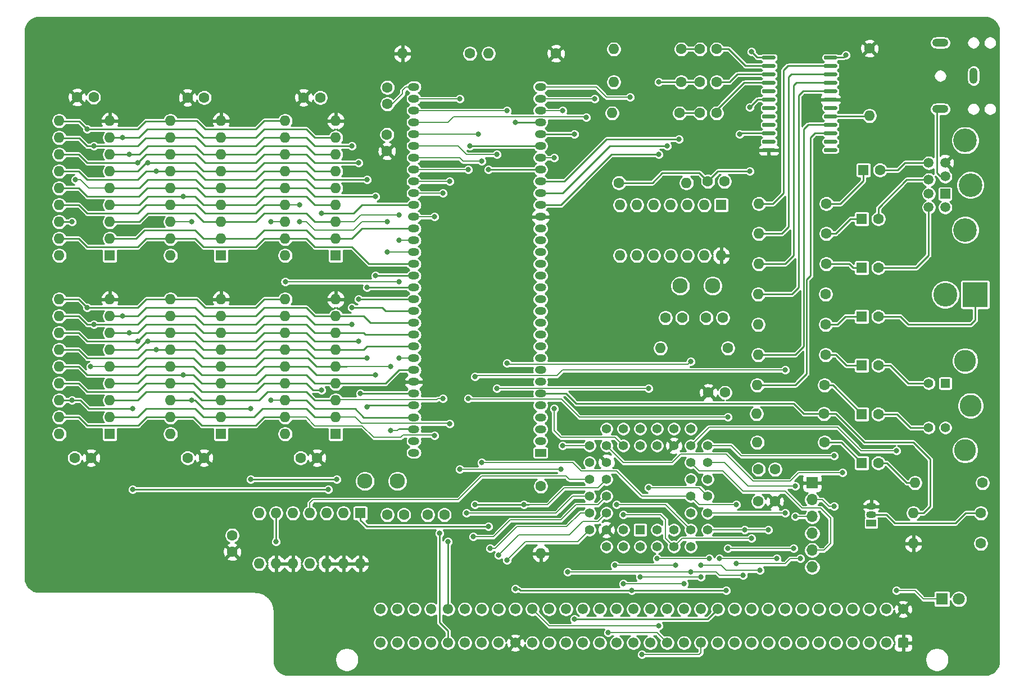
<source format=gtl>
G04 #@! TF.GenerationSoftware,KiCad,Pcbnew,(5.1.10)-1*
G04 #@! TF.CreationDate,2021-07-30T10:33:10+01:00*
G04 #@! TF.ProjectId,GfxV9958,47667856-3939-4353-982e-6b696361645f,rev?*
G04 #@! TF.SameCoordinates,Original*
G04 #@! TF.FileFunction,Copper,L1,Top*
G04 #@! TF.FilePolarity,Positive*
%FSLAX46Y46*%
G04 Gerber Fmt 4.6, Leading zero omitted, Abs format (unit mm)*
G04 Created by KiCad (PCBNEW (5.1.10)-1) date 2021-07-30 10:33:10*
%MOMM*%
%LPD*%
G01*
G04 APERTURE LIST*
G04 #@! TA.AperFunction,ComponentPad*
%ADD10C,2.300000*%
G04 #@! TD*
G04 #@! TA.AperFunction,ComponentPad*
%ADD11C,1.600000*%
G04 #@! TD*
G04 #@! TA.AperFunction,ComponentPad*
%ADD12O,1.600000X1.600000*%
G04 #@! TD*
G04 #@! TA.AperFunction,ComponentPad*
%ADD13C,1.422400*%
G04 #@! TD*
G04 #@! TA.AperFunction,ComponentPad*
%ADD14R,1.422400X1.422400*%
G04 #@! TD*
G04 #@! TA.AperFunction,ComponentPad*
%ADD15O,2.416000X1.208000*%
G04 #@! TD*
G04 #@! TA.AperFunction,ComponentPad*
%ADD16O,1.208000X2.416000*%
G04 #@! TD*
G04 #@! TA.AperFunction,ComponentPad*
%ADD17O,1.700000X1.700000*%
G04 #@! TD*
G04 #@! TA.AperFunction,ComponentPad*
%ADD18R,1.700000X1.700000*%
G04 #@! TD*
G04 #@! TA.AperFunction,ComponentPad*
%ADD19R,1.700000X1.200000*%
G04 #@! TD*
G04 #@! TA.AperFunction,ComponentPad*
%ADD20O,1.700000X1.200000*%
G04 #@! TD*
G04 #@! TA.AperFunction,ComponentPad*
%ADD21R,1.600000X1.600000*%
G04 #@! TD*
G04 #@! TA.AperFunction,ComponentPad*
%ADD22R,1.500000X1.050000*%
G04 #@! TD*
G04 #@! TA.AperFunction,ComponentPad*
%ADD23O,1.500000X1.050000*%
G04 #@! TD*
G04 #@! TA.AperFunction,ComponentPad*
%ADD24C,3.555000*%
G04 #@! TD*
G04 #@! TA.AperFunction,ComponentPad*
%ADD25C,1.509000*%
G04 #@! TD*
G04 #@! TA.AperFunction,ComponentPad*
%ADD26R,1.509000X1.509000*%
G04 #@! TD*
G04 #@! TA.AperFunction,ComponentPad*
%ADD27C,3.600000*%
G04 #@! TD*
G04 #@! TA.AperFunction,ComponentPad*
%ADD28R,3.765000X3.765000*%
G04 #@! TD*
G04 #@! TA.AperFunction,ComponentPad*
%ADD29C,3.306000*%
G04 #@! TD*
G04 #@! TA.AperFunction,ComponentPad*
%ADD30C,1.398000*%
G04 #@! TD*
G04 #@! TA.AperFunction,ComponentPad*
%ADD31R,1.398000X1.398000*%
G04 #@! TD*
G04 #@! TA.AperFunction,ComponentPad*
%ADD32C,1.550000*%
G04 #@! TD*
G04 #@! TA.AperFunction,ComponentPad*
%ADD33C,1.800000*%
G04 #@! TD*
G04 #@! TA.AperFunction,ComponentPad*
%ADD34R,1.800000X1.800000*%
G04 #@! TD*
G04 #@! TA.AperFunction,ViaPad*
%ADD35C,0.800000*%
G04 #@! TD*
G04 #@! TA.AperFunction,Conductor*
%ADD36C,0.250000*%
G04 #@! TD*
G04 #@! TA.AperFunction,Conductor*
%ADD37C,0.210000*%
G04 #@! TD*
G04 #@! TA.AperFunction,Conductor*
%ADD38C,0.254000*%
G04 #@! TD*
G04 #@! TA.AperFunction,Conductor*
%ADD39C,0.100000*%
G04 #@! TD*
G04 APERTURE END LIST*
D10*
X156464000Y-90932000D03*
X151564000Y-90932000D03*
D11*
X149352000Y-95758000D03*
X151852000Y-95758000D03*
X155488000Y-95758000D03*
X157988000Y-95758000D03*
D12*
X148590000Y-100330000D03*
D11*
X158750000Y-100330000D03*
D13*
X137922000Y-127736600D03*
X137922000Y-125196600D03*
X137922000Y-122656600D03*
X137922000Y-120116600D03*
X137922000Y-117576600D03*
X140462000Y-130276600D03*
X140462000Y-125196600D03*
X140462000Y-122656600D03*
X140462000Y-120116600D03*
X140462000Y-117576600D03*
X140462000Y-115036600D03*
X140462000Y-112496600D03*
X143002000Y-112496600D03*
X145542000Y-112496600D03*
X148082000Y-112496600D03*
X150622000Y-112496600D03*
X153162000Y-112496600D03*
X137922000Y-115036600D03*
X143002000Y-115036600D03*
X145542000Y-115036600D03*
X148082000Y-115036600D03*
X150622000Y-115036600D03*
X153162000Y-115036600D03*
X155702000Y-115036600D03*
X155702000Y-117576600D03*
X155702000Y-120116600D03*
X155702000Y-122656600D03*
X155702000Y-125196600D03*
X155702000Y-127736600D03*
X153162000Y-117576600D03*
X153162000Y-120116600D03*
X153162000Y-122656600D03*
X153162000Y-125196600D03*
X153162000Y-127736600D03*
X143002000Y-130276600D03*
X145542000Y-130276600D03*
X153162000Y-130276600D03*
X150622000Y-130276600D03*
X148082000Y-130276600D03*
X140462000Y-127736600D03*
X143002000Y-127736600D03*
X150622000Y-127736600D03*
X148082000Y-127736600D03*
D14*
X145542000Y-127736600D03*
D10*
X108966000Y-120396000D03*
X104066000Y-120396000D03*
D11*
X154548200Y-60198000D03*
X157048200Y-60198000D03*
D15*
X190750000Y-64250000D03*
X190750000Y-54250000D03*
D16*
X195750000Y-59250000D03*
D17*
X171450000Y-133350000D03*
X171450000Y-130810000D03*
X171450000Y-128270000D03*
X171450000Y-125730000D03*
X171450000Y-123190000D03*
D18*
X171450000Y-120650000D03*
D19*
X130530600Y-116104000D03*
D20*
X130530600Y-114324000D03*
X130530600Y-112544000D03*
X130530600Y-110764000D03*
X130530600Y-108984000D03*
X130530600Y-107204000D03*
X130530600Y-105424000D03*
X130530600Y-103644000D03*
X130530600Y-101864000D03*
X130530600Y-100084000D03*
X130530600Y-98304000D03*
X130530600Y-96524000D03*
X130530600Y-94744000D03*
X130530600Y-92964000D03*
X130530600Y-91184000D03*
X130530600Y-89404000D03*
X130530600Y-87624000D03*
X130530600Y-85844000D03*
X130530600Y-84064000D03*
X130530600Y-82284000D03*
X130530600Y-80504000D03*
X130530600Y-78724000D03*
X130530600Y-76944000D03*
X130530600Y-75164000D03*
X130530600Y-73384000D03*
X130530600Y-71604000D03*
X130530600Y-69824000D03*
X130530600Y-68044000D03*
X130530600Y-66264000D03*
X130530600Y-64484000D03*
X130530600Y-62704000D03*
X130530600Y-60924000D03*
X111429800Y-60924000D03*
X111429800Y-62704000D03*
X111429800Y-64484000D03*
X111429800Y-66264000D03*
X111429800Y-68044000D03*
X111429800Y-69824000D03*
X111429800Y-71604000D03*
X111429800Y-73384000D03*
X111429800Y-75164000D03*
X111429800Y-76944000D03*
X111429800Y-78724000D03*
X111429800Y-80504000D03*
X111429800Y-82284000D03*
X111429800Y-84064000D03*
X111429800Y-85844000D03*
X111429800Y-87624000D03*
X111429800Y-89404000D03*
X111429800Y-91184000D03*
X111429800Y-92964000D03*
X111429800Y-94744000D03*
X111429800Y-96524000D03*
X111429800Y-98304000D03*
X111429800Y-100084000D03*
X111429800Y-101864000D03*
X111429800Y-103644000D03*
X111429800Y-105424000D03*
X111429800Y-107204000D03*
X111429800Y-108984000D03*
X111429800Y-110764000D03*
X111429800Y-112544000D03*
X111429800Y-114324000D03*
X111429800Y-116104000D03*
D12*
X58013600Y-86360000D03*
X65633600Y-66040000D03*
X58013600Y-83820000D03*
X65633600Y-68580000D03*
X58013600Y-81280000D03*
X65633600Y-71120000D03*
X58013600Y-78740000D03*
X65633600Y-73660000D03*
X58013600Y-76200000D03*
X65633600Y-76200000D03*
X58013600Y-73660000D03*
X65633600Y-78740000D03*
X58013600Y-71120000D03*
X65633600Y-81280000D03*
X58013600Y-68580000D03*
X65633600Y-83820000D03*
X58013600Y-66040000D03*
D21*
X65633600Y-86360000D03*
D12*
X74777600Y-86360000D03*
X82397600Y-66040000D03*
X74777600Y-83820000D03*
X82397600Y-68580000D03*
X74777600Y-81280000D03*
X82397600Y-71120000D03*
X74777600Y-78740000D03*
X82397600Y-73660000D03*
X74777600Y-76200000D03*
X82397600Y-76200000D03*
X74777600Y-73660000D03*
X82397600Y-78740000D03*
X74777600Y-71120000D03*
X82397600Y-81280000D03*
X74777600Y-68580000D03*
X82397600Y-83820000D03*
X74777600Y-66040000D03*
D21*
X82397600Y-86360000D03*
D12*
X92049600Y-86360000D03*
X99669600Y-66040000D03*
X92049600Y-83820000D03*
X99669600Y-68580000D03*
X92049600Y-81280000D03*
X99669600Y-71120000D03*
X92049600Y-78740000D03*
X99669600Y-73660000D03*
X92049600Y-76200000D03*
X99669600Y-76200000D03*
X92049600Y-73660000D03*
X99669600Y-78740000D03*
X92049600Y-71120000D03*
X99669600Y-81280000D03*
X92049600Y-68580000D03*
X99669600Y-83820000D03*
X92049600Y-66040000D03*
D21*
X99669600Y-86360000D03*
D12*
X58013600Y-113284000D03*
X65633600Y-92964000D03*
X58013600Y-110744000D03*
X65633600Y-95504000D03*
X58013600Y-108204000D03*
X65633600Y-98044000D03*
X58013600Y-105664000D03*
X65633600Y-100584000D03*
X58013600Y-103124000D03*
X65633600Y-103124000D03*
X58013600Y-100584000D03*
X65633600Y-105664000D03*
X58013600Y-98044000D03*
X65633600Y-108204000D03*
X58013600Y-95504000D03*
X65633600Y-110744000D03*
X58013600Y-92964000D03*
D21*
X65633600Y-113284000D03*
D12*
X74777600Y-113284000D03*
X82397600Y-92964000D03*
X74777600Y-110744000D03*
X82397600Y-95504000D03*
X74777600Y-108204000D03*
X82397600Y-98044000D03*
X74777600Y-105664000D03*
X82397600Y-100584000D03*
X74777600Y-103124000D03*
X82397600Y-103124000D03*
X74777600Y-100584000D03*
X82397600Y-105664000D03*
X74777600Y-98044000D03*
X82397600Y-108204000D03*
X74777600Y-95504000D03*
X82397600Y-110744000D03*
X74777600Y-92964000D03*
D21*
X82397600Y-113284000D03*
D12*
X92049600Y-113284000D03*
X99669600Y-92964000D03*
X92049600Y-110744000D03*
X99669600Y-95504000D03*
X92049600Y-108204000D03*
X99669600Y-98044000D03*
X92049600Y-105664000D03*
X99669600Y-100584000D03*
X92049600Y-103124000D03*
X99669600Y-103124000D03*
X92049600Y-100584000D03*
X99669600Y-105664000D03*
X92049600Y-98044000D03*
X99669600Y-108204000D03*
X92049600Y-95504000D03*
X99669600Y-110744000D03*
X92049600Y-92964000D03*
D21*
X99669600Y-113284000D03*
G04 #@! TA.AperFunction,SMDPad,CuDef*
G36*
G01*
X173220400Y-56627100D02*
X173220400Y-56352100D01*
G75*
G02*
X173357900Y-56214600I137500J0D01*
G01*
X175082900Y-56214600D01*
G75*
G02*
X175220400Y-56352100I0J-137500D01*
G01*
X175220400Y-56627100D01*
G75*
G02*
X175082900Y-56764600I-137500J0D01*
G01*
X173357900Y-56764600D01*
G75*
G02*
X173220400Y-56627100I0J137500D01*
G01*
G37*
G04 #@! TD.AperFunction*
G04 #@! TA.AperFunction,SMDPad,CuDef*
G36*
G01*
X173220400Y-57897100D02*
X173220400Y-57622100D01*
G75*
G02*
X173357900Y-57484600I137500J0D01*
G01*
X175082900Y-57484600D01*
G75*
G02*
X175220400Y-57622100I0J-137500D01*
G01*
X175220400Y-57897100D01*
G75*
G02*
X175082900Y-58034600I-137500J0D01*
G01*
X173357900Y-58034600D01*
G75*
G02*
X173220400Y-57897100I0J137500D01*
G01*
G37*
G04 #@! TD.AperFunction*
G04 #@! TA.AperFunction,SMDPad,CuDef*
G36*
G01*
X173220400Y-59167100D02*
X173220400Y-58892100D01*
G75*
G02*
X173357900Y-58754600I137500J0D01*
G01*
X175082900Y-58754600D01*
G75*
G02*
X175220400Y-58892100I0J-137500D01*
G01*
X175220400Y-59167100D01*
G75*
G02*
X175082900Y-59304600I-137500J0D01*
G01*
X173357900Y-59304600D01*
G75*
G02*
X173220400Y-59167100I0J137500D01*
G01*
G37*
G04 #@! TD.AperFunction*
G04 #@! TA.AperFunction,SMDPad,CuDef*
G36*
G01*
X173220400Y-60437100D02*
X173220400Y-60162100D01*
G75*
G02*
X173357900Y-60024600I137500J0D01*
G01*
X175082900Y-60024600D01*
G75*
G02*
X175220400Y-60162100I0J-137500D01*
G01*
X175220400Y-60437100D01*
G75*
G02*
X175082900Y-60574600I-137500J0D01*
G01*
X173357900Y-60574600D01*
G75*
G02*
X173220400Y-60437100I0J137500D01*
G01*
G37*
G04 #@! TD.AperFunction*
G04 #@! TA.AperFunction,SMDPad,CuDef*
G36*
G01*
X173220400Y-61707100D02*
X173220400Y-61432100D01*
G75*
G02*
X173357900Y-61294600I137500J0D01*
G01*
X175082900Y-61294600D01*
G75*
G02*
X175220400Y-61432100I0J-137500D01*
G01*
X175220400Y-61707100D01*
G75*
G02*
X175082900Y-61844600I-137500J0D01*
G01*
X173357900Y-61844600D01*
G75*
G02*
X173220400Y-61707100I0J137500D01*
G01*
G37*
G04 #@! TD.AperFunction*
G04 #@! TA.AperFunction,SMDPad,CuDef*
G36*
G01*
X173220400Y-62977100D02*
X173220400Y-62702100D01*
G75*
G02*
X173357900Y-62564600I137500J0D01*
G01*
X175082900Y-62564600D01*
G75*
G02*
X175220400Y-62702100I0J-137500D01*
G01*
X175220400Y-62977100D01*
G75*
G02*
X175082900Y-63114600I-137500J0D01*
G01*
X173357900Y-63114600D01*
G75*
G02*
X173220400Y-62977100I0J137500D01*
G01*
G37*
G04 #@! TD.AperFunction*
G04 #@! TA.AperFunction,SMDPad,CuDef*
G36*
G01*
X173220400Y-64247100D02*
X173220400Y-63972100D01*
G75*
G02*
X173357900Y-63834600I137500J0D01*
G01*
X175082900Y-63834600D01*
G75*
G02*
X175220400Y-63972100I0J-137500D01*
G01*
X175220400Y-64247100D01*
G75*
G02*
X175082900Y-64384600I-137500J0D01*
G01*
X173357900Y-64384600D01*
G75*
G02*
X173220400Y-64247100I0J137500D01*
G01*
G37*
G04 #@! TD.AperFunction*
G04 #@! TA.AperFunction,SMDPad,CuDef*
G36*
G01*
X173220400Y-65517100D02*
X173220400Y-65242100D01*
G75*
G02*
X173357900Y-65104600I137500J0D01*
G01*
X175082900Y-65104600D01*
G75*
G02*
X175220400Y-65242100I0J-137500D01*
G01*
X175220400Y-65517100D01*
G75*
G02*
X175082900Y-65654600I-137500J0D01*
G01*
X173357900Y-65654600D01*
G75*
G02*
X173220400Y-65517100I0J137500D01*
G01*
G37*
G04 #@! TD.AperFunction*
G04 #@! TA.AperFunction,SMDPad,CuDef*
G36*
G01*
X173220400Y-66787100D02*
X173220400Y-66512100D01*
G75*
G02*
X173357900Y-66374600I137500J0D01*
G01*
X175082900Y-66374600D01*
G75*
G02*
X175220400Y-66512100I0J-137500D01*
G01*
X175220400Y-66787100D01*
G75*
G02*
X175082900Y-66924600I-137500J0D01*
G01*
X173357900Y-66924600D01*
G75*
G02*
X173220400Y-66787100I0J137500D01*
G01*
G37*
G04 #@! TD.AperFunction*
G04 #@! TA.AperFunction,SMDPad,CuDef*
G36*
G01*
X173220400Y-68057100D02*
X173220400Y-67782100D01*
G75*
G02*
X173357900Y-67644600I137500J0D01*
G01*
X175082900Y-67644600D01*
G75*
G02*
X175220400Y-67782100I0J-137500D01*
G01*
X175220400Y-68057100D01*
G75*
G02*
X175082900Y-68194600I-137500J0D01*
G01*
X173357900Y-68194600D01*
G75*
G02*
X173220400Y-68057100I0J137500D01*
G01*
G37*
G04 #@! TD.AperFunction*
G04 #@! TA.AperFunction,SMDPad,CuDef*
G36*
G01*
X173220400Y-69327100D02*
X173220400Y-69052100D01*
G75*
G02*
X173357900Y-68914600I137500J0D01*
G01*
X175082900Y-68914600D01*
G75*
G02*
X175220400Y-69052100I0J-137500D01*
G01*
X175220400Y-69327100D01*
G75*
G02*
X175082900Y-69464600I-137500J0D01*
G01*
X173357900Y-69464600D01*
G75*
G02*
X173220400Y-69327100I0J137500D01*
G01*
G37*
G04 #@! TD.AperFunction*
G04 #@! TA.AperFunction,SMDPad,CuDef*
G36*
G01*
X173220400Y-70597100D02*
X173220400Y-70322100D01*
G75*
G02*
X173357900Y-70184600I137500J0D01*
G01*
X175082900Y-70184600D01*
G75*
G02*
X175220400Y-70322100I0J-137500D01*
G01*
X175220400Y-70597100D01*
G75*
G02*
X175082900Y-70734600I-137500J0D01*
G01*
X173357900Y-70734600D01*
G75*
G02*
X173220400Y-70597100I0J137500D01*
G01*
G37*
G04 #@! TD.AperFunction*
G04 #@! TA.AperFunction,SMDPad,CuDef*
G36*
G01*
X163920400Y-70597100D02*
X163920400Y-70322100D01*
G75*
G02*
X164057900Y-70184600I137500J0D01*
G01*
X165782900Y-70184600D01*
G75*
G02*
X165920400Y-70322100I0J-137500D01*
G01*
X165920400Y-70597100D01*
G75*
G02*
X165782900Y-70734600I-137500J0D01*
G01*
X164057900Y-70734600D01*
G75*
G02*
X163920400Y-70597100I0J137500D01*
G01*
G37*
G04 #@! TD.AperFunction*
G04 #@! TA.AperFunction,SMDPad,CuDef*
G36*
G01*
X163920400Y-69327100D02*
X163920400Y-69052100D01*
G75*
G02*
X164057900Y-68914600I137500J0D01*
G01*
X165782900Y-68914600D01*
G75*
G02*
X165920400Y-69052100I0J-137500D01*
G01*
X165920400Y-69327100D01*
G75*
G02*
X165782900Y-69464600I-137500J0D01*
G01*
X164057900Y-69464600D01*
G75*
G02*
X163920400Y-69327100I0J137500D01*
G01*
G37*
G04 #@! TD.AperFunction*
G04 #@! TA.AperFunction,SMDPad,CuDef*
G36*
G01*
X163920400Y-68057100D02*
X163920400Y-67782100D01*
G75*
G02*
X164057900Y-67644600I137500J0D01*
G01*
X165782900Y-67644600D01*
G75*
G02*
X165920400Y-67782100I0J-137500D01*
G01*
X165920400Y-68057100D01*
G75*
G02*
X165782900Y-68194600I-137500J0D01*
G01*
X164057900Y-68194600D01*
G75*
G02*
X163920400Y-68057100I0J137500D01*
G01*
G37*
G04 #@! TD.AperFunction*
G04 #@! TA.AperFunction,SMDPad,CuDef*
G36*
G01*
X163920400Y-66787100D02*
X163920400Y-66512100D01*
G75*
G02*
X164057900Y-66374600I137500J0D01*
G01*
X165782900Y-66374600D01*
G75*
G02*
X165920400Y-66512100I0J-137500D01*
G01*
X165920400Y-66787100D01*
G75*
G02*
X165782900Y-66924600I-137500J0D01*
G01*
X164057900Y-66924600D01*
G75*
G02*
X163920400Y-66787100I0J137500D01*
G01*
G37*
G04 #@! TD.AperFunction*
G04 #@! TA.AperFunction,SMDPad,CuDef*
G36*
G01*
X163920400Y-65517100D02*
X163920400Y-65242100D01*
G75*
G02*
X164057900Y-65104600I137500J0D01*
G01*
X165782900Y-65104600D01*
G75*
G02*
X165920400Y-65242100I0J-137500D01*
G01*
X165920400Y-65517100D01*
G75*
G02*
X165782900Y-65654600I-137500J0D01*
G01*
X164057900Y-65654600D01*
G75*
G02*
X163920400Y-65517100I0J137500D01*
G01*
G37*
G04 #@! TD.AperFunction*
G04 #@! TA.AperFunction,SMDPad,CuDef*
G36*
G01*
X163920400Y-64247100D02*
X163920400Y-63972100D01*
G75*
G02*
X164057900Y-63834600I137500J0D01*
G01*
X165782900Y-63834600D01*
G75*
G02*
X165920400Y-63972100I0J-137500D01*
G01*
X165920400Y-64247100D01*
G75*
G02*
X165782900Y-64384600I-137500J0D01*
G01*
X164057900Y-64384600D01*
G75*
G02*
X163920400Y-64247100I0J137500D01*
G01*
G37*
G04 #@! TD.AperFunction*
G04 #@! TA.AperFunction,SMDPad,CuDef*
G36*
G01*
X163920400Y-62977100D02*
X163920400Y-62702100D01*
G75*
G02*
X164057900Y-62564600I137500J0D01*
G01*
X165782900Y-62564600D01*
G75*
G02*
X165920400Y-62702100I0J-137500D01*
G01*
X165920400Y-62977100D01*
G75*
G02*
X165782900Y-63114600I-137500J0D01*
G01*
X164057900Y-63114600D01*
G75*
G02*
X163920400Y-62977100I0J137500D01*
G01*
G37*
G04 #@! TD.AperFunction*
G04 #@! TA.AperFunction,SMDPad,CuDef*
G36*
G01*
X163920400Y-61707100D02*
X163920400Y-61432100D01*
G75*
G02*
X164057900Y-61294600I137500J0D01*
G01*
X165782900Y-61294600D01*
G75*
G02*
X165920400Y-61432100I0J-137500D01*
G01*
X165920400Y-61707100D01*
G75*
G02*
X165782900Y-61844600I-137500J0D01*
G01*
X164057900Y-61844600D01*
G75*
G02*
X163920400Y-61707100I0J137500D01*
G01*
G37*
G04 #@! TD.AperFunction*
G04 #@! TA.AperFunction,SMDPad,CuDef*
G36*
G01*
X163920400Y-60437100D02*
X163920400Y-60162100D01*
G75*
G02*
X164057900Y-60024600I137500J0D01*
G01*
X165782900Y-60024600D01*
G75*
G02*
X165920400Y-60162100I0J-137500D01*
G01*
X165920400Y-60437100D01*
G75*
G02*
X165782900Y-60574600I-137500J0D01*
G01*
X164057900Y-60574600D01*
G75*
G02*
X163920400Y-60437100I0J137500D01*
G01*
G37*
G04 #@! TD.AperFunction*
G04 #@! TA.AperFunction,SMDPad,CuDef*
G36*
G01*
X163920400Y-59167100D02*
X163920400Y-58892100D01*
G75*
G02*
X164057900Y-58754600I137500J0D01*
G01*
X165782900Y-58754600D01*
G75*
G02*
X165920400Y-58892100I0J-137500D01*
G01*
X165920400Y-59167100D01*
G75*
G02*
X165782900Y-59304600I-137500J0D01*
G01*
X164057900Y-59304600D01*
G75*
G02*
X163920400Y-59167100I0J137500D01*
G01*
G37*
G04 #@! TD.AperFunction*
G04 #@! TA.AperFunction,SMDPad,CuDef*
G36*
G01*
X163920400Y-57897100D02*
X163920400Y-57622100D01*
G75*
G02*
X164057900Y-57484600I137500J0D01*
G01*
X165782900Y-57484600D01*
G75*
G02*
X165920400Y-57622100I0J-137500D01*
G01*
X165920400Y-57897100D01*
G75*
G02*
X165782900Y-58034600I-137500J0D01*
G01*
X164057900Y-58034600D01*
G75*
G02*
X163920400Y-57897100I0J137500D01*
G01*
G37*
G04 #@! TD.AperFunction*
G04 #@! TA.AperFunction,SMDPad,CuDef*
G36*
G01*
X163920400Y-56627100D02*
X163920400Y-56352100D01*
G75*
G02*
X164057900Y-56214600I137500J0D01*
G01*
X165782900Y-56214600D01*
G75*
G02*
X165920400Y-56352100I0J-137500D01*
G01*
X165920400Y-56627100D01*
G75*
G02*
X165782900Y-56764600I-137500J0D01*
G01*
X164057900Y-56764600D01*
G75*
G02*
X163920400Y-56627100I0J137500D01*
G01*
G37*
G04 #@! TD.AperFunction*
D12*
X157734000Y-86360000D03*
X142494000Y-78740000D03*
X155194000Y-86360000D03*
X145034000Y-78740000D03*
X152654000Y-86360000D03*
X147574000Y-78740000D03*
X150114000Y-86360000D03*
X150114000Y-78740000D03*
X147574000Y-86360000D03*
X152654000Y-78740000D03*
X145034000Y-86360000D03*
X155194000Y-78740000D03*
X142494000Y-86360000D03*
D21*
X157734000Y-78740000D03*
D12*
X103378000Y-132842000D03*
X88138000Y-125222000D03*
X100838000Y-132842000D03*
X90678000Y-125222000D03*
X98298000Y-132842000D03*
X93218000Y-125222000D03*
X95758000Y-132842000D03*
X95758000Y-125222000D03*
X93218000Y-132842000D03*
X98298000Y-125222000D03*
X90678000Y-132842000D03*
X100838000Y-125222000D03*
X88138000Y-132842000D03*
D21*
X103378000Y-125222000D03*
D12*
X109728000Y-55880000D03*
D11*
X119888000Y-55880000D03*
D12*
X130556000Y-131318000D03*
D11*
X130556000Y-121158000D03*
D12*
X122682000Y-55880000D03*
D11*
X132842000Y-55880000D03*
D12*
X186944000Y-120650000D03*
D11*
X197104000Y-120650000D03*
D12*
X163169600Y-114554000D03*
D11*
X173329600Y-114554000D03*
D12*
X186690000Y-125222000D03*
D11*
X196850000Y-125222000D03*
D12*
X163322000Y-96774000D03*
D11*
X173482000Y-96774000D03*
D12*
X163169600Y-105918000D03*
D11*
X173329600Y-105918000D03*
D12*
X163322000Y-101346000D03*
D11*
X173482000Y-101346000D03*
D12*
X163322000Y-92202000D03*
D11*
X173482000Y-92202000D03*
D12*
X163423600Y-87630000D03*
D11*
X173583600Y-87630000D03*
D12*
X163423600Y-83058000D03*
D11*
X173583600Y-83058000D03*
D12*
X163423600Y-78536800D03*
D11*
X173583600Y-78536800D03*
D12*
X180086000Y-65278000D03*
D11*
X180086000Y-55118000D03*
D12*
X152501600Y-75387200D03*
D11*
X142341600Y-75387200D03*
D12*
X163068000Y-110236000D03*
D11*
X173228000Y-110236000D03*
D12*
X141554200Y-55219600D03*
D11*
X151714200Y-55219600D03*
D12*
X141554200Y-60198000D03*
D11*
X151714200Y-60198000D03*
D12*
X141300200Y-64871600D03*
D11*
X151460200Y-64871600D03*
D12*
X186690000Y-129794000D03*
D11*
X196850000Y-129794000D03*
D22*
X180340000Y-126746000D03*
D23*
X180340000Y-124206000D03*
X180340000Y-125476000D03*
D24*
X194500000Y-82500000D03*
X195310000Y-75740000D03*
X194500000Y-68980000D03*
D25*
X189010000Y-72390000D03*
X189010000Y-74930000D03*
X189010000Y-79090000D03*
X191500000Y-72390000D03*
X189010000Y-77040000D03*
X191500000Y-79090000D03*
X191500000Y-74440000D03*
D26*
X191500000Y-77040000D03*
D27*
X191500000Y-92250000D03*
D28*
X196000000Y-92250000D03*
D29*
X194500000Y-102230000D03*
X194500000Y-115750000D03*
X195310000Y-108990000D03*
D30*
X189010000Y-112340000D03*
X191500000Y-112340000D03*
X189010000Y-105640000D03*
D31*
X191500000Y-105640000D03*
D32*
X106426000Y-139700000D03*
X108966000Y-139700000D03*
X111506000Y-139700000D03*
X114046000Y-139700000D03*
X116586000Y-139700000D03*
X119126000Y-139700000D03*
X121666000Y-139700000D03*
X124206000Y-139700000D03*
X126746000Y-139700000D03*
X129286000Y-139700000D03*
X131826000Y-139700000D03*
X134366000Y-139700000D03*
X136906000Y-139700000D03*
X139446000Y-139700000D03*
X141986000Y-139700000D03*
X144526000Y-139700000D03*
X147066000Y-139700000D03*
X149606000Y-139700000D03*
X152146000Y-139700000D03*
X154686000Y-139700000D03*
X157226000Y-139700000D03*
X159766000Y-139700000D03*
X162306000Y-139700000D03*
X164846000Y-139700000D03*
X167386000Y-139700000D03*
X169926000Y-139700000D03*
X172466000Y-139700000D03*
X175006000Y-139700000D03*
X177546000Y-139700000D03*
X180086000Y-139700000D03*
X182626000Y-139700000D03*
X185166000Y-139700000D03*
X106426000Y-144780000D03*
X108966000Y-144780000D03*
X111506000Y-144780000D03*
X114046000Y-144780000D03*
X116586000Y-144780000D03*
X119126000Y-144780000D03*
X121666000Y-144780000D03*
X124206000Y-144780000D03*
X126746000Y-144780000D03*
X129286000Y-144780000D03*
X131826000Y-144780000D03*
X134366000Y-144780000D03*
X136906000Y-144780000D03*
X139446000Y-144780000D03*
X141986000Y-144780000D03*
X144526000Y-144780000D03*
X147066000Y-144780000D03*
X149606000Y-144780000D03*
X152146000Y-144780000D03*
X154686000Y-144780000D03*
X157226000Y-144780000D03*
X159766000Y-144780000D03*
X162306000Y-144780000D03*
X164846000Y-144780000D03*
X167386000Y-144780000D03*
X169926000Y-144780000D03*
X172466000Y-144780000D03*
X175006000Y-144780000D03*
X177546000Y-144780000D03*
X180086000Y-144780000D03*
X182626000Y-144780000D03*
G04 #@! TA.AperFunction,ComponentPad*
G36*
G01*
X185941000Y-144254999D02*
X185941000Y-145305001D01*
G75*
G02*
X185691001Y-145555000I-249999J0D01*
G01*
X184640999Y-145555000D01*
G75*
G02*
X184391000Y-145305001I0J249999D01*
G01*
X184391000Y-144254999D01*
G75*
G02*
X184640999Y-144005000I249999J0D01*
G01*
X185691001Y-144005000D01*
G75*
G02*
X185941000Y-144254999I0J-249999D01*
G01*
G37*
G04 #@! TD.AperFunction*
D33*
X193548000Y-138176000D03*
D34*
X191008000Y-138176000D03*
D11*
X107450000Y-61000000D03*
X107450000Y-63500000D03*
X79857600Y-62534800D03*
X77357600Y-62534800D03*
X60339600Y-116890800D03*
X62839600Y-116890800D03*
X116038000Y-125476000D03*
X113538000Y-125476000D03*
X109942000Y-125476000D03*
X107442000Y-125476000D03*
X94375600Y-116890800D03*
X96875600Y-116890800D03*
X77357600Y-116890800D03*
X79857600Y-116890800D03*
X63206000Y-62484000D03*
X60706000Y-62484000D03*
X97343600Y-62534800D03*
X94843600Y-62534800D03*
X107391200Y-68112000D03*
X107391200Y-70612000D03*
X181417600Y-117652800D03*
D21*
X178917600Y-117652800D03*
D11*
X181417600Y-110286800D03*
D21*
X178917600Y-110286800D03*
D11*
X181417600Y-102920800D03*
D21*
X178917600Y-102920800D03*
D11*
X181417600Y-95554800D03*
D21*
X178917600Y-95554800D03*
D11*
X181417600Y-88188800D03*
D21*
X178917600Y-88188800D03*
D11*
X181417600Y-80822800D03*
D21*
X178917600Y-80822800D03*
D11*
X181671600Y-73456800D03*
D21*
X179171600Y-73456800D03*
D11*
X158242000Y-75184000D03*
X155742000Y-75184000D03*
X163362000Y-118618000D03*
X165862000Y-118618000D03*
X154548200Y-64871600D03*
X157048200Y-64871600D03*
X154548200Y-55219600D03*
X157048200Y-55219600D03*
X158303600Y-107035600D03*
X155803600Y-107035600D03*
X84074000Y-128564000D03*
X84074000Y-131064000D03*
X163322000Y-123444000D03*
X165822000Y-123444000D03*
D35*
X176530000Y-56134000D03*
X162306000Y-55626000D03*
X149606000Y-69850000D03*
X148336000Y-71120000D03*
X148336000Y-60198000D03*
X151384014Y-68834000D03*
X160528000Y-68072000D03*
X162052000Y-64008000D03*
X162051988Y-73660000D03*
X184150000Y-115824000D03*
X184150000Y-136906000D03*
X116586000Y-129540000D03*
X90678000Y-129540000D03*
X120396004Y-128778000D03*
X128016000Y-123952000D03*
X120650000Y-123952000D03*
X124206000Y-131572000D03*
X148336000Y-142240000D03*
X143002000Y-135890000D03*
X152146000Y-135890000D03*
X145542000Y-134874000D03*
X154686000Y-134874000D03*
X135608000Y-68044000D03*
X155956000Y-132080000D03*
X148082000Y-132080000D03*
X135636000Y-141224000D03*
X144018000Y-62484000D03*
X143002000Y-125476000D03*
X162306000Y-129032000D03*
X164846000Y-127762000D03*
X161264600Y-127736600D03*
X153162000Y-102362000D03*
X125476000Y-102616000D03*
X125476000Y-64516000D03*
X167386000Y-125222000D03*
X167386000Y-103632000D03*
X120650000Y-104648000D03*
X121158000Y-68072000D03*
X160020000Y-123952000D03*
X160020000Y-132842000D03*
X169672000Y-132080000D03*
X121666000Y-72136000D03*
X121666006Y-117602000D03*
X115316000Y-128270000D03*
X119380000Y-125222000D03*
X122936000Y-130556000D03*
X125476000Y-132334000D03*
X140716024Y-143256000D03*
X141732000Y-133096000D03*
X150876000Y-133096000D03*
X145796000Y-146558000D03*
X158496000Y-136906000D03*
X126746000Y-136652000D03*
X126746000Y-66294000D03*
X144272000Y-136906000D03*
X118364000Y-62738000D03*
X161036000Y-134620000D03*
X153162000Y-134112000D03*
X134620000Y-134112000D03*
X133604002Y-118618000D03*
X118364000Y-118618000D03*
X163576000Y-133858000D03*
X154686000Y-133096000D03*
X141986000Y-123952000D03*
X137414000Y-65532000D03*
X157480000Y-132080000D03*
X166116000Y-132080000D03*
X146812000Y-121412000D03*
X146812000Y-106426000D03*
X123952000Y-106426000D03*
X123952000Y-71120000D03*
X158750000Y-130556000D03*
X168656000Y-130556000D03*
X158750000Y-110744000D03*
X119634000Y-107950000D03*
X119634000Y-73406000D03*
X176022000Y-119126000D03*
X122682000Y-73406000D03*
X122682000Y-127254000D03*
X119888000Y-69850000D03*
X133858000Y-115062000D03*
X133858000Y-64516000D03*
X138684000Y-62738000D03*
X132588000Y-109474000D03*
X132588000Y-71628000D03*
X114554000Y-113538000D03*
X114554000Y-80518000D03*
X67564000Y-95504000D03*
X67564000Y-68580000D03*
X89916000Y-81280000D03*
X89916000Y-108204000D03*
X68580000Y-98044000D03*
X68580000Y-71120000D03*
X97536000Y-80010000D03*
X97536000Y-106680000D03*
X71374000Y-72390000D03*
X71374000Y-99314000D03*
X105664000Y-89408000D03*
X105664000Y-77470000D03*
X105664000Y-104394000D03*
X107950000Y-103124000D03*
X107950000Y-112776000D03*
X62738000Y-103124000D03*
X60452000Y-74930000D03*
X104394000Y-101854000D03*
X104394000Y-91186000D03*
X104394000Y-74930000D03*
X72644000Y-100584000D03*
X72644000Y-73660000D03*
X76708000Y-104394000D03*
X76708000Y-77470000D03*
X103124000Y-99314000D03*
X103124000Y-92964000D03*
X103124000Y-72390000D03*
X69850000Y-99314000D03*
X69850000Y-72390000D03*
X115824000Y-107950000D03*
X115824000Y-76962000D03*
X102108000Y-96774000D03*
X102108000Y-94234000D03*
X63246000Y-69850000D03*
X63246000Y-96774000D03*
X102108000Y-69850000D03*
X116840000Y-111760000D03*
X116840000Y-75184000D03*
X62230000Y-94234000D03*
X62230000Y-67310000D03*
X109220000Y-101854000D03*
X109220000Y-90297000D03*
X92075000Y-90297000D03*
X86868000Y-109474000D03*
X86868000Y-120142000D03*
X104394000Y-109220000D03*
X99822000Y-120142000D03*
X77978000Y-108204000D03*
X77978000Y-81280000D03*
X59944000Y-108204000D03*
X59944000Y-81280000D03*
X69088000Y-109474000D03*
X69088000Y-121666000D03*
X103378000Y-107188000D03*
X98552000Y-121666000D03*
X107442000Y-85852000D03*
X107442000Y-81280000D03*
X94234000Y-81280000D03*
X94234000Y-78740000D03*
X109220000Y-84074000D03*
X109220000Y-80264000D03*
X168910000Y-121158000D03*
X168910000Y-125730000D03*
X174752000Y-116586000D03*
X174752000Y-124206000D03*
D36*
X176174400Y-56489600D02*
X176530000Y-56134000D01*
X174220400Y-56489600D02*
X176174400Y-56489600D01*
X164920400Y-56489600D02*
X163169600Y-56489600D01*
X163169600Y-56489600D02*
X162306000Y-55626000D01*
X151714200Y-55219600D02*
X154548200Y-55219600D01*
X133876000Y-76944000D02*
X140970000Y-69850000D01*
X140970000Y-69850000D02*
X149606000Y-69850000D01*
X130530600Y-76944000D02*
X133876000Y-76944000D01*
X164920400Y-57759600D02*
X161391600Y-57759600D01*
X158851600Y-55219600D02*
X157048200Y-55219600D01*
X161391600Y-57759600D02*
X158851600Y-55219600D01*
X130530600Y-78724000D02*
X133620000Y-78724000D01*
X141224000Y-71120000D02*
X148336000Y-71120000D01*
X133620000Y-78724000D02*
X141224000Y-71120000D01*
X148336000Y-60198000D02*
X151561800Y-60198000D01*
X154548200Y-60198000D02*
X151714200Y-60198000D01*
X164920400Y-59029600D02*
X160172400Y-59029600D01*
X159004000Y-60198000D02*
X157048200Y-60198000D01*
X160172400Y-59029600D02*
X159004000Y-60198000D01*
X151460200Y-64871600D02*
X154548200Y-64871600D01*
X134132000Y-75164000D02*
X140462000Y-68834000D01*
X130530600Y-75164000D02*
X134132000Y-75164000D01*
X140462000Y-68834000D02*
X151384014Y-68834000D01*
X164920400Y-60299600D02*
X161188400Y-60299600D01*
X157048200Y-64439800D02*
X157048200Y-64871600D01*
X161188400Y-60299600D02*
X157048200Y-64439800D01*
X160680400Y-67919600D02*
X160528000Y-68072000D01*
X164920400Y-67919600D02*
X160680400Y-67919600D01*
X142341600Y-75387200D02*
X147370800Y-75387200D01*
X147370800Y-75387200D02*
X148844000Y-73914000D01*
X154472000Y-73914000D02*
X155742000Y-75184000D01*
X148844000Y-73914000D02*
X154472000Y-73914000D01*
X164920400Y-62839600D02*
X163220400Y-62839600D01*
X163220400Y-62839600D02*
X162052000Y-64008000D01*
X155742000Y-75184000D02*
X157266000Y-73660000D01*
X157266000Y-73660000D02*
X162051988Y-73660000D01*
X181671600Y-73456800D02*
X184353200Y-73456800D01*
X185420000Y-72390000D02*
X189010000Y-72390000D01*
X184353200Y-73456800D02*
X185420000Y-72390000D01*
X173583600Y-78536800D02*
X175717200Y-78536800D01*
X179171600Y-75082400D02*
X179171600Y-73456800D01*
X175717200Y-78536800D02*
X179171600Y-75082400D01*
X181417600Y-80822800D02*
X181417600Y-79186400D01*
X185674000Y-74930000D02*
X189010000Y-74930000D01*
X181417600Y-79186400D02*
X185674000Y-74930000D01*
X173583600Y-83058000D02*
X175006000Y-83058000D01*
X177241200Y-80822800D02*
X178917600Y-80822800D01*
X175006000Y-83058000D02*
X177241200Y-80822800D01*
X181417600Y-88188800D02*
X187147200Y-88188800D01*
X189010000Y-86326000D02*
X189010000Y-79090000D01*
X187147200Y-88188800D02*
X189010000Y-86326000D01*
X177596800Y-88188800D02*
X177038000Y-87630000D01*
X178917600Y-88188800D02*
X177596800Y-88188800D01*
X173583600Y-87630000D02*
X177038000Y-87630000D01*
X181417600Y-95554800D02*
X184708800Y-95554800D01*
X184708800Y-95554800D02*
X185928000Y-96774000D01*
X185928000Y-96774000D02*
X195326000Y-96774000D01*
X196000000Y-96100000D02*
X196000000Y-92250000D01*
X195326000Y-96774000D02*
X196000000Y-96100000D01*
X173482000Y-96774000D02*
X175260000Y-96774000D01*
X176479200Y-95554800D02*
X178917600Y-95554800D01*
X175260000Y-96774000D02*
X176479200Y-95554800D01*
X181417600Y-102920800D02*
X183184800Y-102920800D01*
X185904000Y-105640000D02*
X189010000Y-105640000D01*
X183184800Y-102920800D02*
X185904000Y-105640000D01*
X173482000Y-101346000D02*
X175006000Y-101346000D01*
X176580800Y-102920800D02*
X178917600Y-102920800D01*
X175006000Y-101346000D02*
X176580800Y-102920800D01*
X181417600Y-110286800D02*
X184200800Y-110286800D01*
X186254000Y-112340000D02*
X189010000Y-112340000D01*
X184200800Y-110286800D02*
X186254000Y-112340000D01*
X174548800Y-105918000D02*
X178917600Y-110286800D01*
X173329600Y-105918000D02*
X174548800Y-105918000D01*
X186944000Y-120650000D02*
X185674000Y-120650000D01*
X182676800Y-117652800D02*
X181417600Y-117652800D01*
X185674000Y-120650000D02*
X182676800Y-117652800D01*
X175818800Y-114554000D02*
X178917600Y-117652800D01*
X173329600Y-114554000D02*
X175818800Y-114554000D01*
D37*
X107450000Y-63500000D02*
X108204000Y-63500000D01*
X108204000Y-63500000D02*
X109728000Y-61976000D01*
X109728000Y-61976000D02*
X109728000Y-61468000D01*
X110272000Y-60924000D02*
X111429800Y-60924000D01*
X109728000Y-61468000D02*
X110272000Y-60924000D01*
X153162000Y-115036600D02*
X155930600Y-112268000D01*
X155930600Y-112268000D02*
X175260000Y-112268000D01*
X175260000Y-112268000D02*
X178816000Y-115824000D01*
X178816000Y-115824000D02*
X184150000Y-115824000D01*
X184150000Y-136906000D02*
X186944000Y-136906000D01*
X188214000Y-138176000D02*
X191008000Y-138176000D01*
X186944000Y-136906000D02*
X188214000Y-138176000D01*
D36*
X116586000Y-139700000D02*
X116586000Y-129540000D01*
X90678000Y-129540000D02*
X90678000Y-125222000D01*
D37*
X140462000Y-122656600D02*
X139166600Y-123952000D01*
X139166600Y-123952000D02*
X135890000Y-123952000D01*
X135890000Y-123952000D02*
X133604000Y-126238000D01*
X133604000Y-126238000D02*
X125984000Y-126238000D01*
X125984000Y-126238000D02*
X123444000Y-128778000D01*
X123444000Y-128778000D02*
X120396004Y-128778000D01*
D36*
X128778000Y-123952000D02*
X120650000Y-123952000D01*
D37*
X140462000Y-120116600D02*
X140462000Y-120396000D01*
X140462000Y-120116600D02*
X139166600Y-121412000D01*
X139166600Y-121412000D02*
X134112000Y-121412000D01*
X131572000Y-123952000D02*
X128524000Y-123952000D01*
X134112000Y-121412000D02*
X131572000Y-123952000D01*
D36*
X128524000Y-123952000D02*
X128778000Y-123952000D01*
X128016000Y-123952000D02*
X128524000Y-123952000D01*
D37*
X140462000Y-125196600D02*
X139166600Y-126492000D01*
X139166600Y-126492000D02*
X136906000Y-126492000D01*
X136906000Y-126492000D02*
X134874000Y-128524000D01*
X127254000Y-128524000D02*
X124206000Y-131572000D01*
X134874000Y-128524000D02*
X127254000Y-128524000D01*
X129286000Y-139700000D02*
X131826000Y-142240000D01*
X131826000Y-142240000D02*
X148336000Y-142240000D01*
X143002000Y-135890000D02*
X152146000Y-135890000D01*
X145542000Y-134874000D02*
X154686000Y-134874000D01*
D36*
X130530600Y-68044000D02*
X135608000Y-68044000D01*
D37*
X155956000Y-132080000D02*
X148082000Y-132080000D01*
D36*
X155702000Y-141224000D02*
X135636000Y-141224000D01*
X157226000Y-139700000D02*
X155702000Y-141224000D01*
D37*
X150622000Y-130276600D02*
X149352000Y-129006600D01*
X149352000Y-129006600D02*
X149352000Y-126238000D01*
X144018000Y-62484000D02*
X140462000Y-62484000D01*
X138902000Y-60924000D02*
X130530600Y-60924000D01*
X140462000Y-62484000D02*
X138902000Y-60924000D01*
X148590000Y-125476000D02*
X149352000Y-126238000D01*
X143002000Y-125476000D02*
X148590000Y-125476000D01*
X150622000Y-130276600D02*
X151866600Y-129032000D01*
X151866600Y-129032000D02*
X162306000Y-129032000D01*
X164820600Y-127736600D02*
X164846000Y-127762000D01*
X162331400Y-127736600D02*
X161264600Y-127736600D01*
X155702000Y-127736600D02*
X161264600Y-127736600D01*
X162331400Y-127736600D02*
X164820600Y-127736600D01*
X125621999Y-102761999D02*
X125476000Y-102616000D01*
X152762001Y-102761999D02*
X125621999Y-102761999D01*
X153162000Y-102362000D02*
X152762001Y-102761999D01*
X111461800Y-64516000D02*
X111429800Y-64484000D01*
X125476000Y-64516000D02*
X111461800Y-64516000D01*
X167360600Y-125196600D02*
X167386000Y-125222000D01*
X155702000Y-125196600D02*
X167360600Y-125196600D01*
X167386000Y-103632000D02*
X133858000Y-103632000D01*
X120823990Y-104474010D02*
X120650000Y-104648000D01*
X133015990Y-104474010D02*
X120823990Y-104474010D01*
X133858000Y-103632000D02*
X133015990Y-104474010D01*
X111457800Y-68072000D02*
X111429800Y-68044000D01*
X121158000Y-68072000D02*
X111457800Y-68072000D01*
X153162000Y-122656600D02*
X154457400Y-123952000D01*
X154457400Y-123952000D02*
X160020000Y-123952000D01*
X166624000Y-132842000D02*
X167386000Y-132842000D01*
X160020000Y-132842000D02*
X166624000Y-132842000D01*
X168148000Y-132080000D02*
X169672000Y-132080000D01*
X167386000Y-132842000D02*
X168148000Y-132080000D01*
X135382000Y-117602000D02*
X121666006Y-117602000D01*
X136652000Y-118872000D02*
X135382000Y-117602000D01*
X141986000Y-118872000D02*
X136652000Y-118872000D01*
X145770600Y-122656600D02*
X141986000Y-118872000D01*
X153162000Y-122656600D02*
X145770600Y-122656600D01*
X118340000Y-71604000D02*
X111429800Y-71604000D01*
X118872000Y-72136000D02*
X118340000Y-71604000D01*
X121666000Y-72136000D02*
X118872000Y-72136000D01*
D36*
X116586000Y-143002000D02*
X115316000Y-141732000D01*
X116586000Y-144780000D02*
X116586000Y-143002000D01*
X115316000Y-141732000D02*
X115316000Y-128270000D01*
D37*
X137922000Y-122656600D02*
X135407400Y-122656600D01*
X135407400Y-122656600D02*
X132842000Y-125222000D01*
X132842000Y-125222000D02*
X119380000Y-125222000D01*
X123698000Y-130556000D02*
X122936000Y-130556000D01*
X127000000Y-127254000D02*
X123698000Y-130556000D01*
X134480300Y-127254000D02*
X127000000Y-127254000D01*
X136537700Y-125196600D02*
X134480300Y-127254000D01*
X137922000Y-125196600D02*
X136537700Y-125196600D01*
X128270000Y-129540000D02*
X125476000Y-132334000D01*
X136118600Y-129540000D02*
X128270000Y-129540000D01*
X137922000Y-127736600D02*
X136118600Y-129540000D01*
X149606000Y-144780000D02*
X148082000Y-143256000D01*
X148082000Y-143256000D02*
X140716024Y-143256000D01*
X141732000Y-133096000D02*
X150876000Y-133096000D01*
X145796000Y-146558000D02*
X154432000Y-146558000D01*
X154432000Y-146558000D02*
X154686000Y-146304000D01*
X154686000Y-146304000D02*
X154686000Y-144780000D01*
D36*
X144780000Y-136906000D02*
X158496000Y-136906000D01*
X127254000Y-136652000D02*
X127508000Y-136906000D01*
X126746000Y-136652000D02*
X127254000Y-136652000D01*
X128778000Y-66294000D02*
X128808000Y-66264000D01*
X126746000Y-66294000D02*
X128778000Y-66294000D01*
X130530600Y-66264000D02*
X128808000Y-66264000D01*
X144272000Y-136906000D02*
X144780000Y-136906000D01*
X127508000Y-136906000D02*
X144272000Y-136906000D01*
D37*
X111463800Y-62738000D02*
X111429800Y-62704000D01*
X118364000Y-62738000D02*
X111463800Y-62738000D01*
X161036000Y-134620000D02*
X157480000Y-134620000D01*
X157480000Y-134620000D02*
X156972000Y-134112000D01*
X154178000Y-134112000D02*
X134620000Y-134112000D01*
X156972000Y-134112000D02*
X154178000Y-134112000D01*
X154178000Y-134112000D02*
X153162000Y-134112000D01*
X133604002Y-118618000D02*
X118364000Y-118618000D01*
X163575996Y-133857996D02*
X163576000Y-133858000D01*
X159765996Y-133857996D02*
X158495996Y-133857996D01*
X159765996Y-133857996D02*
X163575996Y-133857996D01*
X157734000Y-133096000D02*
X154686000Y-133096000D01*
X158495996Y-133857996D02*
X157734000Y-133096000D01*
X137315990Y-65433990D02*
X117446010Y-65433990D01*
X137414000Y-65532000D02*
X137315990Y-65433990D01*
X116616000Y-66264000D02*
X111429800Y-66264000D01*
X117446010Y-65433990D02*
X116616000Y-66264000D01*
X149377400Y-123952000D02*
X141986000Y-123952000D01*
X153162000Y-127736600D02*
X149377400Y-123952000D01*
X157480000Y-132080000D02*
X166116000Y-132080000D01*
X155702000Y-122656600D02*
X154457400Y-121412000D01*
X154457400Y-121412000D02*
X146812000Y-121412000D01*
X124004010Y-106373990D02*
X123952000Y-106426000D01*
X146759990Y-106373990D02*
X124004010Y-106373990D01*
X146812000Y-106426000D02*
X146759990Y-106373990D01*
X123952000Y-71120000D02*
X119380000Y-71120000D01*
X118084000Y-69824000D02*
X111429800Y-69824000D01*
X119380000Y-71120000D02*
X118084000Y-69824000D01*
X158750000Y-130556000D02*
X168656000Y-130556000D01*
X158750000Y-110744000D02*
X136398000Y-110744000D01*
X119718010Y-108034010D02*
X119634000Y-107950000D01*
X133688010Y-108034010D02*
X119718010Y-108034010D01*
X136398000Y-110744000D02*
X133688010Y-108034010D01*
X111451800Y-73406000D02*
X111429800Y-73384000D01*
X119634000Y-73406000D02*
X111451800Y-73406000D01*
X140462000Y-115036600D02*
X143027400Y-117602000D01*
X143027400Y-117602000D02*
X150368000Y-117602000D01*
X150368000Y-117602000D02*
X151638000Y-116332000D01*
X151638000Y-116332000D02*
X158496000Y-116332000D01*
X158496000Y-116332000D02*
X162560000Y-120396000D01*
X162560000Y-120396000D02*
X168148000Y-120396000D01*
X169418000Y-119126000D02*
X176022000Y-119126000D01*
X168148000Y-120396000D02*
X169418000Y-119126000D01*
D36*
X191500000Y-74440000D02*
X190772000Y-74440000D01*
X190772000Y-74440000D02*
X190246000Y-73914000D01*
X190246000Y-64754000D02*
X190750000Y-64250000D01*
X190246000Y-73914000D02*
X190246000Y-64754000D01*
X180340000Y-125476000D02*
X182626000Y-125476000D01*
X182626000Y-125476000D02*
X183896000Y-126746000D01*
X183896000Y-126746000D02*
X193040000Y-126746000D01*
X194564000Y-125222000D02*
X196850000Y-125222000D01*
X193040000Y-126746000D02*
X194564000Y-125222000D01*
X173228000Y-110236000D02*
X175006000Y-110236000D01*
X175006000Y-110236000D02*
X179324000Y-114554000D01*
X179324000Y-114554000D02*
X186690000Y-114554000D01*
X186690000Y-114554000D02*
X189230000Y-117094000D01*
X189230000Y-117094000D02*
X189230000Y-124206000D01*
X188214000Y-125222000D02*
X186690000Y-125222000D01*
X189230000Y-124206000D02*
X188214000Y-125222000D01*
X168656000Y-108712000D02*
X170180000Y-110236000D01*
X135890000Y-108712000D02*
X168656000Y-108712000D01*
X170180000Y-110236000D02*
X173228000Y-110236000D01*
X134382000Y-107204000D02*
X135890000Y-108712000D01*
X130530600Y-107204000D02*
X134382000Y-107204000D01*
X179984400Y-65379600D02*
X180086000Y-65278000D01*
X174220400Y-65379600D02*
X179984400Y-65379600D01*
X174220400Y-57759600D02*
X167792400Y-57759600D01*
X167792400Y-57759600D02*
X167132000Y-58420000D01*
X167132000Y-58420000D02*
X167132000Y-76962000D01*
X165557200Y-78536800D02*
X163423600Y-78536800D01*
X167132000Y-76962000D02*
X165557200Y-78536800D01*
X174220400Y-59029600D02*
X168300400Y-59029600D01*
X168300400Y-59029600D02*
X167894000Y-59436000D01*
X167894000Y-59436000D02*
X167894000Y-82042000D01*
X166878000Y-83058000D02*
X163423600Y-83058000D01*
X167894000Y-82042000D02*
X166878000Y-83058000D01*
X167386000Y-87630000D02*
X163423600Y-87630000D01*
X168656000Y-86360000D02*
X167386000Y-87630000D01*
X168656000Y-60706000D02*
X168656000Y-86360000D01*
X169062400Y-60299600D02*
X168656000Y-60706000D01*
X174220400Y-60299600D02*
X169062400Y-60299600D01*
X174220400Y-61569600D02*
X170078400Y-61569600D01*
X170078400Y-61569600D02*
X169418000Y-62230000D01*
X169418000Y-62230000D02*
X169418000Y-91186000D01*
X168402000Y-92202000D02*
X163322000Y-92202000D01*
X169418000Y-91186000D02*
X168402000Y-92202000D01*
X174220400Y-66649600D02*
X170840400Y-66649600D01*
X170840400Y-66649600D02*
X170180000Y-67310000D01*
X170180000Y-67310000D02*
X170180000Y-100076000D01*
X168910000Y-101346000D02*
X163322000Y-101346000D01*
X170180000Y-100076000D02*
X168910000Y-101346000D01*
X168910000Y-105918000D02*
X163169600Y-105918000D01*
X170630010Y-104197990D02*
X168910000Y-105918000D01*
X170630010Y-89973990D02*
X170630010Y-104197990D01*
X171196000Y-68580000D02*
X171196000Y-89408000D01*
X171856400Y-67919600D02*
X171196000Y-68580000D01*
X171196000Y-89408000D02*
X170630010Y-89973990D01*
X174220400Y-67919600D02*
X171856400Y-67919600D01*
X122704000Y-73384000D02*
X122682000Y-73406000D01*
X130530600Y-73384000D02*
X122704000Y-73384000D01*
X103378000Y-125222000D02*
X103378000Y-126272000D01*
X104360000Y-127254000D02*
X122682000Y-127254000D01*
X103378000Y-126272000D02*
X104360000Y-127254000D01*
X119914000Y-69824000D02*
X119888000Y-69850000D01*
X130530600Y-69824000D02*
X119914000Y-69824000D01*
D37*
X95758000Y-123698000D02*
X95758000Y-125222000D01*
X96266000Y-123190000D02*
X95758000Y-123698000D01*
X118110000Y-123190000D02*
X96266000Y-123190000D01*
X121666000Y-119634000D02*
X118110000Y-123190000D01*
X134366000Y-119634000D02*
X121666000Y-119634000D01*
X134848600Y-120116600D02*
X134366000Y-119634000D01*
X137922000Y-120116600D02*
X134848600Y-120116600D01*
X133883400Y-115036600D02*
X133858000Y-115062000D01*
X137922000Y-115036600D02*
X133883400Y-115036600D01*
X130562600Y-64516000D02*
X130530600Y-64484000D01*
X133858000Y-64516000D02*
X130562600Y-64516000D01*
X130564600Y-62738000D02*
X130530600Y-62704000D01*
X138684000Y-62738000D02*
X130564600Y-62738000D01*
X130554600Y-71628000D02*
X130530600Y-71604000D01*
X132588000Y-71628000D02*
X130554600Y-71628000D01*
X132588000Y-112776000D02*
X132588000Y-109474000D01*
X133604000Y-113792000D02*
X132588000Y-112776000D01*
X141757400Y-113792000D02*
X133604000Y-113792000D01*
X143002000Y-115036600D02*
X141757400Y-113792000D01*
D36*
X71183500Y-110744000D02*
X74777600Y-110744000D01*
X69913500Y-112014000D02*
X71183500Y-110744000D01*
X62230000Y-112014000D02*
X69913500Y-112014000D01*
X60960000Y-110744000D02*
X62230000Y-112014000D01*
X58013600Y-110744000D02*
X60960000Y-110744000D01*
X87630000Y-112014000D02*
X88900000Y-110744000D01*
X79502000Y-112014000D02*
X87630000Y-112014000D01*
X78232000Y-110744000D02*
X79502000Y-112014000D01*
X88900000Y-110744000D02*
X92049600Y-110744000D01*
X74777600Y-110744000D02*
X78232000Y-110744000D01*
D37*
X111443800Y-80518000D02*
X111429800Y-80504000D01*
X114554000Y-80518000D02*
X111443800Y-80518000D01*
X114454940Y-113438940D02*
X114554000Y-113538000D01*
X109827060Y-113438940D02*
X114454940Y-113438940D01*
X109474000Y-113792000D02*
X109827060Y-113438940D01*
X103667000Y-112049000D02*
X105410000Y-113792000D01*
X96555000Y-112049000D02*
X103667000Y-112049000D01*
X95250000Y-110744000D02*
X96555000Y-112049000D01*
X105410000Y-113792000D02*
X109474000Y-113792000D01*
X92049600Y-110744000D02*
X95250000Y-110744000D01*
D36*
X96520000Y-68580000D02*
X99669600Y-68580000D01*
X95250000Y-67310000D02*
X96520000Y-68580000D01*
X88900000Y-67310000D02*
X95250000Y-67310000D01*
X87630000Y-68580000D02*
X88900000Y-67310000D01*
X82397600Y-68580000D02*
X87630000Y-68580000D01*
X78486000Y-94234000D02*
X79756000Y-95504000D01*
X79756000Y-95504000D02*
X82397600Y-95504000D01*
X71120000Y-94234000D02*
X78486000Y-94234000D01*
X69850000Y-95504000D02*
X71120000Y-94234000D01*
X96520000Y-95504000D02*
X99669600Y-95504000D01*
X95250000Y-94234000D02*
X96520000Y-95504000D01*
X88900000Y-94234000D02*
X95250000Y-94234000D01*
X87630000Y-95504000D02*
X88900000Y-94234000D01*
X82397600Y-95504000D02*
X87630000Y-95504000D01*
X111429800Y-96524000D02*
X104906000Y-96524000D01*
X103886000Y-95504000D02*
X99669600Y-95504000D01*
X104906000Y-96524000D02*
X103886000Y-95504000D01*
X65633600Y-95504000D02*
X67310000Y-95504000D01*
X67310000Y-95504000D02*
X67564000Y-95504000D01*
X67310000Y-95504000D02*
X69850000Y-95504000D01*
X65633600Y-68580000D02*
X67564000Y-68580000D01*
X78486000Y-67310000D02*
X79756000Y-68580000D01*
X71247000Y-67310000D02*
X78486000Y-67310000D01*
X79756000Y-68580000D02*
X82397600Y-68580000D01*
X69977000Y-68580000D02*
X71247000Y-67310000D01*
X67564000Y-68580000D02*
X69977000Y-68580000D01*
X95250000Y-108204000D02*
X92049600Y-108204000D01*
X102616000Y-109474000D02*
X96520000Y-109474000D01*
X96520000Y-109474000D02*
X95250000Y-108204000D01*
X103906000Y-110764000D02*
X102616000Y-109474000D01*
X111429800Y-110764000D02*
X103906000Y-110764000D01*
D37*
X92049600Y-81280000D02*
X89916000Y-81280000D01*
X89916000Y-108204000D02*
X92049600Y-108204000D01*
D36*
X96520000Y-71120000D02*
X99669600Y-71120000D01*
X95250000Y-69850000D02*
X96520000Y-71120000D01*
X88900000Y-69850000D02*
X95250000Y-69850000D01*
X87630000Y-71120000D02*
X88900000Y-69850000D01*
X82397600Y-71120000D02*
X87630000Y-71120000D01*
X79756000Y-98044000D02*
X82397600Y-98044000D01*
X78486000Y-96774000D02*
X79756000Y-98044000D01*
X71120000Y-96774000D02*
X78486000Y-96774000D01*
X69850000Y-98044000D02*
X71120000Y-96774000D01*
X96520000Y-98044000D02*
X99669600Y-98044000D01*
X95250000Y-96774000D02*
X96520000Y-98044000D01*
X88900000Y-96774000D02*
X95250000Y-96774000D01*
X87630000Y-98044000D02*
X88900000Y-96774000D01*
X82397600Y-98044000D02*
X87630000Y-98044000D01*
X111429800Y-98304000D02*
X104146000Y-98304000D01*
X103886000Y-98044000D02*
X99669600Y-98044000D01*
X104146000Y-98304000D02*
X103886000Y-98044000D01*
X67564000Y-98044000D02*
X68580000Y-98044000D01*
X65633600Y-98044000D02*
X67564000Y-98044000D01*
X67564000Y-98044000D02*
X69850000Y-98044000D01*
X65633600Y-71120000D02*
X68580000Y-71120000D01*
X79756000Y-71120000D02*
X82397600Y-71120000D01*
X78486000Y-69850000D02*
X79756000Y-71120000D01*
X71374000Y-69850000D02*
X78486000Y-69850000D01*
X70104000Y-71120000D02*
X71374000Y-69850000D01*
X68580000Y-71120000D02*
X70104000Y-71120000D01*
X71120000Y-105664000D02*
X74777600Y-105664000D01*
X69850000Y-106934000D02*
X71120000Y-105664000D01*
X62230000Y-106934000D02*
X69850000Y-106934000D01*
X60960000Y-105664000D02*
X62230000Y-106934000D01*
X58013600Y-105664000D02*
X60960000Y-105664000D01*
X88900000Y-105664000D02*
X92049600Y-105664000D01*
X87630000Y-106934000D02*
X88900000Y-105664000D01*
X79502000Y-106934000D02*
X87630000Y-106934000D01*
X78232000Y-105664000D02*
X79502000Y-106934000D01*
X74777600Y-105664000D02*
X78232000Y-105664000D01*
X97536000Y-106680000D02*
X96266000Y-106680000D01*
X95250000Y-105664000D02*
X92049600Y-105664000D01*
X96266000Y-106680000D02*
X95250000Y-105664000D01*
X102362000Y-80010000D02*
X97536000Y-80010000D01*
X103648000Y-78724000D02*
X102362000Y-80010000D01*
X111429800Y-78724000D02*
X103648000Y-78724000D01*
X96520000Y-73660000D02*
X99669600Y-73660000D01*
X95250000Y-72390000D02*
X96520000Y-73660000D01*
X87630000Y-73660000D02*
X88900000Y-72390000D01*
X88900000Y-72390000D02*
X95250000Y-72390000D01*
X82397600Y-73660000D02*
X87630000Y-73660000D01*
X78486000Y-99314000D02*
X79756000Y-100584000D01*
X79756000Y-100584000D02*
X82397600Y-100584000D01*
X69850000Y-100584000D02*
X71120000Y-99314000D01*
X65633600Y-100584000D02*
X69850000Y-100584000D01*
X96520000Y-100584000D02*
X99669600Y-100584000D01*
X95250000Y-99314000D02*
X96520000Y-100584000D01*
X88900000Y-99314000D02*
X95250000Y-99314000D01*
X87630000Y-100584000D02*
X88900000Y-99314000D01*
X82397600Y-100584000D02*
X87630000Y-100584000D01*
X111429800Y-100084000D02*
X104386000Y-100084000D01*
X103886000Y-100584000D02*
X99669600Y-100584000D01*
X104386000Y-100084000D02*
X103886000Y-100584000D01*
X79756000Y-73660000D02*
X82397600Y-73660000D01*
X78486000Y-72390000D02*
X79756000Y-73660000D01*
X69850000Y-73660000D02*
X71120000Y-72390000D01*
X65633600Y-73660000D02*
X69850000Y-73660000D01*
X72644000Y-72390000D02*
X71374000Y-72390000D01*
X71120000Y-72390000D02*
X72644000Y-72390000D01*
X72644000Y-72390000D02*
X78486000Y-72390000D01*
X71374000Y-99314000D02*
X78486000Y-99314000D01*
X71120000Y-99314000D02*
X71374000Y-99314000D01*
X62230000Y-77470000D02*
X69977000Y-77470000D01*
X69977000Y-77470000D02*
X71247000Y-76200000D01*
X60960000Y-76200000D02*
X62230000Y-77470000D01*
X71247000Y-76200000D02*
X74777600Y-76200000D01*
X58013600Y-76200000D02*
X60960000Y-76200000D01*
X88900000Y-76200000D02*
X92049600Y-76200000D01*
X87630000Y-77470000D02*
X88900000Y-76200000D01*
X80010000Y-77470000D02*
X87630000Y-77470000D01*
X78740000Y-76200000D02*
X80010000Y-77470000D01*
X74777600Y-76200000D02*
X78740000Y-76200000D01*
X69850000Y-104394000D02*
X71120000Y-103124000D01*
X62230000Y-104394000D02*
X69850000Y-104394000D01*
X60960000Y-103124000D02*
X62230000Y-104394000D01*
X71120000Y-103124000D02*
X74777600Y-103124000D01*
X58013600Y-103124000D02*
X60960000Y-103124000D01*
X88900000Y-103124000D02*
X92049600Y-103124000D01*
X87630000Y-104394000D02*
X88900000Y-103124000D01*
X79502000Y-104394000D02*
X87630000Y-104394000D01*
X78232000Y-103124000D02*
X79502000Y-104394000D01*
X74777600Y-103124000D02*
X78232000Y-103124000D01*
X111425800Y-89408000D02*
X111429800Y-89404000D01*
X105664000Y-89408000D02*
X111425800Y-89408000D01*
X105664000Y-77470000D02*
X96520000Y-77470000D01*
X95250000Y-76200000D02*
X92049600Y-76200000D01*
X96520000Y-77470000D02*
X95250000Y-76200000D01*
X95504000Y-103124000D02*
X96774000Y-104394000D01*
X96774000Y-104394000D02*
X105664000Y-104394000D01*
X92049600Y-103124000D02*
X95504000Y-103124000D01*
X95250000Y-74930000D02*
X96520000Y-76200000D01*
X96520000Y-76200000D02*
X99669600Y-76200000D01*
X88900000Y-74930000D02*
X95250000Y-74930000D01*
X87630000Y-76200000D02*
X88900000Y-74930000D01*
X82397600Y-76200000D02*
X87630000Y-76200000D01*
X79502000Y-103124000D02*
X82397600Y-103124000D01*
X78232000Y-101854000D02*
X79502000Y-103124000D01*
X71120000Y-101854000D02*
X78232000Y-101854000D01*
X69850000Y-103124000D02*
X71120000Y-101854000D01*
X65633600Y-103124000D02*
X69850000Y-103124000D01*
X95504000Y-101854000D02*
X96774000Y-103124000D01*
X88900000Y-101854000D02*
X95504000Y-101854000D01*
X87630000Y-103124000D02*
X88900000Y-101854000D01*
X96774000Y-103124000D02*
X99669600Y-103124000D01*
X82397600Y-103124000D02*
X87630000Y-103124000D01*
X111407800Y-112522000D02*
X111429800Y-112544000D01*
X70104000Y-76200000D02*
X65633600Y-76200000D01*
X71374000Y-74930000D02*
X70104000Y-76200000D01*
X79865001Y-76200000D02*
X78595001Y-74930000D01*
X78595001Y-74930000D02*
X71374000Y-74930000D01*
X82397600Y-76200000D02*
X79865001Y-76200000D01*
D37*
X101346000Y-103124000D02*
X107950000Y-103124000D01*
D36*
X99669600Y-103124000D02*
X101346000Y-103124000D01*
D37*
X108966000Y-112776000D02*
X109220000Y-112522000D01*
X107950000Y-112776000D02*
X108966000Y-112776000D01*
D36*
X109220000Y-112522000D02*
X111407800Y-112522000D01*
D37*
X65633600Y-103124000D02*
X62738000Y-103124000D01*
X60452000Y-74930000D02*
X61214000Y-74930000D01*
X62484000Y-76200000D02*
X65633600Y-76200000D01*
X61214000Y-74930000D02*
X62484000Y-76200000D01*
D36*
X62230000Y-74930000D02*
X69850000Y-74930000D01*
X60960000Y-73660000D02*
X62230000Y-74930000D01*
X69850000Y-74930000D02*
X71120000Y-73660000D01*
X58013600Y-73660000D02*
X60960000Y-73660000D01*
X87630000Y-74930000D02*
X88900000Y-73660000D01*
X80010000Y-74930000D02*
X87630000Y-74930000D01*
X78740000Y-73660000D02*
X80010000Y-74930000D01*
X88900000Y-73660000D02*
X92049600Y-73660000D01*
X74777600Y-73660000D02*
X78740000Y-73660000D01*
X69850000Y-101854000D02*
X71120000Y-100584000D01*
X62230000Y-101854000D02*
X69850000Y-101854000D01*
X60960000Y-100584000D02*
X62230000Y-101854000D01*
X58013600Y-100584000D02*
X60960000Y-100584000D01*
X88900000Y-100584000D02*
X92049600Y-100584000D01*
X87630000Y-101854000D02*
X88900000Y-100584000D01*
X79756000Y-101854000D02*
X87630000Y-101854000D01*
X78486000Y-100584000D02*
X79756000Y-101854000D01*
X74777600Y-100584000D02*
X78486000Y-100584000D01*
X92049600Y-100584000D02*
X95250000Y-100584000D01*
X96520000Y-101854000D02*
X104394000Y-101854000D01*
X95250000Y-100584000D02*
X96520000Y-101854000D01*
X111427800Y-91186000D02*
X111429800Y-91184000D01*
X104394000Y-91186000D02*
X111427800Y-91186000D01*
X104394000Y-74930000D02*
X96520000Y-74930000D01*
X95250000Y-73660000D02*
X92049600Y-73660000D01*
X96520000Y-74930000D02*
X95250000Y-73660000D01*
X71628000Y-100584000D02*
X72644000Y-100584000D01*
X71120000Y-100584000D02*
X71628000Y-100584000D01*
X71628000Y-100584000D02*
X74777600Y-100584000D01*
X72644000Y-73660000D02*
X74777600Y-73660000D01*
X71120000Y-73660000D02*
X72644000Y-73660000D01*
X95250000Y-77470000D02*
X96520000Y-78740000D01*
X88900000Y-77470000D02*
X95250000Y-77470000D01*
X96520000Y-78740000D02*
X99669600Y-78740000D01*
X87630000Y-78740000D02*
X88900000Y-77470000D01*
X82397600Y-78740000D02*
X87630000Y-78740000D01*
X78232000Y-104394000D02*
X79502000Y-105664000D01*
X79502000Y-105664000D02*
X82397600Y-105664000D01*
X69850000Y-105664000D02*
X71120000Y-104394000D01*
X96520000Y-105664000D02*
X99669600Y-105664000D01*
X95250000Y-104394000D02*
X96520000Y-105664000D01*
X89154000Y-104394000D02*
X95250000Y-104394000D01*
X87884000Y-105664000D02*
X89154000Y-104394000D01*
X82397600Y-105664000D02*
X87884000Y-105664000D01*
X78486000Y-77470000D02*
X79756000Y-78740000D01*
X79756000Y-78740000D02*
X82397600Y-78740000D01*
X70104000Y-78740000D02*
X71374000Y-77470000D01*
X65633600Y-78740000D02*
X70104000Y-78740000D01*
X107188000Y-105664000D02*
X99669600Y-105664000D01*
X109208000Y-103644000D02*
X107188000Y-105664000D01*
X111429800Y-103644000D02*
X109208000Y-103644000D01*
X65633600Y-105664000D02*
X66802000Y-105664000D01*
X66802000Y-105664000D02*
X69850000Y-105664000D01*
D37*
X75692000Y-104394000D02*
X76708000Y-104394000D01*
D36*
X71120000Y-104394000D02*
X75692000Y-104394000D01*
X75692000Y-104394000D02*
X78232000Y-104394000D01*
X76708000Y-77470000D02*
X78486000Y-77470000D01*
X71374000Y-77470000D02*
X76708000Y-77470000D01*
X71120000Y-71120000D02*
X74777600Y-71120000D01*
X69850000Y-72390000D02*
X71120000Y-71120000D01*
X62230000Y-72390000D02*
X69850000Y-72390000D01*
X60960000Y-71120000D02*
X62230000Y-72390000D01*
X58013600Y-71120000D02*
X60960000Y-71120000D01*
X71120000Y-98044000D02*
X74777600Y-98044000D01*
X69850000Y-99314000D02*
X71120000Y-98044000D01*
X60960000Y-98044000D02*
X62230000Y-99314000D01*
X58013600Y-98044000D02*
X60960000Y-98044000D01*
X88900000Y-98044000D02*
X92049600Y-98044000D01*
X87630000Y-99314000D02*
X88900000Y-98044000D01*
X79756000Y-99314000D02*
X87630000Y-99314000D01*
X78486000Y-98044000D02*
X79756000Y-99314000D01*
X74777600Y-98044000D02*
X78486000Y-98044000D01*
X92049600Y-98044000D02*
X95250000Y-98044000D01*
X96520000Y-99314000D02*
X103124000Y-99314000D01*
X95250000Y-98044000D02*
X96520000Y-99314000D01*
X103124000Y-92964000D02*
X111429800Y-92964000D01*
X103124000Y-72390000D02*
X96520000Y-72390000D01*
X95250000Y-71120000D02*
X92049600Y-71120000D01*
X96520000Y-72390000D02*
X95250000Y-71120000D01*
X68834000Y-99314000D02*
X69850000Y-99314000D01*
X62230000Y-99314000D02*
X68834000Y-99314000D01*
X88900000Y-71120000D02*
X92049600Y-71120000D01*
X87630000Y-72390000D02*
X88900000Y-71120000D01*
X80010000Y-72390000D02*
X87630000Y-72390000D01*
X78740000Y-71120000D02*
X80010000Y-72390000D01*
X74777600Y-71120000D02*
X78740000Y-71120000D01*
X79502000Y-108204000D02*
X82397600Y-108204000D01*
X78232000Y-106934000D02*
X79502000Y-108204000D01*
X71120000Y-106934000D02*
X78232000Y-106934000D01*
X69850000Y-108204000D02*
X71120000Y-106934000D01*
X65633600Y-108204000D02*
X69850000Y-108204000D01*
X96520000Y-108204000D02*
X99669600Y-108204000D01*
X95250000Y-106934000D02*
X96520000Y-108204000D01*
X89408000Y-106934000D02*
X95250000Y-106934000D01*
X88138000Y-108204000D02*
X89408000Y-106934000D01*
X82397600Y-108204000D02*
X88138000Y-108204000D01*
D37*
X111447800Y-76962000D02*
X111429800Y-76944000D01*
X115824000Y-76962000D02*
X111447800Y-76962000D01*
X115062000Y-107950000D02*
X115824000Y-107950000D01*
X114914680Y-108097320D02*
X115062000Y-107950000D01*
X99776280Y-108097320D02*
X114914680Y-108097320D01*
X99669600Y-108204000D02*
X99776280Y-108097320D01*
D36*
X71069200Y-68630800D02*
X74777600Y-68630800D01*
X69850000Y-69850000D02*
X71069200Y-68630800D01*
X61010800Y-68630800D02*
X62230000Y-69850000D01*
X58013600Y-68630800D02*
X61010800Y-68630800D01*
X87630000Y-69850000D02*
X88900000Y-68580000D01*
X80010000Y-69850000D02*
X87630000Y-69850000D01*
X88900000Y-68580000D02*
X92049600Y-68580000D01*
X78740000Y-68580000D02*
X80010000Y-69850000D01*
X74777600Y-68580000D02*
X78740000Y-68580000D01*
X71120000Y-95504000D02*
X74777600Y-95504000D01*
X69850000Y-96774000D02*
X71120000Y-95504000D01*
X60960000Y-95504000D02*
X62230000Y-96774000D01*
X58013600Y-95504000D02*
X60960000Y-95504000D01*
X88900000Y-95504000D02*
X92049600Y-95504000D01*
X87630000Y-96774000D02*
X88900000Y-95504000D01*
X79756000Y-96774000D02*
X87630000Y-96774000D01*
X78486000Y-95504000D02*
X79756000Y-96774000D01*
X74777600Y-95504000D02*
X78486000Y-95504000D01*
X92049600Y-95504000D02*
X95250000Y-95504000D01*
X96520000Y-96774000D02*
X102108000Y-96774000D01*
X95250000Y-95504000D02*
X96520000Y-96774000D01*
X102108000Y-94234000D02*
X106680000Y-94234000D01*
X107190000Y-94744000D02*
X111429800Y-94744000D01*
X106680000Y-94234000D02*
X107190000Y-94744000D01*
X62230000Y-69850000D02*
X63754000Y-69850000D01*
X63754000Y-69850000D02*
X63246000Y-69850000D01*
X63754000Y-69850000D02*
X69850000Y-69850000D01*
X63246000Y-96774000D02*
X69850000Y-96774000D01*
X62230000Y-96774000D02*
X63246000Y-96774000D01*
X102108000Y-69850000D02*
X96520000Y-69850000D01*
X95250000Y-68580000D02*
X92049600Y-68580000D01*
X96520000Y-69850000D02*
X95250000Y-68580000D01*
X79756000Y-110744000D02*
X82397600Y-110744000D01*
X78486000Y-109474000D02*
X79756000Y-110744000D01*
X71120000Y-109474000D02*
X78486000Y-109474000D01*
X69850000Y-110744000D02*
X71120000Y-109474000D01*
X65633600Y-110744000D02*
X69850000Y-110744000D01*
X96520000Y-110744000D02*
X99669600Y-110744000D01*
X95250000Y-109474000D02*
X96520000Y-110744000D01*
X88646000Y-109474000D02*
X95250000Y-109474000D01*
X87376000Y-110744000D02*
X88646000Y-109474000D01*
X82397600Y-110744000D02*
X87376000Y-110744000D01*
D37*
X111449800Y-75184000D02*
X111429800Y-75164000D01*
X116840000Y-75184000D02*
X111449800Y-75184000D01*
X116728240Y-111648240D02*
X116840000Y-111760000D01*
X103520240Y-111648240D02*
X116728240Y-111648240D01*
X102616000Y-110744000D02*
X103520240Y-111648240D01*
X99669600Y-110744000D02*
X102616000Y-110744000D01*
D36*
X71069200Y-66090800D02*
X74777600Y-66090800D01*
X69850000Y-67310000D02*
X71069200Y-66090800D01*
X62230000Y-67310000D02*
X69850000Y-67310000D01*
X61010800Y-66090800D02*
X62230000Y-67310000D01*
X58013600Y-66090800D02*
X61010800Y-66090800D01*
X69850000Y-94234000D02*
X71120000Y-92964000D01*
X71120000Y-92964000D02*
X74777600Y-92964000D01*
X60960000Y-92964000D02*
X62230000Y-94234000D01*
X58013600Y-92964000D02*
X60960000Y-92964000D01*
X88900000Y-92964000D02*
X92049600Y-92964000D01*
X87630000Y-94234000D02*
X88900000Y-92964000D01*
X78740000Y-92964000D02*
X80010000Y-94234000D01*
X80010000Y-94234000D02*
X87630000Y-94234000D01*
X74777600Y-92964000D02*
X78740000Y-92964000D01*
X62230000Y-94234000D02*
X64516000Y-94234000D01*
X64516000Y-94234000D02*
X69850000Y-94234000D01*
X88900000Y-66040000D02*
X92049600Y-66040000D01*
X87630000Y-67310000D02*
X88900000Y-66040000D01*
X80010000Y-67310000D02*
X87630000Y-67310000D01*
X78740000Y-66040000D02*
X80010000Y-67310000D01*
X74777600Y-66040000D02*
X78740000Y-66040000D01*
D37*
X109230000Y-101864000D02*
X109220000Y-101854000D01*
X111429800Y-101864000D02*
X109230000Y-101864000D01*
X99187000Y-90297000D02*
X92075000Y-90297000D01*
X99187000Y-90297000D02*
X109220000Y-90297000D01*
D36*
X79756000Y-109474000D02*
X86868000Y-109474000D01*
X78486000Y-108204000D02*
X79756000Y-109474000D01*
X111429800Y-108984000D02*
X104630000Y-108984000D01*
X104630000Y-108984000D02*
X104394000Y-109220000D01*
X86868000Y-120142000D02*
X99822000Y-120142000D01*
X74777600Y-108204000D02*
X76454000Y-108204000D01*
D37*
X76708000Y-108204000D02*
X77978000Y-108204000D01*
D36*
X76454000Y-108204000D02*
X76708000Y-108204000D01*
X76708000Y-108204000D02*
X78486000Y-108204000D01*
D37*
X77978000Y-81280000D02*
X74777600Y-81280000D01*
D36*
X58013600Y-108204000D02*
X59944000Y-108204000D01*
X59944000Y-81280000D02*
X58013600Y-81280000D01*
X59944000Y-108204000D02*
X61214000Y-108204000D01*
X62484000Y-109474000D02*
X69088000Y-109474000D01*
X61214000Y-108204000D02*
X62484000Y-109474000D01*
X111429800Y-107204000D02*
X103394000Y-107204000D01*
X103394000Y-107204000D02*
X103378000Y-107188000D01*
X69088000Y-121666000D02*
X98552000Y-121666000D01*
X71120000Y-83820000D02*
X74777600Y-83820000D01*
X69850000Y-85090000D02*
X71120000Y-83820000D01*
X62230000Y-85090000D02*
X69850000Y-85090000D01*
X60960000Y-83820000D02*
X62230000Y-85090000D01*
X58013600Y-83820000D02*
X60960000Y-83820000D01*
X87630000Y-85090000D02*
X88900000Y-83820000D01*
X79756000Y-85090000D02*
X87630000Y-85090000D01*
X88900000Y-83820000D02*
X92049600Y-83820000D01*
X78486000Y-83820000D02*
X79756000Y-85090000D01*
X74777600Y-83820000D02*
X78486000Y-83820000D01*
X95250000Y-83820000D02*
X92049600Y-83820000D01*
X96520000Y-85090000D02*
X95250000Y-83820000D01*
X102108000Y-85090000D02*
X96520000Y-85090000D01*
X104642000Y-87624000D02*
X102108000Y-85090000D01*
X111429800Y-87624000D02*
X104642000Y-87624000D01*
X71120000Y-78740000D02*
X74777600Y-78740000D01*
X69850000Y-80010000D02*
X71120000Y-78740000D01*
X62230000Y-80010000D02*
X69850000Y-80010000D01*
X60960000Y-78740000D02*
X62230000Y-80010000D01*
X58013600Y-78740000D02*
X60960000Y-78740000D01*
X88900000Y-78740000D02*
X92049600Y-78740000D01*
X87630000Y-80010000D02*
X88900000Y-78740000D01*
X78740000Y-78740000D02*
X80010000Y-80010000D01*
X80010000Y-80010000D02*
X87630000Y-80010000D01*
X74777600Y-78740000D02*
X78740000Y-78740000D01*
D37*
X107450000Y-85844000D02*
X107442000Y-85852000D01*
X111429800Y-85844000D02*
X107450000Y-85844000D01*
X107442000Y-81280000D02*
X103632000Y-81280000D01*
X103632000Y-81280000D02*
X102362000Y-82550000D01*
X102362000Y-82550000D02*
X96520000Y-82550000D01*
X95250000Y-81280000D02*
X94234000Y-81280000D01*
X96520000Y-82550000D02*
X95250000Y-81280000D01*
X94234000Y-78740000D02*
X92049600Y-78740000D01*
D36*
X96520000Y-81280000D02*
X99669600Y-81280000D01*
X95250000Y-80010000D02*
X96520000Y-81280000D01*
X88900000Y-80010000D02*
X95250000Y-80010000D01*
X87630000Y-81280000D02*
X88900000Y-80010000D01*
X82397600Y-81280000D02*
X87630000Y-81280000D01*
X79756000Y-81280000D02*
X82397600Y-81280000D01*
X78486000Y-80010000D02*
X79756000Y-81280000D01*
X71374000Y-80010000D02*
X78486000Y-80010000D01*
X70104000Y-81280000D02*
X71374000Y-80010000D01*
X65633600Y-81280000D02*
X70104000Y-81280000D01*
D37*
X109230000Y-84064000D02*
X109220000Y-84074000D01*
X111429800Y-84064000D02*
X109230000Y-84064000D01*
X103428800Y-80264000D02*
X109220000Y-80264000D01*
X102412800Y-81280000D02*
X103428800Y-80264000D01*
X99669600Y-81280000D02*
X102412800Y-81280000D01*
D36*
X95250000Y-82550000D02*
X96520000Y-83820000D01*
X96520000Y-83820000D02*
X99669600Y-83820000D01*
X88900000Y-82550000D02*
X95250000Y-82550000D01*
X87630000Y-83820000D02*
X88900000Y-82550000D01*
X82397600Y-83820000D02*
X87630000Y-83820000D01*
X102108000Y-83820000D02*
X99669600Y-83820000D01*
X103644000Y-82284000D02*
X102108000Y-83820000D01*
X111429800Y-82284000D02*
X103644000Y-82284000D01*
X70866000Y-82550000D02*
X78486000Y-82550000D01*
X78486000Y-82550000D02*
X79756000Y-83820000D01*
X69596000Y-83820000D02*
X70866000Y-82550000D01*
X79756000Y-83820000D02*
X82397600Y-83820000D01*
X65633600Y-83820000D02*
X69596000Y-83820000D01*
D37*
X167386000Y-121920000D02*
X161036000Y-121920000D01*
X169926000Y-124460000D02*
X167386000Y-121920000D01*
X172720000Y-124460000D02*
X169926000Y-124460000D01*
X174244000Y-125984000D02*
X172720000Y-124460000D01*
X154457400Y-118872000D02*
X153162000Y-117576600D01*
X161036000Y-121920000D02*
X157988000Y-118872000D01*
X174244000Y-129794000D02*
X174244000Y-125984000D01*
X157988000Y-118872000D02*
X154457400Y-118872000D01*
X173228000Y-130810000D02*
X174244000Y-129794000D01*
X171450000Y-130810000D02*
X173228000Y-130810000D01*
X155702000Y-117576600D02*
X155702000Y-117856000D01*
X155702000Y-117576600D02*
X158216600Y-117576600D01*
X161798000Y-121158000D02*
X168910000Y-121158000D01*
X158216600Y-117576600D02*
X161798000Y-121158000D01*
X168910000Y-125730000D02*
X171450000Y-125730000D01*
X155702000Y-115036600D02*
X159232600Y-115036600D01*
X160782000Y-116586000D02*
X174752000Y-116586000D01*
X159232600Y-115036600D02*
X160782000Y-116586000D01*
X174752000Y-124206000D02*
X173990000Y-124206000D01*
X172974000Y-123190000D02*
X171450000Y-123190000D01*
X173990000Y-124206000D02*
X172974000Y-123190000D01*
D38*
X197906345Y-50447789D02*
X198297222Y-50565802D01*
X198657723Y-50757484D01*
X198974131Y-51015539D01*
X199234390Y-51330138D01*
X199428586Y-51689295D01*
X199549323Y-52079333D01*
X199594001Y-52504416D01*
X199594000Y-107519940D01*
X199594001Y-107519950D01*
X199594000Y-112519940D01*
X199594001Y-112519950D01*
X199594000Y-147480146D01*
X199552211Y-147906346D01*
X199434199Y-148297219D01*
X199242514Y-148657726D01*
X198984457Y-148974135D01*
X198669860Y-149234391D01*
X198310704Y-149428586D01*
X197920667Y-149549323D01*
X197495594Y-149594000D01*
X92519854Y-149594000D01*
X92093654Y-149552211D01*
X91702781Y-149434199D01*
X91342274Y-149242514D01*
X91025865Y-148984457D01*
X90765609Y-148669860D01*
X90571414Y-148310704D01*
X90450677Y-147920667D01*
X90406000Y-147495594D01*
X90406000Y-147142125D01*
X99540000Y-147142125D01*
X99540000Y-147497875D01*
X99609404Y-147846791D01*
X99745544Y-148175462D01*
X99943189Y-148471258D01*
X100194742Y-148722811D01*
X100490538Y-148920456D01*
X100819209Y-149056596D01*
X101168125Y-149126000D01*
X101523875Y-149126000D01*
X101872791Y-149056596D01*
X102201462Y-148920456D01*
X102497258Y-148722811D01*
X102748811Y-148471258D01*
X102946456Y-148175462D01*
X103082596Y-147846791D01*
X103152000Y-147497875D01*
X103152000Y-147142125D01*
X103082596Y-146793209D01*
X102953308Y-146481078D01*
X145015000Y-146481078D01*
X145015000Y-146634922D01*
X145045013Y-146785809D01*
X145103887Y-146927942D01*
X145189358Y-147055859D01*
X145298141Y-147164642D01*
X145426058Y-147250113D01*
X145568191Y-147308987D01*
X145719078Y-147339000D01*
X145872922Y-147339000D01*
X146023809Y-147308987D01*
X146165942Y-147250113D01*
X146293859Y-147164642D01*
X146316376Y-147142125D01*
X188440000Y-147142125D01*
X188440000Y-147497875D01*
X188509404Y-147846791D01*
X188645544Y-148175462D01*
X188843189Y-148471258D01*
X189094742Y-148722811D01*
X189390538Y-148920456D01*
X189719209Y-149056596D01*
X190068125Y-149126000D01*
X190423875Y-149126000D01*
X190772791Y-149056596D01*
X191101462Y-148920456D01*
X191397258Y-148722811D01*
X191648811Y-148471258D01*
X191846456Y-148175462D01*
X191982596Y-147846791D01*
X192052000Y-147497875D01*
X192052000Y-147142125D01*
X191982596Y-146793209D01*
X191846456Y-146464538D01*
X191648811Y-146168742D01*
X191397258Y-145917189D01*
X191101462Y-145719544D01*
X190772791Y-145583404D01*
X190423875Y-145514000D01*
X190068125Y-145514000D01*
X189719209Y-145583404D01*
X189390538Y-145719544D01*
X189094742Y-145917189D01*
X188843189Y-146168742D01*
X188645544Y-146464538D01*
X188509404Y-146793209D01*
X188440000Y-147142125D01*
X146316376Y-147142125D01*
X146402642Y-147055859D01*
X146410566Y-147044000D01*
X154408139Y-147044000D01*
X154432000Y-147046350D01*
X154455861Y-147044000D01*
X154455869Y-147044000D01*
X154527273Y-147036967D01*
X154618884Y-147009177D01*
X154703313Y-146964049D01*
X154777316Y-146903316D01*
X154792538Y-146884769D01*
X155012773Y-146664534D01*
X155031316Y-146649316D01*
X155092049Y-146575313D01*
X155137177Y-146490884D01*
X155164967Y-146399273D01*
X155172000Y-146327869D01*
X155172000Y-146327862D01*
X155174350Y-146304001D01*
X155172000Y-146280140D01*
X155172000Y-145829937D01*
X155233571Y-145804434D01*
X155422907Y-145677924D01*
X155583924Y-145516907D01*
X155710434Y-145327571D01*
X155797575Y-145117193D01*
X155842000Y-144893856D01*
X155842000Y-144666144D01*
X156070000Y-144666144D01*
X156070000Y-144893856D01*
X156114425Y-145117193D01*
X156201566Y-145327571D01*
X156328076Y-145516907D01*
X156489093Y-145677924D01*
X156678429Y-145804434D01*
X156888807Y-145891575D01*
X157112144Y-145936000D01*
X157339856Y-145936000D01*
X157563193Y-145891575D01*
X157773571Y-145804434D01*
X157962907Y-145677924D01*
X158123924Y-145516907D01*
X158250434Y-145327571D01*
X158337575Y-145117193D01*
X158382000Y-144893856D01*
X158382000Y-144666144D01*
X158610000Y-144666144D01*
X158610000Y-144893856D01*
X158654425Y-145117193D01*
X158741566Y-145327571D01*
X158868076Y-145516907D01*
X159029093Y-145677924D01*
X159218429Y-145804434D01*
X159428807Y-145891575D01*
X159652144Y-145936000D01*
X159879856Y-145936000D01*
X160103193Y-145891575D01*
X160313571Y-145804434D01*
X160502907Y-145677924D01*
X160663924Y-145516907D01*
X160790434Y-145327571D01*
X160877575Y-145117193D01*
X160922000Y-144893856D01*
X160922000Y-144666144D01*
X161150000Y-144666144D01*
X161150000Y-144893856D01*
X161194425Y-145117193D01*
X161281566Y-145327571D01*
X161408076Y-145516907D01*
X161569093Y-145677924D01*
X161758429Y-145804434D01*
X161968807Y-145891575D01*
X162192144Y-145936000D01*
X162419856Y-145936000D01*
X162643193Y-145891575D01*
X162853571Y-145804434D01*
X163042907Y-145677924D01*
X163203924Y-145516907D01*
X163330434Y-145327571D01*
X163417575Y-145117193D01*
X163462000Y-144893856D01*
X163462000Y-144666144D01*
X163690000Y-144666144D01*
X163690000Y-144893856D01*
X163734425Y-145117193D01*
X163821566Y-145327571D01*
X163948076Y-145516907D01*
X164109093Y-145677924D01*
X164298429Y-145804434D01*
X164508807Y-145891575D01*
X164732144Y-145936000D01*
X164959856Y-145936000D01*
X165183193Y-145891575D01*
X165393571Y-145804434D01*
X165582907Y-145677924D01*
X165743924Y-145516907D01*
X165870434Y-145327571D01*
X165957575Y-145117193D01*
X166002000Y-144893856D01*
X166002000Y-144666144D01*
X166230000Y-144666144D01*
X166230000Y-144893856D01*
X166274425Y-145117193D01*
X166361566Y-145327571D01*
X166488076Y-145516907D01*
X166649093Y-145677924D01*
X166838429Y-145804434D01*
X167048807Y-145891575D01*
X167272144Y-145936000D01*
X167499856Y-145936000D01*
X167723193Y-145891575D01*
X167933571Y-145804434D01*
X168122907Y-145677924D01*
X168283924Y-145516907D01*
X168410434Y-145327571D01*
X168497575Y-145117193D01*
X168542000Y-144893856D01*
X168542000Y-144666144D01*
X168770000Y-144666144D01*
X168770000Y-144893856D01*
X168814425Y-145117193D01*
X168901566Y-145327571D01*
X169028076Y-145516907D01*
X169189093Y-145677924D01*
X169378429Y-145804434D01*
X169588807Y-145891575D01*
X169812144Y-145936000D01*
X170039856Y-145936000D01*
X170263193Y-145891575D01*
X170473571Y-145804434D01*
X170662907Y-145677924D01*
X170823924Y-145516907D01*
X170950434Y-145327571D01*
X171037575Y-145117193D01*
X171082000Y-144893856D01*
X171082000Y-144666144D01*
X171310000Y-144666144D01*
X171310000Y-144893856D01*
X171354425Y-145117193D01*
X171441566Y-145327571D01*
X171568076Y-145516907D01*
X171729093Y-145677924D01*
X171918429Y-145804434D01*
X172128807Y-145891575D01*
X172352144Y-145936000D01*
X172579856Y-145936000D01*
X172803193Y-145891575D01*
X173013571Y-145804434D01*
X173202907Y-145677924D01*
X173363924Y-145516907D01*
X173490434Y-145327571D01*
X173577575Y-145117193D01*
X173622000Y-144893856D01*
X173622000Y-144666144D01*
X173850000Y-144666144D01*
X173850000Y-144893856D01*
X173894425Y-145117193D01*
X173981566Y-145327571D01*
X174108076Y-145516907D01*
X174269093Y-145677924D01*
X174458429Y-145804434D01*
X174668807Y-145891575D01*
X174892144Y-145936000D01*
X175119856Y-145936000D01*
X175343193Y-145891575D01*
X175553571Y-145804434D01*
X175742907Y-145677924D01*
X175903924Y-145516907D01*
X176030434Y-145327571D01*
X176117575Y-145117193D01*
X176162000Y-144893856D01*
X176162000Y-144666144D01*
X176390000Y-144666144D01*
X176390000Y-144893856D01*
X176434425Y-145117193D01*
X176521566Y-145327571D01*
X176648076Y-145516907D01*
X176809093Y-145677924D01*
X176998429Y-145804434D01*
X177208807Y-145891575D01*
X177432144Y-145936000D01*
X177659856Y-145936000D01*
X177883193Y-145891575D01*
X178093571Y-145804434D01*
X178282907Y-145677924D01*
X178443924Y-145516907D01*
X178570434Y-145327571D01*
X178657575Y-145117193D01*
X178702000Y-144893856D01*
X178702000Y-144666144D01*
X178930000Y-144666144D01*
X178930000Y-144893856D01*
X178974425Y-145117193D01*
X179061566Y-145327571D01*
X179188076Y-145516907D01*
X179349093Y-145677924D01*
X179538429Y-145804434D01*
X179748807Y-145891575D01*
X179972144Y-145936000D01*
X180199856Y-145936000D01*
X180423193Y-145891575D01*
X180633571Y-145804434D01*
X180822907Y-145677924D01*
X180983924Y-145516907D01*
X181110434Y-145327571D01*
X181197575Y-145117193D01*
X181242000Y-144893856D01*
X181242000Y-144666144D01*
X181470000Y-144666144D01*
X181470000Y-144893856D01*
X181514425Y-145117193D01*
X181601566Y-145327571D01*
X181728076Y-145516907D01*
X181889093Y-145677924D01*
X182078429Y-145804434D01*
X182288807Y-145891575D01*
X182512144Y-145936000D01*
X182739856Y-145936000D01*
X182963193Y-145891575D01*
X183173571Y-145804434D01*
X183362907Y-145677924D01*
X183523924Y-145516907D01*
X183650434Y-145327571D01*
X183737575Y-145117193D01*
X183779385Y-144907002D01*
X183914748Y-144907002D01*
X183756000Y-145065750D01*
X183752928Y-145555000D01*
X183765188Y-145679482D01*
X183801498Y-145799180D01*
X183860463Y-145909494D01*
X183939815Y-146006185D01*
X184036506Y-146085537D01*
X184146820Y-146144502D01*
X184266518Y-146180812D01*
X184391000Y-146193072D01*
X184880250Y-146190000D01*
X185039000Y-146031250D01*
X185039000Y-144907000D01*
X185293000Y-144907000D01*
X185293000Y-146031250D01*
X185451750Y-146190000D01*
X185941000Y-146193072D01*
X186065482Y-146180812D01*
X186185180Y-146144502D01*
X186295494Y-146085537D01*
X186392185Y-146006185D01*
X186471537Y-145909494D01*
X186530502Y-145799180D01*
X186566812Y-145679482D01*
X186579072Y-145555000D01*
X186576000Y-145065750D01*
X186417250Y-144907000D01*
X185293000Y-144907000D01*
X185039000Y-144907000D01*
X185019000Y-144907000D01*
X185019000Y-144653000D01*
X185039000Y-144653000D01*
X185039000Y-143528750D01*
X185293000Y-143528750D01*
X185293000Y-144653000D01*
X186417250Y-144653000D01*
X186576000Y-144494250D01*
X186579072Y-144005000D01*
X186566812Y-143880518D01*
X186530502Y-143760820D01*
X186471537Y-143650506D01*
X186392185Y-143553815D01*
X186295494Y-143474463D01*
X186185180Y-143415498D01*
X186065482Y-143379188D01*
X185941000Y-143366928D01*
X185451750Y-143370000D01*
X185293000Y-143528750D01*
X185039000Y-143528750D01*
X184880250Y-143370000D01*
X184391000Y-143366928D01*
X184266518Y-143379188D01*
X184146820Y-143415498D01*
X184036506Y-143474463D01*
X183939815Y-143553815D01*
X183860463Y-143650506D01*
X183801498Y-143760820D01*
X183765188Y-143880518D01*
X183752928Y-144005000D01*
X183756000Y-144494250D01*
X183914748Y-144652998D01*
X183779385Y-144652998D01*
X183737575Y-144442807D01*
X183650434Y-144232429D01*
X183523924Y-144043093D01*
X183362907Y-143882076D01*
X183173571Y-143755566D01*
X182963193Y-143668425D01*
X182739856Y-143624000D01*
X182512144Y-143624000D01*
X182288807Y-143668425D01*
X182078429Y-143755566D01*
X181889093Y-143882076D01*
X181728076Y-144043093D01*
X181601566Y-144232429D01*
X181514425Y-144442807D01*
X181470000Y-144666144D01*
X181242000Y-144666144D01*
X181197575Y-144442807D01*
X181110434Y-144232429D01*
X180983924Y-144043093D01*
X180822907Y-143882076D01*
X180633571Y-143755566D01*
X180423193Y-143668425D01*
X180199856Y-143624000D01*
X179972144Y-143624000D01*
X179748807Y-143668425D01*
X179538429Y-143755566D01*
X179349093Y-143882076D01*
X179188076Y-144043093D01*
X179061566Y-144232429D01*
X178974425Y-144442807D01*
X178930000Y-144666144D01*
X178702000Y-144666144D01*
X178657575Y-144442807D01*
X178570434Y-144232429D01*
X178443924Y-144043093D01*
X178282907Y-143882076D01*
X178093571Y-143755566D01*
X177883193Y-143668425D01*
X177659856Y-143624000D01*
X177432144Y-143624000D01*
X177208807Y-143668425D01*
X176998429Y-143755566D01*
X176809093Y-143882076D01*
X176648076Y-144043093D01*
X176521566Y-144232429D01*
X176434425Y-144442807D01*
X176390000Y-144666144D01*
X176162000Y-144666144D01*
X176117575Y-144442807D01*
X176030434Y-144232429D01*
X175903924Y-144043093D01*
X175742907Y-143882076D01*
X175553571Y-143755566D01*
X175343193Y-143668425D01*
X175119856Y-143624000D01*
X174892144Y-143624000D01*
X174668807Y-143668425D01*
X174458429Y-143755566D01*
X174269093Y-143882076D01*
X174108076Y-144043093D01*
X173981566Y-144232429D01*
X173894425Y-144442807D01*
X173850000Y-144666144D01*
X173622000Y-144666144D01*
X173577575Y-144442807D01*
X173490434Y-144232429D01*
X173363924Y-144043093D01*
X173202907Y-143882076D01*
X173013571Y-143755566D01*
X172803193Y-143668425D01*
X172579856Y-143624000D01*
X172352144Y-143624000D01*
X172128807Y-143668425D01*
X171918429Y-143755566D01*
X171729093Y-143882076D01*
X171568076Y-144043093D01*
X171441566Y-144232429D01*
X171354425Y-144442807D01*
X171310000Y-144666144D01*
X171082000Y-144666144D01*
X171037575Y-144442807D01*
X170950434Y-144232429D01*
X170823924Y-144043093D01*
X170662907Y-143882076D01*
X170473571Y-143755566D01*
X170263193Y-143668425D01*
X170039856Y-143624000D01*
X169812144Y-143624000D01*
X169588807Y-143668425D01*
X169378429Y-143755566D01*
X169189093Y-143882076D01*
X169028076Y-144043093D01*
X168901566Y-144232429D01*
X168814425Y-144442807D01*
X168770000Y-144666144D01*
X168542000Y-144666144D01*
X168497575Y-144442807D01*
X168410434Y-144232429D01*
X168283924Y-144043093D01*
X168122907Y-143882076D01*
X167933571Y-143755566D01*
X167723193Y-143668425D01*
X167499856Y-143624000D01*
X167272144Y-143624000D01*
X167048807Y-143668425D01*
X166838429Y-143755566D01*
X166649093Y-143882076D01*
X166488076Y-144043093D01*
X166361566Y-144232429D01*
X166274425Y-144442807D01*
X166230000Y-144666144D01*
X166002000Y-144666144D01*
X165957575Y-144442807D01*
X165870434Y-144232429D01*
X165743924Y-144043093D01*
X165582907Y-143882076D01*
X165393571Y-143755566D01*
X165183193Y-143668425D01*
X164959856Y-143624000D01*
X164732144Y-143624000D01*
X164508807Y-143668425D01*
X164298429Y-143755566D01*
X164109093Y-143882076D01*
X163948076Y-144043093D01*
X163821566Y-144232429D01*
X163734425Y-144442807D01*
X163690000Y-144666144D01*
X163462000Y-144666144D01*
X163417575Y-144442807D01*
X163330434Y-144232429D01*
X163203924Y-144043093D01*
X163042907Y-143882076D01*
X162853571Y-143755566D01*
X162643193Y-143668425D01*
X162419856Y-143624000D01*
X162192144Y-143624000D01*
X161968807Y-143668425D01*
X161758429Y-143755566D01*
X161569093Y-143882076D01*
X161408076Y-144043093D01*
X161281566Y-144232429D01*
X161194425Y-144442807D01*
X161150000Y-144666144D01*
X160922000Y-144666144D01*
X160877575Y-144442807D01*
X160790434Y-144232429D01*
X160663924Y-144043093D01*
X160502907Y-143882076D01*
X160313571Y-143755566D01*
X160103193Y-143668425D01*
X159879856Y-143624000D01*
X159652144Y-143624000D01*
X159428807Y-143668425D01*
X159218429Y-143755566D01*
X159029093Y-143882076D01*
X158868076Y-144043093D01*
X158741566Y-144232429D01*
X158654425Y-144442807D01*
X158610000Y-144666144D01*
X158382000Y-144666144D01*
X158337575Y-144442807D01*
X158250434Y-144232429D01*
X158123924Y-144043093D01*
X157962907Y-143882076D01*
X157773571Y-143755566D01*
X157563193Y-143668425D01*
X157339856Y-143624000D01*
X157112144Y-143624000D01*
X156888807Y-143668425D01*
X156678429Y-143755566D01*
X156489093Y-143882076D01*
X156328076Y-144043093D01*
X156201566Y-144232429D01*
X156114425Y-144442807D01*
X156070000Y-144666144D01*
X155842000Y-144666144D01*
X155797575Y-144442807D01*
X155710434Y-144232429D01*
X155583924Y-144043093D01*
X155422907Y-143882076D01*
X155233571Y-143755566D01*
X155023193Y-143668425D01*
X154799856Y-143624000D01*
X154572144Y-143624000D01*
X154348807Y-143668425D01*
X154138429Y-143755566D01*
X153949093Y-143882076D01*
X153788076Y-144043093D01*
X153661566Y-144232429D01*
X153574425Y-144442807D01*
X153530000Y-144666144D01*
X153530000Y-144893856D01*
X153574425Y-145117193D01*
X153661566Y-145327571D01*
X153788076Y-145516907D01*
X153949093Y-145677924D01*
X154138429Y-145804434D01*
X154200000Y-145829938D01*
X154200000Y-146072000D01*
X146410566Y-146072000D01*
X146402642Y-146060141D01*
X146293859Y-145951358D01*
X146165942Y-145865887D01*
X146023809Y-145807013D01*
X145872922Y-145777000D01*
X145719078Y-145777000D01*
X145568191Y-145807013D01*
X145426058Y-145865887D01*
X145298141Y-145951358D01*
X145189358Y-146060141D01*
X145103887Y-146188058D01*
X145045013Y-146330191D01*
X145015000Y-146481078D01*
X102953308Y-146481078D01*
X102946456Y-146464538D01*
X102748811Y-146168742D01*
X102497258Y-145917189D01*
X102201462Y-145719544D01*
X101872791Y-145583404D01*
X101523875Y-145514000D01*
X101168125Y-145514000D01*
X100819209Y-145583404D01*
X100490538Y-145719544D01*
X100194742Y-145917189D01*
X99943189Y-146168742D01*
X99745544Y-146464538D01*
X99609404Y-146793209D01*
X99540000Y-147142125D01*
X90406000Y-147142125D01*
X90406000Y-144666144D01*
X105270000Y-144666144D01*
X105270000Y-144893856D01*
X105314425Y-145117193D01*
X105401566Y-145327571D01*
X105528076Y-145516907D01*
X105689093Y-145677924D01*
X105878429Y-145804434D01*
X106088807Y-145891575D01*
X106312144Y-145936000D01*
X106539856Y-145936000D01*
X106763193Y-145891575D01*
X106973571Y-145804434D01*
X107162907Y-145677924D01*
X107323924Y-145516907D01*
X107450434Y-145327571D01*
X107537575Y-145117193D01*
X107582000Y-144893856D01*
X107582000Y-144666144D01*
X107810000Y-144666144D01*
X107810000Y-144893856D01*
X107854425Y-145117193D01*
X107941566Y-145327571D01*
X108068076Y-145516907D01*
X108229093Y-145677924D01*
X108418429Y-145804434D01*
X108628807Y-145891575D01*
X108852144Y-145936000D01*
X109079856Y-145936000D01*
X109303193Y-145891575D01*
X109513571Y-145804434D01*
X109702907Y-145677924D01*
X109863924Y-145516907D01*
X109990434Y-145327571D01*
X110077575Y-145117193D01*
X110122000Y-144893856D01*
X110122000Y-144666144D01*
X110350000Y-144666144D01*
X110350000Y-144893856D01*
X110394425Y-145117193D01*
X110481566Y-145327571D01*
X110608076Y-145516907D01*
X110769093Y-145677924D01*
X110958429Y-145804434D01*
X111168807Y-145891575D01*
X111392144Y-145936000D01*
X111619856Y-145936000D01*
X111843193Y-145891575D01*
X112053571Y-145804434D01*
X112242907Y-145677924D01*
X112403924Y-145516907D01*
X112530434Y-145327571D01*
X112617575Y-145117193D01*
X112662000Y-144893856D01*
X112662000Y-144666144D01*
X112890000Y-144666144D01*
X112890000Y-144893856D01*
X112934425Y-145117193D01*
X113021566Y-145327571D01*
X113148076Y-145516907D01*
X113309093Y-145677924D01*
X113498429Y-145804434D01*
X113708807Y-145891575D01*
X113932144Y-145936000D01*
X114159856Y-145936000D01*
X114383193Y-145891575D01*
X114593571Y-145804434D01*
X114782907Y-145677924D01*
X114943924Y-145516907D01*
X115070434Y-145327571D01*
X115157575Y-145117193D01*
X115202000Y-144893856D01*
X115202000Y-144666144D01*
X115157575Y-144442807D01*
X115070434Y-144232429D01*
X114943924Y-144043093D01*
X114782907Y-143882076D01*
X114593571Y-143755566D01*
X114383193Y-143668425D01*
X114159856Y-143624000D01*
X113932144Y-143624000D01*
X113708807Y-143668425D01*
X113498429Y-143755566D01*
X113309093Y-143882076D01*
X113148076Y-144043093D01*
X113021566Y-144232429D01*
X112934425Y-144442807D01*
X112890000Y-144666144D01*
X112662000Y-144666144D01*
X112617575Y-144442807D01*
X112530434Y-144232429D01*
X112403924Y-144043093D01*
X112242907Y-143882076D01*
X112053571Y-143755566D01*
X111843193Y-143668425D01*
X111619856Y-143624000D01*
X111392144Y-143624000D01*
X111168807Y-143668425D01*
X110958429Y-143755566D01*
X110769093Y-143882076D01*
X110608076Y-144043093D01*
X110481566Y-144232429D01*
X110394425Y-144442807D01*
X110350000Y-144666144D01*
X110122000Y-144666144D01*
X110077575Y-144442807D01*
X109990434Y-144232429D01*
X109863924Y-144043093D01*
X109702907Y-143882076D01*
X109513571Y-143755566D01*
X109303193Y-143668425D01*
X109079856Y-143624000D01*
X108852144Y-143624000D01*
X108628807Y-143668425D01*
X108418429Y-143755566D01*
X108229093Y-143882076D01*
X108068076Y-144043093D01*
X107941566Y-144232429D01*
X107854425Y-144442807D01*
X107810000Y-144666144D01*
X107582000Y-144666144D01*
X107537575Y-144442807D01*
X107450434Y-144232429D01*
X107323924Y-144043093D01*
X107162907Y-143882076D01*
X106973571Y-143755566D01*
X106763193Y-143668425D01*
X106539856Y-143624000D01*
X106312144Y-143624000D01*
X106088807Y-143668425D01*
X105878429Y-143755566D01*
X105689093Y-143882076D01*
X105528076Y-144043093D01*
X105401566Y-144232429D01*
X105314425Y-144442807D01*
X105270000Y-144666144D01*
X90406000Y-144666144D01*
X90406000Y-139980059D01*
X90404159Y-139961367D01*
X90404268Y-139945751D01*
X90403715Y-139940109D01*
X90366512Y-139586144D01*
X105270000Y-139586144D01*
X105270000Y-139813856D01*
X105314425Y-140037193D01*
X105401566Y-140247571D01*
X105528076Y-140436907D01*
X105689093Y-140597924D01*
X105878429Y-140724434D01*
X106088807Y-140811575D01*
X106312144Y-140856000D01*
X106539856Y-140856000D01*
X106763193Y-140811575D01*
X106973571Y-140724434D01*
X107162907Y-140597924D01*
X107323924Y-140436907D01*
X107450434Y-140247571D01*
X107537575Y-140037193D01*
X107582000Y-139813856D01*
X107582000Y-139586144D01*
X107810000Y-139586144D01*
X107810000Y-139813856D01*
X107854425Y-140037193D01*
X107941566Y-140247571D01*
X108068076Y-140436907D01*
X108229093Y-140597924D01*
X108418429Y-140724434D01*
X108628807Y-140811575D01*
X108852144Y-140856000D01*
X109079856Y-140856000D01*
X109303193Y-140811575D01*
X109513571Y-140724434D01*
X109702907Y-140597924D01*
X109863924Y-140436907D01*
X109990434Y-140247571D01*
X110077575Y-140037193D01*
X110122000Y-139813856D01*
X110122000Y-139586144D01*
X110350000Y-139586144D01*
X110350000Y-139813856D01*
X110394425Y-140037193D01*
X110481566Y-140247571D01*
X110608076Y-140436907D01*
X110769093Y-140597924D01*
X110958429Y-140724434D01*
X111168807Y-140811575D01*
X111392144Y-140856000D01*
X111619856Y-140856000D01*
X111843193Y-140811575D01*
X112053571Y-140724434D01*
X112242907Y-140597924D01*
X112403924Y-140436907D01*
X112530434Y-140247571D01*
X112617575Y-140037193D01*
X112662000Y-139813856D01*
X112662000Y-139586144D01*
X112617575Y-139362807D01*
X112530434Y-139152429D01*
X112403924Y-138963093D01*
X112242907Y-138802076D01*
X112053571Y-138675566D01*
X111843193Y-138588425D01*
X111619856Y-138544000D01*
X111392144Y-138544000D01*
X111168807Y-138588425D01*
X110958429Y-138675566D01*
X110769093Y-138802076D01*
X110608076Y-138963093D01*
X110481566Y-139152429D01*
X110394425Y-139362807D01*
X110350000Y-139586144D01*
X110122000Y-139586144D01*
X110077575Y-139362807D01*
X109990434Y-139152429D01*
X109863924Y-138963093D01*
X109702907Y-138802076D01*
X109513571Y-138675566D01*
X109303193Y-138588425D01*
X109079856Y-138544000D01*
X108852144Y-138544000D01*
X108628807Y-138588425D01*
X108418429Y-138675566D01*
X108229093Y-138802076D01*
X108068076Y-138963093D01*
X107941566Y-139152429D01*
X107854425Y-139362807D01*
X107810000Y-139586144D01*
X107582000Y-139586144D01*
X107537575Y-139362807D01*
X107450434Y-139152429D01*
X107323924Y-138963093D01*
X107162907Y-138802076D01*
X106973571Y-138675566D01*
X106763193Y-138588425D01*
X106539856Y-138544000D01*
X106312144Y-138544000D01*
X106088807Y-138588425D01*
X105878429Y-138675566D01*
X105689093Y-138802076D01*
X105528076Y-138963093D01*
X105401566Y-139152429D01*
X105314425Y-139362807D01*
X105270000Y-139586144D01*
X90366512Y-139586144D01*
X90352714Y-139454866D01*
X90345309Y-139418793D01*
X90338419Y-139382675D01*
X90336781Y-139377247D01*
X90192501Y-138911154D01*
X90178224Y-138877191D01*
X90164456Y-138843113D01*
X90161795Y-138838107D01*
X89929731Y-138408914D01*
X89909149Y-138378400D01*
X89889006Y-138347618D01*
X89885427Y-138343230D01*
X89885423Y-138343224D01*
X89885418Y-138343219D01*
X89574415Y-137967279D01*
X89548263Y-137941309D01*
X89522558Y-137915060D01*
X89518196Y-137911451D01*
X89518191Y-137911446D01*
X89518186Y-137911442D01*
X89140083Y-137603069D01*
X89109407Y-137582688D01*
X89079071Y-137561917D01*
X89074085Y-137559220D01*
X88643281Y-137330158D01*
X88609246Y-137316130D01*
X88575438Y-137301640D01*
X88570023Y-137299963D01*
X88102933Y-137158940D01*
X88066795Y-137151785D01*
X88030843Y-137144143D01*
X88025205Y-137143550D01*
X87539619Y-137095938D01*
X87539618Y-137095938D01*
X87519941Y-137094000D01*
X55019854Y-137094000D01*
X54593654Y-137052211D01*
X54202781Y-136934199D01*
X53842274Y-136742514D01*
X53525865Y-136484457D01*
X53265609Y-136169860D01*
X53071414Y-135810704D01*
X52950677Y-135420667D01*
X52906000Y-134995594D01*
X52906000Y-132725682D01*
X86957000Y-132725682D01*
X86957000Y-132958318D01*
X87002386Y-133186485D01*
X87091412Y-133401413D01*
X87220658Y-133594843D01*
X87385157Y-133759342D01*
X87578587Y-133888588D01*
X87793515Y-133977614D01*
X88021682Y-134023000D01*
X88254318Y-134023000D01*
X88482485Y-133977614D01*
X88697413Y-133888588D01*
X88890843Y-133759342D01*
X89055342Y-133594843D01*
X89184588Y-133401413D01*
X89273614Y-133186485D01*
X89316875Y-132969002D01*
X89407375Y-132969002D01*
X89286091Y-133191040D01*
X89380930Y-133455881D01*
X89525615Y-133697131D01*
X89714586Y-133905519D01*
X89940580Y-134073037D01*
X90194913Y-134193246D01*
X90328961Y-134233904D01*
X90551000Y-134111915D01*
X90551000Y-132969000D01*
X90805000Y-132969000D01*
X90805000Y-134111915D01*
X91027039Y-134233904D01*
X91161087Y-134193246D01*
X91415420Y-134073037D01*
X91641414Y-133905519D01*
X91830385Y-133697131D01*
X91948000Y-133501018D01*
X92065615Y-133697131D01*
X92254586Y-133905519D01*
X92480580Y-134073037D01*
X92734913Y-134193246D01*
X92868961Y-134233904D01*
X93091000Y-134111915D01*
X93091000Y-132969000D01*
X90805000Y-132969000D01*
X90551000Y-132969000D01*
X90531000Y-132969000D01*
X90531000Y-132715000D01*
X90551000Y-132715000D01*
X90551000Y-131572085D01*
X90805000Y-131572085D01*
X90805000Y-132715000D01*
X93091000Y-132715000D01*
X93091000Y-131572085D01*
X93345000Y-131572085D01*
X93345000Y-132715000D01*
X93365000Y-132715000D01*
X93365000Y-132969000D01*
X93345000Y-132969000D01*
X93345000Y-134111915D01*
X93567039Y-134233904D01*
X93701087Y-134193246D01*
X93955420Y-134073037D01*
X94181414Y-133905519D01*
X94370385Y-133697131D01*
X94515070Y-133455881D01*
X94609909Y-133191040D01*
X94488625Y-132969002D01*
X94579125Y-132969002D01*
X94622386Y-133186485D01*
X94711412Y-133401413D01*
X94840658Y-133594843D01*
X95005157Y-133759342D01*
X95198587Y-133888588D01*
X95413515Y-133977614D01*
X95641682Y-134023000D01*
X95874318Y-134023000D01*
X96102485Y-133977614D01*
X96317413Y-133888588D01*
X96510843Y-133759342D01*
X96675342Y-133594843D01*
X96804588Y-133401413D01*
X96893614Y-133186485D01*
X96936875Y-132969002D01*
X97027375Y-132969002D01*
X96906091Y-133191040D01*
X97000930Y-133455881D01*
X97145615Y-133697131D01*
X97334586Y-133905519D01*
X97560580Y-134073037D01*
X97814913Y-134193246D01*
X97948961Y-134233904D01*
X98171000Y-134111915D01*
X98171000Y-132969000D01*
X98425000Y-132969000D01*
X98425000Y-134111915D01*
X98647039Y-134233904D01*
X98781087Y-134193246D01*
X99035420Y-134073037D01*
X99261414Y-133905519D01*
X99450385Y-133697131D01*
X99568000Y-133501018D01*
X99685615Y-133697131D01*
X99874586Y-133905519D01*
X100100580Y-134073037D01*
X100354913Y-134193246D01*
X100488961Y-134233904D01*
X100711000Y-134111915D01*
X100711000Y-132969000D01*
X100965000Y-132969000D01*
X100965000Y-134111915D01*
X101187039Y-134233904D01*
X101321087Y-134193246D01*
X101575420Y-134073037D01*
X101801414Y-133905519D01*
X101990385Y-133697131D01*
X102108000Y-133501018D01*
X102225615Y-133697131D01*
X102414586Y-133905519D01*
X102640580Y-134073037D01*
X102894913Y-134193246D01*
X103028961Y-134233904D01*
X103251000Y-134111915D01*
X103251000Y-132969000D01*
X103505000Y-132969000D01*
X103505000Y-134111915D01*
X103727039Y-134233904D01*
X103861087Y-134193246D01*
X104115420Y-134073037D01*
X104341414Y-133905519D01*
X104530385Y-133697131D01*
X104675070Y-133455881D01*
X104769909Y-133191040D01*
X104648624Y-132969000D01*
X103505000Y-132969000D01*
X103251000Y-132969000D01*
X100965000Y-132969000D01*
X100711000Y-132969000D01*
X98425000Y-132969000D01*
X98171000Y-132969000D01*
X98151000Y-132969000D01*
X98151000Y-132715000D01*
X98171000Y-132715000D01*
X98171000Y-131572085D01*
X98425000Y-131572085D01*
X98425000Y-132715000D01*
X100711000Y-132715000D01*
X100711000Y-131572085D01*
X100965000Y-131572085D01*
X100965000Y-132715000D01*
X103251000Y-132715000D01*
X103251000Y-131572085D01*
X103505000Y-131572085D01*
X103505000Y-132715000D01*
X104648624Y-132715000D01*
X104769909Y-132492960D01*
X104675070Y-132228119D01*
X104530385Y-131986869D01*
X104341414Y-131778481D01*
X104115420Y-131610963D01*
X103861087Y-131490754D01*
X103727039Y-131450096D01*
X103505000Y-131572085D01*
X103251000Y-131572085D01*
X103028961Y-131450096D01*
X102894913Y-131490754D01*
X102640580Y-131610963D01*
X102414586Y-131778481D01*
X102225615Y-131986869D01*
X102108000Y-132182982D01*
X101990385Y-131986869D01*
X101801414Y-131778481D01*
X101575420Y-131610963D01*
X101321087Y-131490754D01*
X101187039Y-131450096D01*
X100965000Y-131572085D01*
X100711000Y-131572085D01*
X100488961Y-131450096D01*
X100354913Y-131490754D01*
X100100580Y-131610963D01*
X99874586Y-131778481D01*
X99685615Y-131986869D01*
X99568000Y-132182982D01*
X99450385Y-131986869D01*
X99261414Y-131778481D01*
X99035420Y-131610963D01*
X98781087Y-131490754D01*
X98647039Y-131450096D01*
X98425000Y-131572085D01*
X98171000Y-131572085D01*
X97948961Y-131450096D01*
X97814913Y-131490754D01*
X97560580Y-131610963D01*
X97334586Y-131778481D01*
X97145615Y-131986869D01*
X97000930Y-132228119D01*
X96906091Y-132492960D01*
X97027375Y-132714998D01*
X96936875Y-132714998D01*
X96893614Y-132497515D01*
X96804588Y-132282587D01*
X96675342Y-132089157D01*
X96510843Y-131924658D01*
X96317413Y-131795412D01*
X96102485Y-131706386D01*
X95874318Y-131661000D01*
X95641682Y-131661000D01*
X95413515Y-131706386D01*
X95198587Y-131795412D01*
X95005157Y-131924658D01*
X94840658Y-132089157D01*
X94711412Y-132282587D01*
X94622386Y-132497515D01*
X94579125Y-132714998D01*
X94488625Y-132714998D01*
X94609909Y-132492960D01*
X94515070Y-132228119D01*
X94370385Y-131986869D01*
X94181414Y-131778481D01*
X93955420Y-131610963D01*
X93701087Y-131490754D01*
X93567039Y-131450096D01*
X93345000Y-131572085D01*
X93091000Y-131572085D01*
X92868961Y-131450096D01*
X92734913Y-131490754D01*
X92480580Y-131610963D01*
X92254586Y-131778481D01*
X92065615Y-131986869D01*
X91948000Y-132182982D01*
X91830385Y-131986869D01*
X91641414Y-131778481D01*
X91415420Y-131610963D01*
X91161087Y-131490754D01*
X91027039Y-131450096D01*
X90805000Y-131572085D01*
X90551000Y-131572085D01*
X90328961Y-131450096D01*
X90194913Y-131490754D01*
X89940580Y-131610963D01*
X89714586Y-131778481D01*
X89525615Y-131986869D01*
X89380930Y-132228119D01*
X89286091Y-132492960D01*
X89407375Y-132714998D01*
X89316875Y-132714998D01*
X89273614Y-132497515D01*
X89184588Y-132282587D01*
X89055342Y-132089157D01*
X88890843Y-131924658D01*
X88697413Y-131795412D01*
X88482485Y-131706386D01*
X88254318Y-131661000D01*
X88021682Y-131661000D01*
X87793515Y-131706386D01*
X87578587Y-131795412D01*
X87385157Y-131924658D01*
X87220658Y-132089157D01*
X87091412Y-132282587D01*
X87002386Y-132497515D01*
X86957000Y-132725682D01*
X52906000Y-132725682D01*
X52906000Y-132056702D01*
X83260903Y-132056702D01*
X83332486Y-132300671D01*
X83587996Y-132421571D01*
X83862184Y-132490300D01*
X84144512Y-132504217D01*
X84424130Y-132462787D01*
X84690292Y-132367603D01*
X84815514Y-132300671D01*
X84887097Y-132056702D01*
X84074000Y-131243605D01*
X83260903Y-132056702D01*
X52906000Y-132056702D01*
X52906000Y-131134512D01*
X82633783Y-131134512D01*
X82675213Y-131414130D01*
X82770397Y-131680292D01*
X82837329Y-131805514D01*
X83081298Y-131877097D01*
X83894395Y-131064000D01*
X84253605Y-131064000D01*
X85066702Y-131877097D01*
X85310671Y-131805514D01*
X85431571Y-131550004D01*
X85500300Y-131275816D01*
X85514217Y-130993488D01*
X85472787Y-130713870D01*
X85377603Y-130447708D01*
X85310671Y-130322486D01*
X85066702Y-130250903D01*
X84253605Y-131064000D01*
X83894395Y-131064000D01*
X83081298Y-130250903D01*
X82837329Y-130322486D01*
X82716429Y-130577996D01*
X82647700Y-130852184D01*
X82633783Y-131134512D01*
X52906000Y-131134512D01*
X52906000Y-128447682D01*
X82893000Y-128447682D01*
X82893000Y-128680318D01*
X82938386Y-128908485D01*
X83027412Y-129123413D01*
X83156658Y-129316843D01*
X83321157Y-129481342D01*
X83514587Y-129610588D01*
X83682329Y-129680069D01*
X83457708Y-129760397D01*
X83332486Y-129827329D01*
X83260903Y-130071298D01*
X84074000Y-130884395D01*
X84887097Y-130071298D01*
X84815514Y-129827329D01*
X84560004Y-129706429D01*
X84461589Y-129681760D01*
X84633413Y-129610588D01*
X84826843Y-129481342D01*
X84991342Y-129316843D01*
X85120588Y-129123413D01*
X85209614Y-128908485D01*
X85255000Y-128680318D01*
X85255000Y-128447682D01*
X85209614Y-128219515D01*
X85120588Y-128004587D01*
X84991342Y-127811157D01*
X84826843Y-127646658D01*
X84633413Y-127517412D01*
X84418485Y-127428386D01*
X84190318Y-127383000D01*
X83957682Y-127383000D01*
X83729515Y-127428386D01*
X83514587Y-127517412D01*
X83321157Y-127646658D01*
X83156658Y-127811157D01*
X83027412Y-128004587D01*
X82938386Y-128219515D01*
X82893000Y-128447682D01*
X52906000Y-128447682D01*
X52906000Y-125105682D01*
X86957000Y-125105682D01*
X86957000Y-125338318D01*
X87002386Y-125566485D01*
X87091412Y-125781413D01*
X87220658Y-125974843D01*
X87385157Y-126139342D01*
X87578587Y-126268588D01*
X87793515Y-126357614D01*
X88021682Y-126403000D01*
X88254318Y-126403000D01*
X88482485Y-126357614D01*
X88697413Y-126268588D01*
X88890843Y-126139342D01*
X89055342Y-125974843D01*
X89184588Y-125781413D01*
X89273614Y-125566485D01*
X89319000Y-125338318D01*
X89319000Y-125105682D01*
X89497000Y-125105682D01*
X89497000Y-125338318D01*
X89542386Y-125566485D01*
X89631412Y-125781413D01*
X89760658Y-125974843D01*
X89925157Y-126139342D01*
X90118587Y-126268588D01*
X90172001Y-126290713D01*
X90172000Y-128941499D01*
X90071358Y-129042141D01*
X89985887Y-129170058D01*
X89927013Y-129312191D01*
X89897000Y-129463078D01*
X89897000Y-129616922D01*
X89927013Y-129767809D01*
X89985887Y-129909942D01*
X90071358Y-130037859D01*
X90180141Y-130146642D01*
X90308058Y-130232113D01*
X90450191Y-130290987D01*
X90601078Y-130321000D01*
X90754922Y-130321000D01*
X90905809Y-130290987D01*
X91047942Y-130232113D01*
X91175859Y-130146642D01*
X91284642Y-130037859D01*
X91370113Y-129909942D01*
X91428987Y-129767809D01*
X91459000Y-129616922D01*
X91459000Y-129463078D01*
X91428987Y-129312191D01*
X91370113Y-129170058D01*
X91284642Y-129042141D01*
X91184000Y-128941499D01*
X91184000Y-126290712D01*
X91237413Y-126268588D01*
X91430843Y-126139342D01*
X91595342Y-125974843D01*
X91724588Y-125781413D01*
X91813614Y-125566485D01*
X91859000Y-125338318D01*
X91859000Y-125105682D01*
X92037000Y-125105682D01*
X92037000Y-125338318D01*
X92082386Y-125566485D01*
X92171412Y-125781413D01*
X92300658Y-125974843D01*
X92465157Y-126139342D01*
X92658587Y-126268588D01*
X92873515Y-126357614D01*
X93101682Y-126403000D01*
X93334318Y-126403000D01*
X93562485Y-126357614D01*
X93777413Y-126268588D01*
X93970843Y-126139342D01*
X94135342Y-125974843D01*
X94264588Y-125781413D01*
X94353614Y-125566485D01*
X94399000Y-125338318D01*
X94399000Y-125105682D01*
X94577000Y-125105682D01*
X94577000Y-125338318D01*
X94622386Y-125566485D01*
X94711412Y-125781413D01*
X94840658Y-125974843D01*
X95005157Y-126139342D01*
X95198587Y-126268588D01*
X95413515Y-126357614D01*
X95641682Y-126403000D01*
X95874318Y-126403000D01*
X96102485Y-126357614D01*
X96317413Y-126268588D01*
X96510843Y-126139342D01*
X96675342Y-125974843D01*
X96804588Y-125781413D01*
X96893614Y-125566485D01*
X96939000Y-125338318D01*
X96939000Y-125105682D01*
X97117000Y-125105682D01*
X97117000Y-125338318D01*
X97162386Y-125566485D01*
X97251412Y-125781413D01*
X97380658Y-125974843D01*
X97545157Y-126139342D01*
X97738587Y-126268588D01*
X97953515Y-126357614D01*
X98181682Y-126403000D01*
X98414318Y-126403000D01*
X98642485Y-126357614D01*
X98857413Y-126268588D01*
X99050843Y-126139342D01*
X99215342Y-125974843D01*
X99344588Y-125781413D01*
X99433614Y-125566485D01*
X99479000Y-125338318D01*
X99479000Y-125105682D01*
X99657000Y-125105682D01*
X99657000Y-125338318D01*
X99702386Y-125566485D01*
X99791412Y-125781413D01*
X99920658Y-125974843D01*
X100085157Y-126139342D01*
X100278587Y-126268588D01*
X100493515Y-126357614D01*
X100721682Y-126403000D01*
X100954318Y-126403000D01*
X101182485Y-126357614D01*
X101397413Y-126268588D01*
X101590843Y-126139342D01*
X101755342Y-125974843D01*
X101884588Y-125781413D01*
X101973614Y-125566485D01*
X102019000Y-125338318D01*
X102019000Y-125105682D01*
X101973614Y-124877515D01*
X101884588Y-124662587D01*
X101755342Y-124469157D01*
X101708185Y-124422000D01*
X102195157Y-124422000D01*
X102195157Y-126022000D01*
X102202513Y-126096689D01*
X102224299Y-126168508D01*
X102259678Y-126234696D01*
X102307289Y-126292711D01*
X102365304Y-126340322D01*
X102431492Y-126375701D01*
X102503311Y-126397487D01*
X102578000Y-126404843D01*
X102889530Y-126404843D01*
X102908255Y-126466574D01*
X102911690Y-126473000D01*
X102955242Y-126554479D01*
X103018474Y-126631527D01*
X103037780Y-126647371D01*
X103984628Y-127594220D01*
X104000473Y-127613527D01*
X104077521Y-127676759D01*
X104165425Y-127723745D01*
X104260807Y-127752678D01*
X104360000Y-127762448D01*
X104384854Y-127760000D01*
X114721499Y-127760000D01*
X114709358Y-127772141D01*
X114623887Y-127900058D01*
X114565013Y-128042191D01*
X114535000Y-128193078D01*
X114535000Y-128346922D01*
X114565013Y-128497809D01*
X114623887Y-128639942D01*
X114709358Y-128767859D01*
X114810001Y-128868502D01*
X114810000Y-138829169D01*
X114782907Y-138802076D01*
X114593571Y-138675566D01*
X114383193Y-138588425D01*
X114159856Y-138544000D01*
X113932144Y-138544000D01*
X113708807Y-138588425D01*
X113498429Y-138675566D01*
X113309093Y-138802076D01*
X113148076Y-138963093D01*
X113021566Y-139152429D01*
X112934425Y-139362807D01*
X112890000Y-139586144D01*
X112890000Y-139813856D01*
X112934425Y-140037193D01*
X113021566Y-140247571D01*
X113148076Y-140436907D01*
X113309093Y-140597924D01*
X113498429Y-140724434D01*
X113708807Y-140811575D01*
X113932144Y-140856000D01*
X114159856Y-140856000D01*
X114383193Y-140811575D01*
X114593571Y-140724434D01*
X114782907Y-140597924D01*
X114810000Y-140570831D01*
X114810000Y-141707154D01*
X114807553Y-141732000D01*
X114810000Y-141756846D01*
X114810000Y-141756853D01*
X114817322Y-141831192D01*
X114846255Y-141926574D01*
X114893241Y-142014479D01*
X114956473Y-142091527D01*
X114975785Y-142107376D01*
X116080001Y-143211593D01*
X116080001Y-143738347D01*
X116038429Y-143755566D01*
X115849093Y-143882076D01*
X115688076Y-144043093D01*
X115561566Y-144232429D01*
X115474425Y-144442807D01*
X115430000Y-144666144D01*
X115430000Y-144893856D01*
X115474425Y-145117193D01*
X115561566Y-145327571D01*
X115688076Y-145516907D01*
X115849093Y-145677924D01*
X116038429Y-145804434D01*
X116248807Y-145891575D01*
X116472144Y-145936000D01*
X116699856Y-145936000D01*
X116923193Y-145891575D01*
X117133571Y-145804434D01*
X117322907Y-145677924D01*
X117483924Y-145516907D01*
X117610434Y-145327571D01*
X117697575Y-145117193D01*
X117742000Y-144893856D01*
X117742000Y-144666144D01*
X117970000Y-144666144D01*
X117970000Y-144893856D01*
X118014425Y-145117193D01*
X118101566Y-145327571D01*
X118228076Y-145516907D01*
X118389093Y-145677924D01*
X118578429Y-145804434D01*
X118788807Y-145891575D01*
X119012144Y-145936000D01*
X119239856Y-145936000D01*
X119463193Y-145891575D01*
X119673571Y-145804434D01*
X119862907Y-145677924D01*
X120023924Y-145516907D01*
X120150434Y-145327571D01*
X120237575Y-145117193D01*
X120282000Y-144893856D01*
X120282000Y-144666144D01*
X120510000Y-144666144D01*
X120510000Y-144893856D01*
X120554425Y-145117193D01*
X120641566Y-145327571D01*
X120768076Y-145516907D01*
X120929093Y-145677924D01*
X121118429Y-145804434D01*
X121328807Y-145891575D01*
X121552144Y-145936000D01*
X121779856Y-145936000D01*
X122003193Y-145891575D01*
X122213571Y-145804434D01*
X122402907Y-145677924D01*
X122563924Y-145516907D01*
X122690434Y-145327571D01*
X122777575Y-145117193D01*
X122822000Y-144893856D01*
X122822000Y-144666144D01*
X123050000Y-144666144D01*
X123050000Y-144893856D01*
X123094425Y-145117193D01*
X123181566Y-145327571D01*
X123308076Y-145516907D01*
X123469093Y-145677924D01*
X123658429Y-145804434D01*
X123868807Y-145891575D01*
X124092144Y-145936000D01*
X124319856Y-145936000D01*
X124543193Y-145891575D01*
X124753571Y-145804434D01*
X124827780Y-145754849D01*
X125950756Y-145754849D01*
X126019310Y-145996268D01*
X126270556Y-146114668D01*
X126540071Y-146181778D01*
X126817502Y-146195018D01*
X127092184Y-146153879D01*
X127353562Y-146059943D01*
X127472690Y-145996268D01*
X127541244Y-145754849D01*
X126746000Y-144959605D01*
X125950756Y-145754849D01*
X124827780Y-145754849D01*
X124942907Y-145677924D01*
X125103924Y-145516907D01*
X125230434Y-145327571D01*
X125317575Y-145117193D01*
X125347924Y-144964621D01*
X125372121Y-145126184D01*
X125466057Y-145387562D01*
X125529732Y-145506690D01*
X125771151Y-145575244D01*
X126566395Y-144780000D01*
X126925605Y-144780000D01*
X127720849Y-145575244D01*
X127962268Y-145506690D01*
X128080668Y-145255444D01*
X128147778Y-144985929D01*
X128147882Y-144983753D01*
X128174425Y-145117193D01*
X128261566Y-145327571D01*
X128388076Y-145516907D01*
X128549093Y-145677924D01*
X128738429Y-145804434D01*
X128948807Y-145891575D01*
X129172144Y-145936000D01*
X129399856Y-145936000D01*
X129623193Y-145891575D01*
X129833571Y-145804434D01*
X130022907Y-145677924D01*
X130183924Y-145516907D01*
X130310434Y-145327571D01*
X130397575Y-145117193D01*
X130442000Y-144893856D01*
X130442000Y-144666144D01*
X130670000Y-144666144D01*
X130670000Y-144893856D01*
X130714425Y-145117193D01*
X130801566Y-145327571D01*
X130928076Y-145516907D01*
X131089093Y-145677924D01*
X131278429Y-145804434D01*
X131488807Y-145891575D01*
X131712144Y-145936000D01*
X131939856Y-145936000D01*
X132163193Y-145891575D01*
X132373571Y-145804434D01*
X132562907Y-145677924D01*
X132723924Y-145516907D01*
X132850434Y-145327571D01*
X132937575Y-145117193D01*
X132982000Y-144893856D01*
X132982000Y-144666144D01*
X133210000Y-144666144D01*
X133210000Y-144893856D01*
X133254425Y-145117193D01*
X133341566Y-145327571D01*
X133468076Y-145516907D01*
X133629093Y-145677924D01*
X133818429Y-145804434D01*
X134028807Y-145891575D01*
X134252144Y-145936000D01*
X134479856Y-145936000D01*
X134703193Y-145891575D01*
X134913571Y-145804434D01*
X135102907Y-145677924D01*
X135263924Y-145516907D01*
X135390434Y-145327571D01*
X135477575Y-145117193D01*
X135522000Y-144893856D01*
X135522000Y-144666144D01*
X135750000Y-144666144D01*
X135750000Y-144893856D01*
X135794425Y-145117193D01*
X135881566Y-145327571D01*
X136008076Y-145516907D01*
X136169093Y-145677924D01*
X136358429Y-145804434D01*
X136568807Y-145891575D01*
X136792144Y-145936000D01*
X137019856Y-145936000D01*
X137243193Y-145891575D01*
X137453571Y-145804434D01*
X137642907Y-145677924D01*
X137803924Y-145516907D01*
X137930434Y-145327571D01*
X138017575Y-145117193D01*
X138062000Y-144893856D01*
X138062000Y-144666144D01*
X138290000Y-144666144D01*
X138290000Y-144893856D01*
X138334425Y-145117193D01*
X138421566Y-145327571D01*
X138548076Y-145516907D01*
X138709093Y-145677924D01*
X138898429Y-145804434D01*
X139108807Y-145891575D01*
X139332144Y-145936000D01*
X139559856Y-145936000D01*
X139783193Y-145891575D01*
X139993571Y-145804434D01*
X140182907Y-145677924D01*
X140343924Y-145516907D01*
X140470434Y-145327571D01*
X140557575Y-145117193D01*
X140602000Y-144893856D01*
X140602000Y-144666144D01*
X140557575Y-144442807D01*
X140470434Y-144232429D01*
X140343924Y-144043093D01*
X140182907Y-143882076D01*
X139993571Y-143755566D01*
X139783193Y-143668425D01*
X139559856Y-143624000D01*
X139332144Y-143624000D01*
X139108807Y-143668425D01*
X138898429Y-143755566D01*
X138709093Y-143882076D01*
X138548076Y-144043093D01*
X138421566Y-144232429D01*
X138334425Y-144442807D01*
X138290000Y-144666144D01*
X138062000Y-144666144D01*
X138017575Y-144442807D01*
X137930434Y-144232429D01*
X137803924Y-144043093D01*
X137642907Y-143882076D01*
X137453571Y-143755566D01*
X137243193Y-143668425D01*
X137019856Y-143624000D01*
X136792144Y-143624000D01*
X136568807Y-143668425D01*
X136358429Y-143755566D01*
X136169093Y-143882076D01*
X136008076Y-144043093D01*
X135881566Y-144232429D01*
X135794425Y-144442807D01*
X135750000Y-144666144D01*
X135522000Y-144666144D01*
X135477575Y-144442807D01*
X135390434Y-144232429D01*
X135263924Y-144043093D01*
X135102907Y-143882076D01*
X134913571Y-143755566D01*
X134703193Y-143668425D01*
X134479856Y-143624000D01*
X134252144Y-143624000D01*
X134028807Y-143668425D01*
X133818429Y-143755566D01*
X133629093Y-143882076D01*
X133468076Y-144043093D01*
X133341566Y-144232429D01*
X133254425Y-144442807D01*
X133210000Y-144666144D01*
X132982000Y-144666144D01*
X132937575Y-144442807D01*
X132850434Y-144232429D01*
X132723924Y-144043093D01*
X132562907Y-143882076D01*
X132373571Y-143755566D01*
X132163193Y-143668425D01*
X131939856Y-143624000D01*
X131712144Y-143624000D01*
X131488807Y-143668425D01*
X131278429Y-143755566D01*
X131089093Y-143882076D01*
X130928076Y-144043093D01*
X130801566Y-144232429D01*
X130714425Y-144442807D01*
X130670000Y-144666144D01*
X130442000Y-144666144D01*
X130397575Y-144442807D01*
X130310434Y-144232429D01*
X130183924Y-144043093D01*
X130022907Y-143882076D01*
X129833571Y-143755566D01*
X129623193Y-143668425D01*
X129399856Y-143624000D01*
X129172144Y-143624000D01*
X128948807Y-143668425D01*
X128738429Y-143755566D01*
X128549093Y-143882076D01*
X128388076Y-144043093D01*
X128261566Y-144232429D01*
X128174425Y-144442807D01*
X128144076Y-144595379D01*
X128119879Y-144433816D01*
X128025943Y-144172438D01*
X127962268Y-144053310D01*
X127720849Y-143984756D01*
X126925605Y-144780000D01*
X126566395Y-144780000D01*
X125771151Y-143984756D01*
X125529732Y-144053310D01*
X125411332Y-144304556D01*
X125344222Y-144574071D01*
X125344118Y-144576247D01*
X125317575Y-144442807D01*
X125230434Y-144232429D01*
X125103924Y-144043093D01*
X124942907Y-143882076D01*
X124827781Y-143805151D01*
X125950756Y-143805151D01*
X126746000Y-144600395D01*
X127541244Y-143805151D01*
X127472690Y-143563732D01*
X127221444Y-143445332D01*
X126951929Y-143378222D01*
X126674498Y-143364982D01*
X126399816Y-143406121D01*
X126138438Y-143500057D01*
X126019310Y-143563732D01*
X125950756Y-143805151D01*
X124827781Y-143805151D01*
X124753571Y-143755566D01*
X124543193Y-143668425D01*
X124319856Y-143624000D01*
X124092144Y-143624000D01*
X123868807Y-143668425D01*
X123658429Y-143755566D01*
X123469093Y-143882076D01*
X123308076Y-144043093D01*
X123181566Y-144232429D01*
X123094425Y-144442807D01*
X123050000Y-144666144D01*
X122822000Y-144666144D01*
X122777575Y-144442807D01*
X122690434Y-144232429D01*
X122563924Y-144043093D01*
X122402907Y-143882076D01*
X122213571Y-143755566D01*
X122003193Y-143668425D01*
X121779856Y-143624000D01*
X121552144Y-143624000D01*
X121328807Y-143668425D01*
X121118429Y-143755566D01*
X120929093Y-143882076D01*
X120768076Y-144043093D01*
X120641566Y-144232429D01*
X120554425Y-144442807D01*
X120510000Y-144666144D01*
X120282000Y-144666144D01*
X120237575Y-144442807D01*
X120150434Y-144232429D01*
X120023924Y-144043093D01*
X119862907Y-143882076D01*
X119673571Y-143755566D01*
X119463193Y-143668425D01*
X119239856Y-143624000D01*
X119012144Y-143624000D01*
X118788807Y-143668425D01*
X118578429Y-143755566D01*
X118389093Y-143882076D01*
X118228076Y-144043093D01*
X118101566Y-144232429D01*
X118014425Y-144442807D01*
X117970000Y-144666144D01*
X117742000Y-144666144D01*
X117697575Y-144442807D01*
X117610434Y-144232429D01*
X117483924Y-144043093D01*
X117322907Y-143882076D01*
X117133571Y-143755566D01*
X117092000Y-143738347D01*
X117092000Y-143026845D01*
X117094447Y-143001999D01*
X117092000Y-142977153D01*
X117092000Y-142977146D01*
X117084678Y-142902807D01*
X117079598Y-142886058D01*
X117055745Y-142807425D01*
X117039500Y-142777033D01*
X117008759Y-142719521D01*
X116945527Y-142642473D01*
X116926220Y-142626628D01*
X115822000Y-141522409D01*
X115822000Y-140570831D01*
X115849093Y-140597924D01*
X116038429Y-140724434D01*
X116248807Y-140811575D01*
X116472144Y-140856000D01*
X116699856Y-140856000D01*
X116923193Y-140811575D01*
X117133571Y-140724434D01*
X117322907Y-140597924D01*
X117483924Y-140436907D01*
X117610434Y-140247571D01*
X117697575Y-140037193D01*
X117742000Y-139813856D01*
X117742000Y-139586144D01*
X117970000Y-139586144D01*
X117970000Y-139813856D01*
X118014425Y-140037193D01*
X118101566Y-140247571D01*
X118228076Y-140436907D01*
X118389093Y-140597924D01*
X118578429Y-140724434D01*
X118788807Y-140811575D01*
X119012144Y-140856000D01*
X119239856Y-140856000D01*
X119463193Y-140811575D01*
X119673571Y-140724434D01*
X119862907Y-140597924D01*
X120023924Y-140436907D01*
X120150434Y-140247571D01*
X120237575Y-140037193D01*
X120282000Y-139813856D01*
X120282000Y-139586144D01*
X120510000Y-139586144D01*
X120510000Y-139813856D01*
X120554425Y-140037193D01*
X120641566Y-140247571D01*
X120768076Y-140436907D01*
X120929093Y-140597924D01*
X121118429Y-140724434D01*
X121328807Y-140811575D01*
X121552144Y-140856000D01*
X121779856Y-140856000D01*
X122003193Y-140811575D01*
X122213571Y-140724434D01*
X122402907Y-140597924D01*
X122563924Y-140436907D01*
X122690434Y-140247571D01*
X122777575Y-140037193D01*
X122822000Y-139813856D01*
X122822000Y-139586144D01*
X123050000Y-139586144D01*
X123050000Y-139813856D01*
X123094425Y-140037193D01*
X123181566Y-140247571D01*
X123308076Y-140436907D01*
X123469093Y-140597924D01*
X123658429Y-140724434D01*
X123868807Y-140811575D01*
X124092144Y-140856000D01*
X124319856Y-140856000D01*
X124543193Y-140811575D01*
X124753571Y-140724434D01*
X124942907Y-140597924D01*
X125103924Y-140436907D01*
X125230434Y-140247571D01*
X125317575Y-140037193D01*
X125362000Y-139813856D01*
X125362000Y-139586144D01*
X125590000Y-139586144D01*
X125590000Y-139813856D01*
X125634425Y-140037193D01*
X125721566Y-140247571D01*
X125848076Y-140436907D01*
X126009093Y-140597924D01*
X126198429Y-140724434D01*
X126408807Y-140811575D01*
X126632144Y-140856000D01*
X126859856Y-140856000D01*
X127083193Y-140811575D01*
X127293571Y-140724434D01*
X127482907Y-140597924D01*
X127643924Y-140436907D01*
X127770434Y-140247571D01*
X127857575Y-140037193D01*
X127902000Y-139813856D01*
X127902000Y-139586144D01*
X128130000Y-139586144D01*
X128130000Y-139813856D01*
X128174425Y-140037193D01*
X128261566Y-140247571D01*
X128388076Y-140436907D01*
X128549093Y-140597924D01*
X128738429Y-140724434D01*
X128948807Y-140811575D01*
X129172144Y-140856000D01*
X129399856Y-140856000D01*
X129623193Y-140811575D01*
X129684765Y-140786071D01*
X131465471Y-142566779D01*
X131480684Y-142585316D01*
X131554687Y-142646049D01*
X131639116Y-142691177D01*
X131730727Y-142718967D01*
X131802131Y-142726000D01*
X131802140Y-142726000D01*
X131825999Y-142728350D01*
X131849858Y-142726000D01*
X140141523Y-142726000D01*
X140109382Y-142758141D01*
X140023911Y-142886058D01*
X139965037Y-143028191D01*
X139935024Y-143179078D01*
X139935024Y-143332922D01*
X139965037Y-143483809D01*
X140023911Y-143625942D01*
X140109382Y-143753859D01*
X140218165Y-143862642D01*
X140346082Y-143948113D01*
X140488215Y-144006987D01*
X140639102Y-144037000D01*
X140792946Y-144037000D01*
X140943833Y-144006987D01*
X141085966Y-143948113D01*
X141213883Y-143862642D01*
X141322666Y-143753859D01*
X141330590Y-143742000D01*
X141471180Y-143742000D01*
X141438429Y-143755566D01*
X141249093Y-143882076D01*
X141088076Y-144043093D01*
X140961566Y-144232429D01*
X140874425Y-144442807D01*
X140830000Y-144666144D01*
X140830000Y-144893856D01*
X140874425Y-145117193D01*
X140961566Y-145327571D01*
X141088076Y-145516907D01*
X141249093Y-145677924D01*
X141438429Y-145804434D01*
X141648807Y-145891575D01*
X141872144Y-145936000D01*
X142099856Y-145936000D01*
X142323193Y-145891575D01*
X142533571Y-145804434D01*
X142722907Y-145677924D01*
X142883924Y-145516907D01*
X143010434Y-145327571D01*
X143097575Y-145117193D01*
X143142000Y-144893856D01*
X143142000Y-144666144D01*
X143097575Y-144442807D01*
X143010434Y-144232429D01*
X142883924Y-144043093D01*
X142722907Y-143882076D01*
X142533571Y-143755566D01*
X142500820Y-143742000D01*
X144011180Y-143742000D01*
X143978429Y-143755566D01*
X143789093Y-143882076D01*
X143628076Y-144043093D01*
X143501566Y-144232429D01*
X143414425Y-144442807D01*
X143370000Y-144666144D01*
X143370000Y-144893856D01*
X143414425Y-145117193D01*
X143501566Y-145327571D01*
X143628076Y-145516907D01*
X143789093Y-145677924D01*
X143978429Y-145804434D01*
X144188807Y-145891575D01*
X144412144Y-145936000D01*
X144639856Y-145936000D01*
X144863193Y-145891575D01*
X145073571Y-145804434D01*
X145262907Y-145677924D01*
X145423924Y-145516907D01*
X145550434Y-145327571D01*
X145637575Y-145117193D01*
X145682000Y-144893856D01*
X145682000Y-144666144D01*
X145637575Y-144442807D01*
X145550434Y-144232429D01*
X145423924Y-144043093D01*
X145262907Y-143882076D01*
X145073571Y-143755566D01*
X145040820Y-143742000D01*
X146551180Y-143742000D01*
X146518429Y-143755566D01*
X146329093Y-143882076D01*
X146168076Y-144043093D01*
X146041566Y-144232429D01*
X145954425Y-144442807D01*
X145910000Y-144666144D01*
X145910000Y-144893856D01*
X145954425Y-145117193D01*
X146041566Y-145327571D01*
X146168076Y-145516907D01*
X146329093Y-145677924D01*
X146518429Y-145804434D01*
X146728807Y-145891575D01*
X146952144Y-145936000D01*
X147179856Y-145936000D01*
X147403193Y-145891575D01*
X147613571Y-145804434D01*
X147802907Y-145677924D01*
X147963924Y-145516907D01*
X148090434Y-145327571D01*
X148177575Y-145117193D01*
X148222000Y-144893856D01*
X148222000Y-144666144D01*
X148177575Y-144442807D01*
X148090434Y-144232429D01*
X147963924Y-144043093D01*
X147802907Y-143882076D01*
X147613571Y-143755566D01*
X147580820Y-143742000D01*
X147880694Y-143742000D01*
X148519929Y-144381236D01*
X148494425Y-144442807D01*
X148450000Y-144666144D01*
X148450000Y-144893856D01*
X148494425Y-145117193D01*
X148581566Y-145327571D01*
X148708076Y-145516907D01*
X148869093Y-145677924D01*
X149058429Y-145804434D01*
X149268807Y-145891575D01*
X149492144Y-145936000D01*
X149719856Y-145936000D01*
X149943193Y-145891575D01*
X150153571Y-145804434D01*
X150342907Y-145677924D01*
X150503924Y-145516907D01*
X150630434Y-145327571D01*
X150717575Y-145117193D01*
X150762000Y-144893856D01*
X150762000Y-144666144D01*
X150990000Y-144666144D01*
X150990000Y-144893856D01*
X151034425Y-145117193D01*
X151121566Y-145327571D01*
X151248076Y-145516907D01*
X151409093Y-145677924D01*
X151598429Y-145804434D01*
X151808807Y-145891575D01*
X152032144Y-145936000D01*
X152259856Y-145936000D01*
X152483193Y-145891575D01*
X152693571Y-145804434D01*
X152882907Y-145677924D01*
X153043924Y-145516907D01*
X153170434Y-145327571D01*
X153257575Y-145117193D01*
X153302000Y-144893856D01*
X153302000Y-144666144D01*
X153257575Y-144442807D01*
X153170434Y-144232429D01*
X153043924Y-144043093D01*
X152882907Y-143882076D01*
X152693571Y-143755566D01*
X152483193Y-143668425D01*
X152259856Y-143624000D01*
X152032144Y-143624000D01*
X151808807Y-143668425D01*
X151598429Y-143755566D01*
X151409093Y-143882076D01*
X151248076Y-144043093D01*
X151121566Y-144232429D01*
X151034425Y-144442807D01*
X150990000Y-144666144D01*
X150762000Y-144666144D01*
X150717575Y-144442807D01*
X150630434Y-144232429D01*
X150503924Y-144043093D01*
X150342907Y-143882076D01*
X150153571Y-143755566D01*
X149943193Y-143668425D01*
X149719856Y-143624000D01*
X149492144Y-143624000D01*
X149268807Y-143668425D01*
X149207236Y-143693929D01*
X148514167Y-143000861D01*
X148563809Y-142990987D01*
X148705942Y-142932113D01*
X148833859Y-142846642D01*
X148942642Y-142737859D01*
X149028113Y-142609942D01*
X149086987Y-142467809D01*
X149117000Y-142316922D01*
X149117000Y-142163078D01*
X149086987Y-142012191D01*
X149028113Y-141870058D01*
X148942642Y-141742141D01*
X148930501Y-141730000D01*
X155677154Y-141730000D01*
X155702000Y-141732447D01*
X155726846Y-141730000D01*
X155726854Y-141730000D01*
X155801193Y-141722678D01*
X155896575Y-141693745D01*
X155984479Y-141646759D01*
X156061527Y-141583527D01*
X156077376Y-141564215D01*
X156847236Y-140794356D01*
X156888807Y-140811575D01*
X157112144Y-140856000D01*
X157339856Y-140856000D01*
X157563193Y-140811575D01*
X157773571Y-140724434D01*
X157962907Y-140597924D01*
X158123924Y-140436907D01*
X158250434Y-140247571D01*
X158337575Y-140037193D01*
X158382000Y-139813856D01*
X158382000Y-139586144D01*
X158610000Y-139586144D01*
X158610000Y-139813856D01*
X158654425Y-140037193D01*
X158741566Y-140247571D01*
X158868076Y-140436907D01*
X159029093Y-140597924D01*
X159218429Y-140724434D01*
X159428807Y-140811575D01*
X159652144Y-140856000D01*
X159879856Y-140856000D01*
X160103193Y-140811575D01*
X160313571Y-140724434D01*
X160502907Y-140597924D01*
X160663924Y-140436907D01*
X160790434Y-140247571D01*
X160877575Y-140037193D01*
X160922000Y-139813856D01*
X160922000Y-139586144D01*
X161150000Y-139586144D01*
X161150000Y-139813856D01*
X161194425Y-140037193D01*
X161281566Y-140247571D01*
X161408076Y-140436907D01*
X161569093Y-140597924D01*
X161758429Y-140724434D01*
X161968807Y-140811575D01*
X162192144Y-140856000D01*
X162419856Y-140856000D01*
X162643193Y-140811575D01*
X162853571Y-140724434D01*
X163042907Y-140597924D01*
X163203924Y-140436907D01*
X163330434Y-140247571D01*
X163417575Y-140037193D01*
X163462000Y-139813856D01*
X163462000Y-139586144D01*
X163690000Y-139586144D01*
X163690000Y-139813856D01*
X163734425Y-140037193D01*
X163821566Y-140247571D01*
X163948076Y-140436907D01*
X164109093Y-140597924D01*
X164298429Y-140724434D01*
X164508807Y-140811575D01*
X164732144Y-140856000D01*
X164959856Y-140856000D01*
X165183193Y-140811575D01*
X165393571Y-140724434D01*
X165582907Y-140597924D01*
X165743924Y-140436907D01*
X165870434Y-140247571D01*
X165957575Y-140037193D01*
X166002000Y-139813856D01*
X166002000Y-139586144D01*
X166230000Y-139586144D01*
X166230000Y-139813856D01*
X166274425Y-140037193D01*
X166361566Y-140247571D01*
X166488076Y-140436907D01*
X166649093Y-140597924D01*
X166838429Y-140724434D01*
X167048807Y-140811575D01*
X167272144Y-140856000D01*
X167499856Y-140856000D01*
X167723193Y-140811575D01*
X167933571Y-140724434D01*
X168122907Y-140597924D01*
X168283924Y-140436907D01*
X168410434Y-140247571D01*
X168497575Y-140037193D01*
X168542000Y-139813856D01*
X168542000Y-139586144D01*
X168770000Y-139586144D01*
X168770000Y-139813856D01*
X168814425Y-140037193D01*
X168901566Y-140247571D01*
X169028076Y-140436907D01*
X169189093Y-140597924D01*
X169378429Y-140724434D01*
X169588807Y-140811575D01*
X169812144Y-140856000D01*
X170039856Y-140856000D01*
X170263193Y-140811575D01*
X170473571Y-140724434D01*
X170662907Y-140597924D01*
X170823924Y-140436907D01*
X170950434Y-140247571D01*
X171037575Y-140037193D01*
X171082000Y-139813856D01*
X171082000Y-139586144D01*
X171310000Y-139586144D01*
X171310000Y-139813856D01*
X171354425Y-140037193D01*
X171441566Y-140247571D01*
X171568076Y-140436907D01*
X171729093Y-140597924D01*
X171918429Y-140724434D01*
X172128807Y-140811575D01*
X172352144Y-140856000D01*
X172579856Y-140856000D01*
X172803193Y-140811575D01*
X173013571Y-140724434D01*
X173202907Y-140597924D01*
X173363924Y-140436907D01*
X173490434Y-140247571D01*
X173577575Y-140037193D01*
X173622000Y-139813856D01*
X173622000Y-139586144D01*
X173850000Y-139586144D01*
X173850000Y-139813856D01*
X173894425Y-140037193D01*
X173981566Y-140247571D01*
X174108076Y-140436907D01*
X174269093Y-140597924D01*
X174458429Y-140724434D01*
X174668807Y-140811575D01*
X174892144Y-140856000D01*
X175119856Y-140856000D01*
X175343193Y-140811575D01*
X175553571Y-140724434D01*
X175742907Y-140597924D01*
X175903924Y-140436907D01*
X176030434Y-140247571D01*
X176117575Y-140037193D01*
X176162000Y-139813856D01*
X176162000Y-139586144D01*
X176390000Y-139586144D01*
X176390000Y-139813856D01*
X176434425Y-140037193D01*
X176521566Y-140247571D01*
X176648076Y-140436907D01*
X176809093Y-140597924D01*
X176998429Y-140724434D01*
X177208807Y-140811575D01*
X177432144Y-140856000D01*
X177659856Y-140856000D01*
X177883193Y-140811575D01*
X178093571Y-140724434D01*
X178282907Y-140597924D01*
X178443924Y-140436907D01*
X178570434Y-140247571D01*
X178657575Y-140037193D01*
X178702000Y-139813856D01*
X178702000Y-139586144D01*
X178930000Y-139586144D01*
X178930000Y-139813856D01*
X178974425Y-140037193D01*
X179061566Y-140247571D01*
X179188076Y-140436907D01*
X179349093Y-140597924D01*
X179538429Y-140724434D01*
X179748807Y-140811575D01*
X179972144Y-140856000D01*
X180199856Y-140856000D01*
X180423193Y-140811575D01*
X180633571Y-140724434D01*
X180822907Y-140597924D01*
X180983924Y-140436907D01*
X181110434Y-140247571D01*
X181197575Y-140037193D01*
X181242000Y-139813856D01*
X181242000Y-139586144D01*
X181470000Y-139586144D01*
X181470000Y-139813856D01*
X181514425Y-140037193D01*
X181601566Y-140247571D01*
X181728076Y-140436907D01*
X181889093Y-140597924D01*
X182078429Y-140724434D01*
X182288807Y-140811575D01*
X182512144Y-140856000D01*
X182739856Y-140856000D01*
X182963193Y-140811575D01*
X183173571Y-140724434D01*
X183247780Y-140674849D01*
X184370756Y-140674849D01*
X184439310Y-140916268D01*
X184690556Y-141034668D01*
X184960071Y-141101778D01*
X185237502Y-141115018D01*
X185512184Y-141073879D01*
X185773562Y-140979943D01*
X185892690Y-140916268D01*
X185961244Y-140674849D01*
X185166000Y-139879605D01*
X184370756Y-140674849D01*
X183247780Y-140674849D01*
X183362907Y-140597924D01*
X183523924Y-140436907D01*
X183650434Y-140247571D01*
X183737575Y-140037193D01*
X183767924Y-139884621D01*
X183792121Y-140046184D01*
X183886057Y-140307562D01*
X183949732Y-140426690D01*
X184191151Y-140495244D01*
X184986395Y-139700000D01*
X185345605Y-139700000D01*
X186140849Y-140495244D01*
X186382268Y-140426690D01*
X186500668Y-140175444D01*
X186567778Y-139905929D01*
X186581018Y-139628498D01*
X186539879Y-139353816D01*
X186445943Y-139092438D01*
X186382268Y-138973310D01*
X186140849Y-138904756D01*
X185345605Y-139700000D01*
X184986395Y-139700000D01*
X184191151Y-138904756D01*
X183949732Y-138973310D01*
X183831332Y-139224556D01*
X183764222Y-139494071D01*
X183764118Y-139496247D01*
X183737575Y-139362807D01*
X183650434Y-139152429D01*
X183523924Y-138963093D01*
X183362907Y-138802076D01*
X183247781Y-138725151D01*
X184370756Y-138725151D01*
X185166000Y-139520395D01*
X185961244Y-138725151D01*
X185892690Y-138483732D01*
X185641444Y-138365332D01*
X185371929Y-138298222D01*
X185094498Y-138284982D01*
X184819816Y-138326121D01*
X184558438Y-138420057D01*
X184439310Y-138483732D01*
X184370756Y-138725151D01*
X183247781Y-138725151D01*
X183173571Y-138675566D01*
X182963193Y-138588425D01*
X182739856Y-138544000D01*
X182512144Y-138544000D01*
X182288807Y-138588425D01*
X182078429Y-138675566D01*
X181889093Y-138802076D01*
X181728076Y-138963093D01*
X181601566Y-139152429D01*
X181514425Y-139362807D01*
X181470000Y-139586144D01*
X181242000Y-139586144D01*
X181197575Y-139362807D01*
X181110434Y-139152429D01*
X180983924Y-138963093D01*
X180822907Y-138802076D01*
X180633571Y-138675566D01*
X180423193Y-138588425D01*
X180199856Y-138544000D01*
X179972144Y-138544000D01*
X179748807Y-138588425D01*
X179538429Y-138675566D01*
X179349093Y-138802076D01*
X179188076Y-138963093D01*
X179061566Y-139152429D01*
X178974425Y-139362807D01*
X178930000Y-139586144D01*
X178702000Y-139586144D01*
X178657575Y-139362807D01*
X178570434Y-139152429D01*
X178443924Y-138963093D01*
X178282907Y-138802076D01*
X178093571Y-138675566D01*
X177883193Y-138588425D01*
X177659856Y-138544000D01*
X177432144Y-138544000D01*
X177208807Y-138588425D01*
X176998429Y-138675566D01*
X176809093Y-138802076D01*
X176648076Y-138963093D01*
X176521566Y-139152429D01*
X176434425Y-139362807D01*
X176390000Y-139586144D01*
X176162000Y-139586144D01*
X176117575Y-139362807D01*
X176030434Y-139152429D01*
X175903924Y-138963093D01*
X175742907Y-138802076D01*
X175553571Y-138675566D01*
X175343193Y-138588425D01*
X175119856Y-138544000D01*
X174892144Y-138544000D01*
X174668807Y-138588425D01*
X174458429Y-138675566D01*
X174269093Y-138802076D01*
X174108076Y-138963093D01*
X173981566Y-139152429D01*
X173894425Y-139362807D01*
X173850000Y-139586144D01*
X173622000Y-139586144D01*
X173577575Y-139362807D01*
X173490434Y-139152429D01*
X173363924Y-138963093D01*
X173202907Y-138802076D01*
X173013571Y-138675566D01*
X172803193Y-138588425D01*
X172579856Y-138544000D01*
X172352144Y-138544000D01*
X172128807Y-138588425D01*
X171918429Y-138675566D01*
X171729093Y-138802076D01*
X171568076Y-138963093D01*
X171441566Y-139152429D01*
X171354425Y-139362807D01*
X171310000Y-139586144D01*
X171082000Y-139586144D01*
X171037575Y-139362807D01*
X170950434Y-139152429D01*
X170823924Y-138963093D01*
X170662907Y-138802076D01*
X170473571Y-138675566D01*
X170263193Y-138588425D01*
X170039856Y-138544000D01*
X169812144Y-138544000D01*
X169588807Y-138588425D01*
X169378429Y-138675566D01*
X169189093Y-138802076D01*
X169028076Y-138963093D01*
X168901566Y-139152429D01*
X168814425Y-139362807D01*
X168770000Y-139586144D01*
X168542000Y-139586144D01*
X168497575Y-139362807D01*
X168410434Y-139152429D01*
X168283924Y-138963093D01*
X168122907Y-138802076D01*
X167933571Y-138675566D01*
X167723193Y-138588425D01*
X167499856Y-138544000D01*
X167272144Y-138544000D01*
X167048807Y-138588425D01*
X166838429Y-138675566D01*
X166649093Y-138802076D01*
X166488076Y-138963093D01*
X166361566Y-139152429D01*
X166274425Y-139362807D01*
X166230000Y-139586144D01*
X166002000Y-139586144D01*
X165957575Y-139362807D01*
X165870434Y-139152429D01*
X165743924Y-138963093D01*
X165582907Y-138802076D01*
X165393571Y-138675566D01*
X165183193Y-138588425D01*
X164959856Y-138544000D01*
X164732144Y-138544000D01*
X164508807Y-138588425D01*
X164298429Y-138675566D01*
X164109093Y-138802076D01*
X163948076Y-138963093D01*
X163821566Y-139152429D01*
X163734425Y-139362807D01*
X163690000Y-139586144D01*
X163462000Y-139586144D01*
X163417575Y-139362807D01*
X163330434Y-139152429D01*
X163203924Y-138963093D01*
X163042907Y-138802076D01*
X162853571Y-138675566D01*
X162643193Y-138588425D01*
X162419856Y-138544000D01*
X162192144Y-138544000D01*
X161968807Y-138588425D01*
X161758429Y-138675566D01*
X161569093Y-138802076D01*
X161408076Y-138963093D01*
X161281566Y-139152429D01*
X161194425Y-139362807D01*
X161150000Y-139586144D01*
X160922000Y-139586144D01*
X160877575Y-139362807D01*
X160790434Y-139152429D01*
X160663924Y-138963093D01*
X160502907Y-138802076D01*
X160313571Y-138675566D01*
X160103193Y-138588425D01*
X159879856Y-138544000D01*
X159652144Y-138544000D01*
X159428807Y-138588425D01*
X159218429Y-138675566D01*
X159029093Y-138802076D01*
X158868076Y-138963093D01*
X158741566Y-139152429D01*
X158654425Y-139362807D01*
X158610000Y-139586144D01*
X158382000Y-139586144D01*
X158337575Y-139362807D01*
X158250434Y-139152429D01*
X158123924Y-138963093D01*
X157962907Y-138802076D01*
X157773571Y-138675566D01*
X157563193Y-138588425D01*
X157339856Y-138544000D01*
X157112144Y-138544000D01*
X156888807Y-138588425D01*
X156678429Y-138675566D01*
X156489093Y-138802076D01*
X156328076Y-138963093D01*
X156201566Y-139152429D01*
X156114425Y-139362807D01*
X156070000Y-139586144D01*
X156070000Y-139813856D01*
X156114425Y-140037193D01*
X156131644Y-140078764D01*
X155492409Y-140718000D01*
X155243200Y-140718000D01*
X155422907Y-140597924D01*
X155583924Y-140436907D01*
X155710434Y-140247571D01*
X155797575Y-140037193D01*
X155842000Y-139813856D01*
X155842000Y-139586144D01*
X155797575Y-139362807D01*
X155710434Y-139152429D01*
X155583924Y-138963093D01*
X155422907Y-138802076D01*
X155233571Y-138675566D01*
X155023193Y-138588425D01*
X154799856Y-138544000D01*
X154572144Y-138544000D01*
X154348807Y-138588425D01*
X154138429Y-138675566D01*
X153949093Y-138802076D01*
X153788076Y-138963093D01*
X153661566Y-139152429D01*
X153574425Y-139362807D01*
X153530000Y-139586144D01*
X153530000Y-139813856D01*
X153574425Y-140037193D01*
X153661566Y-140247571D01*
X153788076Y-140436907D01*
X153949093Y-140597924D01*
X154128800Y-140718000D01*
X152703200Y-140718000D01*
X152882907Y-140597924D01*
X153043924Y-140436907D01*
X153170434Y-140247571D01*
X153257575Y-140037193D01*
X153302000Y-139813856D01*
X153302000Y-139586144D01*
X153257575Y-139362807D01*
X153170434Y-139152429D01*
X153043924Y-138963093D01*
X152882907Y-138802076D01*
X152693571Y-138675566D01*
X152483193Y-138588425D01*
X152259856Y-138544000D01*
X152032144Y-138544000D01*
X151808807Y-138588425D01*
X151598429Y-138675566D01*
X151409093Y-138802076D01*
X151248076Y-138963093D01*
X151121566Y-139152429D01*
X151034425Y-139362807D01*
X150990000Y-139586144D01*
X150990000Y-139813856D01*
X151034425Y-140037193D01*
X151121566Y-140247571D01*
X151248076Y-140436907D01*
X151409093Y-140597924D01*
X151588800Y-140718000D01*
X150163200Y-140718000D01*
X150342907Y-140597924D01*
X150503924Y-140436907D01*
X150630434Y-140247571D01*
X150717575Y-140037193D01*
X150762000Y-139813856D01*
X150762000Y-139586144D01*
X150717575Y-139362807D01*
X150630434Y-139152429D01*
X150503924Y-138963093D01*
X150342907Y-138802076D01*
X150153571Y-138675566D01*
X149943193Y-138588425D01*
X149719856Y-138544000D01*
X149492144Y-138544000D01*
X149268807Y-138588425D01*
X149058429Y-138675566D01*
X148869093Y-138802076D01*
X148708076Y-138963093D01*
X148581566Y-139152429D01*
X148494425Y-139362807D01*
X148450000Y-139586144D01*
X148450000Y-139813856D01*
X148494425Y-140037193D01*
X148581566Y-140247571D01*
X148708076Y-140436907D01*
X148869093Y-140597924D01*
X149048800Y-140718000D01*
X147623200Y-140718000D01*
X147802907Y-140597924D01*
X147963924Y-140436907D01*
X148090434Y-140247571D01*
X148177575Y-140037193D01*
X148222000Y-139813856D01*
X148222000Y-139586144D01*
X148177575Y-139362807D01*
X148090434Y-139152429D01*
X147963924Y-138963093D01*
X147802907Y-138802076D01*
X147613571Y-138675566D01*
X147403193Y-138588425D01*
X147179856Y-138544000D01*
X146952144Y-138544000D01*
X146728807Y-138588425D01*
X146518429Y-138675566D01*
X146329093Y-138802076D01*
X146168076Y-138963093D01*
X146041566Y-139152429D01*
X145954425Y-139362807D01*
X145910000Y-139586144D01*
X145910000Y-139813856D01*
X145954425Y-140037193D01*
X146041566Y-140247571D01*
X146168076Y-140436907D01*
X146329093Y-140597924D01*
X146508800Y-140718000D01*
X145083200Y-140718000D01*
X145262907Y-140597924D01*
X145423924Y-140436907D01*
X145550434Y-140247571D01*
X145637575Y-140037193D01*
X145682000Y-139813856D01*
X145682000Y-139586144D01*
X145637575Y-139362807D01*
X145550434Y-139152429D01*
X145423924Y-138963093D01*
X145262907Y-138802076D01*
X145073571Y-138675566D01*
X144863193Y-138588425D01*
X144639856Y-138544000D01*
X144412144Y-138544000D01*
X144188807Y-138588425D01*
X143978429Y-138675566D01*
X143789093Y-138802076D01*
X143628076Y-138963093D01*
X143501566Y-139152429D01*
X143414425Y-139362807D01*
X143370000Y-139586144D01*
X143370000Y-139813856D01*
X143414425Y-140037193D01*
X143501566Y-140247571D01*
X143628076Y-140436907D01*
X143789093Y-140597924D01*
X143968800Y-140718000D01*
X142543200Y-140718000D01*
X142722907Y-140597924D01*
X142883924Y-140436907D01*
X143010434Y-140247571D01*
X143097575Y-140037193D01*
X143142000Y-139813856D01*
X143142000Y-139586144D01*
X143097575Y-139362807D01*
X143010434Y-139152429D01*
X142883924Y-138963093D01*
X142722907Y-138802076D01*
X142533571Y-138675566D01*
X142323193Y-138588425D01*
X142099856Y-138544000D01*
X141872144Y-138544000D01*
X141648807Y-138588425D01*
X141438429Y-138675566D01*
X141249093Y-138802076D01*
X141088076Y-138963093D01*
X140961566Y-139152429D01*
X140874425Y-139362807D01*
X140830000Y-139586144D01*
X140830000Y-139813856D01*
X140874425Y-140037193D01*
X140961566Y-140247571D01*
X141088076Y-140436907D01*
X141249093Y-140597924D01*
X141428800Y-140718000D01*
X140003200Y-140718000D01*
X140182907Y-140597924D01*
X140343924Y-140436907D01*
X140470434Y-140247571D01*
X140557575Y-140037193D01*
X140602000Y-139813856D01*
X140602000Y-139586144D01*
X140557575Y-139362807D01*
X140470434Y-139152429D01*
X140343924Y-138963093D01*
X140182907Y-138802076D01*
X139993571Y-138675566D01*
X139783193Y-138588425D01*
X139559856Y-138544000D01*
X139332144Y-138544000D01*
X139108807Y-138588425D01*
X138898429Y-138675566D01*
X138709093Y-138802076D01*
X138548076Y-138963093D01*
X138421566Y-139152429D01*
X138334425Y-139362807D01*
X138290000Y-139586144D01*
X138290000Y-139813856D01*
X138334425Y-140037193D01*
X138421566Y-140247571D01*
X138548076Y-140436907D01*
X138709093Y-140597924D01*
X138888800Y-140718000D01*
X137463200Y-140718000D01*
X137642907Y-140597924D01*
X137803924Y-140436907D01*
X137930434Y-140247571D01*
X138017575Y-140037193D01*
X138062000Y-139813856D01*
X138062000Y-139586144D01*
X138017575Y-139362807D01*
X137930434Y-139152429D01*
X137803924Y-138963093D01*
X137642907Y-138802076D01*
X137453571Y-138675566D01*
X137243193Y-138588425D01*
X137019856Y-138544000D01*
X136792144Y-138544000D01*
X136568807Y-138588425D01*
X136358429Y-138675566D01*
X136169093Y-138802076D01*
X136008076Y-138963093D01*
X135881566Y-139152429D01*
X135794425Y-139362807D01*
X135750000Y-139586144D01*
X135750000Y-139813856D01*
X135794425Y-140037193D01*
X135881566Y-140247571D01*
X136008076Y-140436907D01*
X136169093Y-140597924D01*
X136348800Y-140718000D01*
X136234501Y-140718000D01*
X136133859Y-140617358D01*
X136005942Y-140531887D01*
X135863809Y-140473013D01*
X135712922Y-140443000D01*
X135559078Y-140443000D01*
X135408191Y-140473013D01*
X135266058Y-140531887D01*
X135138141Y-140617358D01*
X135029358Y-140726141D01*
X134943887Y-140854058D01*
X134885013Y-140996191D01*
X134855000Y-141147078D01*
X134855000Y-141300922D01*
X134885013Y-141451809D01*
X134943887Y-141593942D01*
X135029358Y-141721859D01*
X135061499Y-141754000D01*
X132027308Y-141754000D01*
X130372071Y-140098765D01*
X130397575Y-140037193D01*
X130442000Y-139813856D01*
X130442000Y-139586144D01*
X130670000Y-139586144D01*
X130670000Y-139813856D01*
X130714425Y-140037193D01*
X130801566Y-140247571D01*
X130928076Y-140436907D01*
X131089093Y-140597924D01*
X131278429Y-140724434D01*
X131488807Y-140811575D01*
X131712144Y-140856000D01*
X131939856Y-140856000D01*
X132163193Y-140811575D01*
X132373571Y-140724434D01*
X132562907Y-140597924D01*
X132723924Y-140436907D01*
X132850434Y-140247571D01*
X132937575Y-140037193D01*
X132982000Y-139813856D01*
X132982000Y-139586144D01*
X133210000Y-139586144D01*
X133210000Y-139813856D01*
X133254425Y-140037193D01*
X133341566Y-140247571D01*
X133468076Y-140436907D01*
X133629093Y-140597924D01*
X133818429Y-140724434D01*
X134028807Y-140811575D01*
X134252144Y-140856000D01*
X134479856Y-140856000D01*
X134703193Y-140811575D01*
X134913571Y-140724434D01*
X135102907Y-140597924D01*
X135263924Y-140436907D01*
X135390434Y-140247571D01*
X135477575Y-140037193D01*
X135522000Y-139813856D01*
X135522000Y-139586144D01*
X135477575Y-139362807D01*
X135390434Y-139152429D01*
X135263924Y-138963093D01*
X135102907Y-138802076D01*
X134913571Y-138675566D01*
X134703193Y-138588425D01*
X134479856Y-138544000D01*
X134252144Y-138544000D01*
X134028807Y-138588425D01*
X133818429Y-138675566D01*
X133629093Y-138802076D01*
X133468076Y-138963093D01*
X133341566Y-139152429D01*
X133254425Y-139362807D01*
X133210000Y-139586144D01*
X132982000Y-139586144D01*
X132937575Y-139362807D01*
X132850434Y-139152429D01*
X132723924Y-138963093D01*
X132562907Y-138802076D01*
X132373571Y-138675566D01*
X132163193Y-138588425D01*
X131939856Y-138544000D01*
X131712144Y-138544000D01*
X131488807Y-138588425D01*
X131278429Y-138675566D01*
X131089093Y-138802076D01*
X130928076Y-138963093D01*
X130801566Y-139152429D01*
X130714425Y-139362807D01*
X130670000Y-139586144D01*
X130442000Y-139586144D01*
X130397575Y-139362807D01*
X130310434Y-139152429D01*
X130183924Y-138963093D01*
X130022907Y-138802076D01*
X129833571Y-138675566D01*
X129623193Y-138588425D01*
X129399856Y-138544000D01*
X129172144Y-138544000D01*
X128948807Y-138588425D01*
X128738429Y-138675566D01*
X128549093Y-138802076D01*
X128388076Y-138963093D01*
X128261566Y-139152429D01*
X128174425Y-139362807D01*
X128130000Y-139586144D01*
X127902000Y-139586144D01*
X127857575Y-139362807D01*
X127770434Y-139152429D01*
X127643924Y-138963093D01*
X127482907Y-138802076D01*
X127293571Y-138675566D01*
X127083193Y-138588425D01*
X126859856Y-138544000D01*
X126632144Y-138544000D01*
X126408807Y-138588425D01*
X126198429Y-138675566D01*
X126009093Y-138802076D01*
X125848076Y-138963093D01*
X125721566Y-139152429D01*
X125634425Y-139362807D01*
X125590000Y-139586144D01*
X125362000Y-139586144D01*
X125317575Y-139362807D01*
X125230434Y-139152429D01*
X125103924Y-138963093D01*
X124942907Y-138802076D01*
X124753571Y-138675566D01*
X124543193Y-138588425D01*
X124319856Y-138544000D01*
X124092144Y-138544000D01*
X123868807Y-138588425D01*
X123658429Y-138675566D01*
X123469093Y-138802076D01*
X123308076Y-138963093D01*
X123181566Y-139152429D01*
X123094425Y-139362807D01*
X123050000Y-139586144D01*
X122822000Y-139586144D01*
X122777575Y-139362807D01*
X122690434Y-139152429D01*
X122563924Y-138963093D01*
X122402907Y-138802076D01*
X122213571Y-138675566D01*
X122003193Y-138588425D01*
X121779856Y-138544000D01*
X121552144Y-138544000D01*
X121328807Y-138588425D01*
X121118429Y-138675566D01*
X120929093Y-138802076D01*
X120768076Y-138963093D01*
X120641566Y-139152429D01*
X120554425Y-139362807D01*
X120510000Y-139586144D01*
X120282000Y-139586144D01*
X120237575Y-139362807D01*
X120150434Y-139152429D01*
X120023924Y-138963093D01*
X119862907Y-138802076D01*
X119673571Y-138675566D01*
X119463193Y-138588425D01*
X119239856Y-138544000D01*
X119012144Y-138544000D01*
X118788807Y-138588425D01*
X118578429Y-138675566D01*
X118389093Y-138802076D01*
X118228076Y-138963093D01*
X118101566Y-139152429D01*
X118014425Y-139362807D01*
X117970000Y-139586144D01*
X117742000Y-139586144D01*
X117697575Y-139362807D01*
X117610434Y-139152429D01*
X117483924Y-138963093D01*
X117322907Y-138802076D01*
X117133571Y-138675566D01*
X117092000Y-138658347D01*
X117092000Y-136575078D01*
X125965000Y-136575078D01*
X125965000Y-136728922D01*
X125995013Y-136879809D01*
X126053887Y-137021942D01*
X126139358Y-137149859D01*
X126248141Y-137258642D01*
X126376058Y-137344113D01*
X126518191Y-137402987D01*
X126669078Y-137433000D01*
X126822922Y-137433000D01*
X126973809Y-137402987D01*
X127115942Y-137344113D01*
X127186656Y-137296863D01*
X127225521Y-137328759D01*
X127310175Y-137374008D01*
X127313425Y-137375745D01*
X127408806Y-137404678D01*
X127418694Y-137405652D01*
X127483146Y-137412000D01*
X127483153Y-137412000D01*
X127507999Y-137414447D01*
X127532845Y-137412000D01*
X143673499Y-137412000D01*
X143774141Y-137512642D01*
X143902058Y-137598113D01*
X144044191Y-137656987D01*
X144195078Y-137687000D01*
X144348922Y-137687000D01*
X144499809Y-137656987D01*
X144641942Y-137598113D01*
X144769859Y-137512642D01*
X144870501Y-137412000D01*
X157897499Y-137412000D01*
X157998141Y-137512642D01*
X158126058Y-137598113D01*
X158268191Y-137656987D01*
X158419078Y-137687000D01*
X158572922Y-137687000D01*
X158723809Y-137656987D01*
X158865942Y-137598113D01*
X158993859Y-137512642D01*
X159102642Y-137403859D01*
X159188113Y-137275942D01*
X159246987Y-137133809D01*
X159277000Y-136982922D01*
X159277000Y-136829078D01*
X183369000Y-136829078D01*
X183369000Y-136982922D01*
X183399013Y-137133809D01*
X183457887Y-137275942D01*
X183543358Y-137403859D01*
X183652141Y-137512642D01*
X183780058Y-137598113D01*
X183922191Y-137656987D01*
X184073078Y-137687000D01*
X184226922Y-137687000D01*
X184377809Y-137656987D01*
X184519942Y-137598113D01*
X184647859Y-137512642D01*
X184756642Y-137403859D01*
X184764566Y-137392000D01*
X186742694Y-137392000D01*
X187853471Y-138502779D01*
X187868684Y-138521316D01*
X187887221Y-138536529D01*
X187887223Y-138536531D01*
X187896324Y-138544000D01*
X187942687Y-138582049D01*
X188027116Y-138627177D01*
X188118727Y-138654967D01*
X188190131Y-138662000D01*
X188190138Y-138662000D01*
X188213999Y-138664350D01*
X188237860Y-138662000D01*
X189725157Y-138662000D01*
X189725157Y-139076000D01*
X189732513Y-139150689D01*
X189754299Y-139222508D01*
X189789678Y-139288696D01*
X189837289Y-139346711D01*
X189895304Y-139394322D01*
X189961492Y-139429701D01*
X190033311Y-139451487D01*
X190108000Y-139458843D01*
X191908000Y-139458843D01*
X191982689Y-139451487D01*
X192054508Y-139429701D01*
X192120696Y-139394322D01*
X192178711Y-139346711D01*
X192226322Y-139288696D01*
X192261701Y-139222508D01*
X192283487Y-139150689D01*
X192290843Y-139076000D01*
X192290843Y-138422034D01*
X192316228Y-138549654D01*
X192412793Y-138782781D01*
X192552982Y-138992590D01*
X192731410Y-139171018D01*
X192941219Y-139311207D01*
X193174346Y-139407772D01*
X193421833Y-139457000D01*
X193674167Y-139457000D01*
X193921654Y-139407772D01*
X194154781Y-139311207D01*
X194364590Y-139171018D01*
X194543018Y-138992590D01*
X194683207Y-138782781D01*
X194779772Y-138549654D01*
X194829000Y-138302167D01*
X194829000Y-138049833D01*
X194779772Y-137802346D01*
X194683207Y-137569219D01*
X194543018Y-137359410D01*
X194364590Y-137180982D01*
X194154781Y-137040793D01*
X193921654Y-136944228D01*
X193674167Y-136895000D01*
X193421833Y-136895000D01*
X193174346Y-136944228D01*
X192941219Y-137040793D01*
X192731410Y-137180982D01*
X192552982Y-137359410D01*
X192412793Y-137569219D01*
X192316228Y-137802346D01*
X192290843Y-137929966D01*
X192290843Y-137276000D01*
X192283487Y-137201311D01*
X192261701Y-137129492D01*
X192226322Y-137063304D01*
X192178711Y-137005289D01*
X192120696Y-136957678D01*
X192054508Y-136922299D01*
X191982689Y-136900513D01*
X191908000Y-136893157D01*
X190108000Y-136893157D01*
X190033311Y-136900513D01*
X189961492Y-136922299D01*
X189895304Y-136957678D01*
X189837289Y-137005289D01*
X189789678Y-137063304D01*
X189754299Y-137129492D01*
X189732513Y-137201311D01*
X189725157Y-137276000D01*
X189725157Y-137690000D01*
X188415308Y-137690000D01*
X187304538Y-136579232D01*
X187289316Y-136560684D01*
X187215313Y-136499951D01*
X187130884Y-136454823D01*
X187039273Y-136427033D01*
X186967869Y-136420000D01*
X186967861Y-136420000D01*
X186944000Y-136417650D01*
X186920139Y-136420000D01*
X184764566Y-136420000D01*
X184756642Y-136408141D01*
X184647859Y-136299358D01*
X184519942Y-136213887D01*
X184377809Y-136155013D01*
X184226922Y-136125000D01*
X184073078Y-136125000D01*
X183922191Y-136155013D01*
X183780058Y-136213887D01*
X183652141Y-136299358D01*
X183543358Y-136408141D01*
X183457887Y-136536058D01*
X183399013Y-136678191D01*
X183369000Y-136829078D01*
X159277000Y-136829078D01*
X159246987Y-136678191D01*
X159188113Y-136536058D01*
X159102642Y-136408141D01*
X158993859Y-136299358D01*
X158865942Y-136213887D01*
X158723809Y-136155013D01*
X158572922Y-136125000D01*
X158419078Y-136125000D01*
X158268191Y-136155013D01*
X158126058Y-136213887D01*
X157998141Y-136299358D01*
X157897499Y-136400000D01*
X152740501Y-136400000D01*
X152752642Y-136387859D01*
X152838113Y-136259942D01*
X152896987Y-136117809D01*
X152927000Y-135966922D01*
X152927000Y-135813078D01*
X152896987Y-135662191D01*
X152838113Y-135520058D01*
X152752642Y-135392141D01*
X152720501Y-135360000D01*
X154071434Y-135360000D01*
X154079358Y-135371859D01*
X154188141Y-135480642D01*
X154316058Y-135566113D01*
X154458191Y-135624987D01*
X154609078Y-135655000D01*
X154762922Y-135655000D01*
X154913809Y-135624987D01*
X155055942Y-135566113D01*
X155183859Y-135480642D01*
X155292642Y-135371859D01*
X155378113Y-135243942D01*
X155436987Y-135101809D01*
X155467000Y-134950922D01*
X155467000Y-134797078D01*
X155436987Y-134646191D01*
X155417025Y-134598000D01*
X156770693Y-134598000D01*
X157119470Y-134946778D01*
X157134684Y-134965316D01*
X157208687Y-135026049D01*
X157293116Y-135071177D01*
X157384727Y-135098967D01*
X157456131Y-135106000D01*
X157456140Y-135106000D01*
X157479999Y-135108350D01*
X157503858Y-135106000D01*
X160421434Y-135106000D01*
X160429358Y-135117859D01*
X160538141Y-135226642D01*
X160666058Y-135312113D01*
X160808191Y-135370987D01*
X160959078Y-135401000D01*
X161112922Y-135401000D01*
X161263809Y-135370987D01*
X161405942Y-135312113D01*
X161533859Y-135226642D01*
X161642642Y-135117859D01*
X161728113Y-134989942D01*
X161786987Y-134847809D01*
X161817000Y-134696922D01*
X161817000Y-134543078D01*
X161786987Y-134392191D01*
X161767024Y-134343996D01*
X162961431Y-134343996D01*
X162969358Y-134355859D01*
X163078141Y-134464642D01*
X163206058Y-134550113D01*
X163348191Y-134608987D01*
X163499078Y-134639000D01*
X163652922Y-134639000D01*
X163803809Y-134608987D01*
X163945942Y-134550113D01*
X164073859Y-134464642D01*
X164182642Y-134355859D01*
X164268113Y-134227942D01*
X164326987Y-134085809D01*
X164357000Y-133934922D01*
X164357000Y-133781078D01*
X164326987Y-133630191D01*
X164268113Y-133488058D01*
X164182642Y-133360141D01*
X164150501Y-133328000D01*
X167362139Y-133328000D01*
X167386000Y-133330350D01*
X167409861Y-133328000D01*
X167409869Y-133328000D01*
X167481273Y-133320967D01*
X167572884Y-133293177D01*
X167657313Y-133248049D01*
X167680820Y-133228757D01*
X170219000Y-133228757D01*
X170219000Y-133471243D01*
X170266307Y-133709069D01*
X170359102Y-133933097D01*
X170493820Y-134134717D01*
X170665283Y-134306180D01*
X170866903Y-134440898D01*
X171090931Y-134533693D01*
X171328757Y-134581000D01*
X171571243Y-134581000D01*
X171809069Y-134533693D01*
X172033097Y-134440898D01*
X172234717Y-134306180D01*
X172406180Y-134134717D01*
X172540898Y-133933097D01*
X172633693Y-133709069D01*
X172681000Y-133471243D01*
X172681000Y-133228757D01*
X172633693Y-132990931D01*
X172540898Y-132766903D01*
X172406180Y-132565283D01*
X172234717Y-132393820D01*
X172033097Y-132259102D01*
X171809069Y-132166307D01*
X171571243Y-132119000D01*
X171328757Y-132119000D01*
X171090931Y-132166307D01*
X170866903Y-132259102D01*
X170665283Y-132393820D01*
X170493820Y-132565283D01*
X170359102Y-132766903D01*
X170266307Y-132990931D01*
X170219000Y-133228757D01*
X167680820Y-133228757D01*
X167731316Y-133187316D01*
X167746538Y-133168768D01*
X168349308Y-132566000D01*
X169057434Y-132566000D01*
X169065358Y-132577859D01*
X169174141Y-132686642D01*
X169302058Y-132772113D01*
X169444191Y-132830987D01*
X169595078Y-132861000D01*
X169748922Y-132861000D01*
X169899809Y-132830987D01*
X170041942Y-132772113D01*
X170169859Y-132686642D01*
X170278642Y-132577859D01*
X170364113Y-132449942D01*
X170422987Y-132307809D01*
X170453000Y-132156922D01*
X170453000Y-132003078D01*
X170422987Y-131852191D01*
X170364113Y-131710058D01*
X170278642Y-131582141D01*
X170169859Y-131473358D01*
X170041942Y-131387887D01*
X169899809Y-131329013D01*
X169748922Y-131299000D01*
X169595078Y-131299000D01*
X169444191Y-131329013D01*
X169302058Y-131387887D01*
X169174141Y-131473358D01*
X169065358Y-131582141D01*
X169057434Y-131594000D01*
X168171861Y-131594000D01*
X168148000Y-131591650D01*
X168124139Y-131594000D01*
X168124131Y-131594000D01*
X168052727Y-131601033D01*
X167961116Y-131628823D01*
X167876687Y-131673951D01*
X167821224Y-131719468D01*
X167821221Y-131719471D01*
X167802684Y-131734684D01*
X167787471Y-131753221D01*
X167184694Y-132356000D01*
X166847025Y-132356000D01*
X166866987Y-132307809D01*
X166897000Y-132156922D01*
X166897000Y-132003078D01*
X166866987Y-131852191D01*
X166808113Y-131710058D01*
X166722642Y-131582141D01*
X166613859Y-131473358D01*
X166485942Y-131387887D01*
X166343809Y-131329013D01*
X166192922Y-131299000D01*
X166039078Y-131299000D01*
X165888191Y-131329013D01*
X165746058Y-131387887D01*
X165618141Y-131473358D01*
X165509358Y-131582141D01*
X165501434Y-131594000D01*
X158094566Y-131594000D01*
X158086642Y-131582141D01*
X157977859Y-131473358D01*
X157849942Y-131387887D01*
X157707809Y-131329013D01*
X157556922Y-131299000D01*
X157403078Y-131299000D01*
X157252191Y-131329013D01*
X157110058Y-131387887D01*
X156982141Y-131473358D01*
X156873358Y-131582141D01*
X156787887Y-131710058D01*
X156729013Y-131852191D01*
X156718000Y-131907558D01*
X156706987Y-131852191D01*
X156648113Y-131710058D01*
X156562642Y-131582141D01*
X156453859Y-131473358D01*
X156325942Y-131387887D01*
X156183809Y-131329013D01*
X156032922Y-131299000D01*
X155879078Y-131299000D01*
X155728191Y-131329013D01*
X155586058Y-131387887D01*
X155458141Y-131473358D01*
X155349358Y-131582141D01*
X155341434Y-131594000D01*
X148696566Y-131594000D01*
X148688642Y-131582141D01*
X148579859Y-131473358D01*
X148451942Y-131387887D01*
X148335694Y-131339735D01*
X148400583Y-131326828D01*
X148599351Y-131244495D01*
X148778237Y-131124967D01*
X148930367Y-130972837D01*
X149049895Y-130793951D01*
X149132228Y-130595183D01*
X149174200Y-130384172D01*
X149174200Y-130169028D01*
X149132228Y-129958017D01*
X149049895Y-129759249D01*
X148930367Y-129580363D01*
X148778237Y-129428233D01*
X148599351Y-129308705D01*
X148400583Y-129226372D01*
X148189572Y-129184400D01*
X147974428Y-129184400D01*
X147763417Y-129226372D01*
X147564649Y-129308705D01*
X147385763Y-129428233D01*
X147233633Y-129580363D01*
X147114105Y-129759249D01*
X147031772Y-129958017D01*
X146989800Y-130169028D01*
X146989800Y-130384172D01*
X147031772Y-130595183D01*
X147114105Y-130793951D01*
X147233633Y-130972837D01*
X147385763Y-131124967D01*
X147564649Y-131244495D01*
X147763417Y-131326828D01*
X147828306Y-131339735D01*
X147712058Y-131387887D01*
X147584141Y-131473358D01*
X147475358Y-131582141D01*
X147389887Y-131710058D01*
X147331013Y-131852191D01*
X147301000Y-132003078D01*
X147301000Y-132156922D01*
X147331013Y-132307809D01*
X147389887Y-132449942D01*
X147475358Y-132577859D01*
X147507499Y-132610000D01*
X142346566Y-132610000D01*
X142338642Y-132598141D01*
X142229859Y-132489358D01*
X142101942Y-132403887D01*
X141959809Y-132345013D01*
X141808922Y-132315000D01*
X141655078Y-132315000D01*
X141504191Y-132345013D01*
X141362058Y-132403887D01*
X141234141Y-132489358D01*
X141125358Y-132598141D01*
X141039887Y-132726058D01*
X140981013Y-132868191D01*
X140951000Y-133019078D01*
X140951000Y-133172922D01*
X140981013Y-133323809D01*
X141039887Y-133465942D01*
X141125358Y-133593859D01*
X141157499Y-133626000D01*
X135234566Y-133626000D01*
X135226642Y-133614141D01*
X135117859Y-133505358D01*
X134989942Y-133419887D01*
X134847809Y-133361013D01*
X134696922Y-133331000D01*
X134543078Y-133331000D01*
X134392191Y-133361013D01*
X134250058Y-133419887D01*
X134122141Y-133505358D01*
X134013358Y-133614141D01*
X133927887Y-133742058D01*
X133869013Y-133884191D01*
X133839000Y-134035078D01*
X133839000Y-134188922D01*
X133869013Y-134339809D01*
X133927887Y-134481942D01*
X134013358Y-134609859D01*
X134122141Y-134718642D01*
X134250058Y-134804113D01*
X134392191Y-134862987D01*
X134543078Y-134893000D01*
X134696922Y-134893000D01*
X134847809Y-134862987D01*
X134989942Y-134804113D01*
X135117859Y-134718642D01*
X135226642Y-134609859D01*
X135234566Y-134598000D01*
X144810975Y-134598000D01*
X144791013Y-134646191D01*
X144761000Y-134797078D01*
X144761000Y-134950922D01*
X144791013Y-135101809D01*
X144849887Y-135243942D01*
X144935358Y-135371859D01*
X144967499Y-135404000D01*
X143616566Y-135404000D01*
X143608642Y-135392141D01*
X143499859Y-135283358D01*
X143371942Y-135197887D01*
X143229809Y-135139013D01*
X143078922Y-135109000D01*
X142925078Y-135109000D01*
X142774191Y-135139013D01*
X142632058Y-135197887D01*
X142504141Y-135283358D01*
X142395358Y-135392141D01*
X142309887Y-135520058D01*
X142251013Y-135662191D01*
X142221000Y-135813078D01*
X142221000Y-135966922D01*
X142251013Y-136117809D01*
X142309887Y-136259942D01*
X142395358Y-136387859D01*
X142407499Y-136400000D01*
X127717591Y-136400000D01*
X127629376Y-136311785D01*
X127613527Y-136292473D01*
X127536479Y-136229241D01*
X127448575Y-136182255D01*
X127353193Y-136153322D01*
X127351673Y-136153172D01*
X127243859Y-136045358D01*
X127115942Y-135959887D01*
X126973809Y-135901013D01*
X126822922Y-135871000D01*
X126669078Y-135871000D01*
X126518191Y-135901013D01*
X126376058Y-135959887D01*
X126248141Y-136045358D01*
X126139358Y-136154141D01*
X126053887Y-136282058D01*
X125995013Y-136424191D01*
X125965000Y-136575078D01*
X117092000Y-136575078D01*
X117092000Y-130138501D01*
X117192642Y-130037859D01*
X117278113Y-129909942D01*
X117336987Y-129767809D01*
X117367000Y-129616922D01*
X117367000Y-129463078D01*
X117336987Y-129312191D01*
X117278113Y-129170058D01*
X117192642Y-129042141D01*
X117083859Y-128933358D01*
X116955942Y-128847887D01*
X116813809Y-128789013D01*
X116662922Y-128759000D01*
X116509078Y-128759000D01*
X116358191Y-128789013D01*
X116216058Y-128847887D01*
X116088141Y-128933358D01*
X115979358Y-129042141D01*
X115893887Y-129170058D01*
X115835013Y-129312191D01*
X115822000Y-129377612D01*
X115822000Y-128868501D01*
X115922642Y-128767859D01*
X116008113Y-128639942D01*
X116066987Y-128497809D01*
X116097000Y-128346922D01*
X116097000Y-128193078D01*
X116066987Y-128042191D01*
X116008113Y-127900058D01*
X115922642Y-127772141D01*
X115910501Y-127760000D01*
X122083499Y-127760000D01*
X122184141Y-127860642D01*
X122312058Y-127946113D01*
X122454191Y-128004987D01*
X122605078Y-128035000D01*
X122758922Y-128035000D01*
X122909809Y-128004987D01*
X123051942Y-127946113D01*
X123179859Y-127860642D01*
X123288642Y-127751859D01*
X123374113Y-127623942D01*
X123432987Y-127481809D01*
X123463000Y-127330922D01*
X123463000Y-127177078D01*
X123432987Y-127026191D01*
X123374113Y-126884058D01*
X123288642Y-126756141D01*
X123179859Y-126647358D01*
X123051942Y-126561887D01*
X122909809Y-126503013D01*
X122758922Y-126473000D01*
X122605078Y-126473000D01*
X122454191Y-126503013D01*
X122312058Y-126561887D01*
X122184141Y-126647358D01*
X122083499Y-126748000D01*
X104569592Y-126748000D01*
X104222092Y-126400500D01*
X104252689Y-126397487D01*
X104324508Y-126375701D01*
X104390696Y-126340322D01*
X104448711Y-126292711D01*
X104496322Y-126234696D01*
X104531701Y-126168508D01*
X104553487Y-126096689D01*
X104560843Y-126022000D01*
X104560843Y-125359682D01*
X106261000Y-125359682D01*
X106261000Y-125592318D01*
X106306386Y-125820485D01*
X106395412Y-126035413D01*
X106524658Y-126228843D01*
X106689157Y-126393342D01*
X106882587Y-126522588D01*
X107097515Y-126611614D01*
X107325682Y-126657000D01*
X107558318Y-126657000D01*
X107786485Y-126611614D01*
X108001413Y-126522588D01*
X108194843Y-126393342D01*
X108359342Y-126228843D01*
X108488588Y-126035413D01*
X108577614Y-125820485D01*
X108623000Y-125592318D01*
X108623000Y-125359682D01*
X108761000Y-125359682D01*
X108761000Y-125592318D01*
X108806386Y-125820485D01*
X108895412Y-126035413D01*
X109024658Y-126228843D01*
X109189157Y-126393342D01*
X109382587Y-126522588D01*
X109597515Y-126611614D01*
X109825682Y-126657000D01*
X110058318Y-126657000D01*
X110286485Y-126611614D01*
X110501413Y-126522588D01*
X110694843Y-126393342D01*
X110859342Y-126228843D01*
X110988588Y-126035413D01*
X111077614Y-125820485D01*
X111123000Y-125592318D01*
X111123000Y-125359682D01*
X112357000Y-125359682D01*
X112357000Y-125592318D01*
X112402386Y-125820485D01*
X112491412Y-126035413D01*
X112620658Y-126228843D01*
X112785157Y-126393342D01*
X112978587Y-126522588D01*
X113193515Y-126611614D01*
X113421682Y-126657000D01*
X113654318Y-126657000D01*
X113882485Y-126611614D01*
X114097413Y-126522588D01*
X114290843Y-126393342D01*
X114455342Y-126228843D01*
X114584588Y-126035413D01*
X114673614Y-125820485D01*
X114719000Y-125592318D01*
X114719000Y-125359682D01*
X114857000Y-125359682D01*
X114857000Y-125592318D01*
X114902386Y-125820485D01*
X114991412Y-126035413D01*
X115120658Y-126228843D01*
X115285157Y-126393342D01*
X115478587Y-126522588D01*
X115693515Y-126611614D01*
X115921682Y-126657000D01*
X116154318Y-126657000D01*
X116382485Y-126611614D01*
X116597413Y-126522588D01*
X116790843Y-126393342D01*
X116955342Y-126228843D01*
X117084588Y-126035413D01*
X117173614Y-125820485D01*
X117219000Y-125592318D01*
X117219000Y-125359682D01*
X117173614Y-125131515D01*
X117084588Y-124916587D01*
X116955342Y-124723157D01*
X116790843Y-124558658D01*
X116597413Y-124429412D01*
X116382485Y-124340386D01*
X116154318Y-124295000D01*
X115921682Y-124295000D01*
X115693515Y-124340386D01*
X115478587Y-124429412D01*
X115285157Y-124558658D01*
X115120658Y-124723157D01*
X114991412Y-124916587D01*
X114902386Y-125131515D01*
X114857000Y-125359682D01*
X114719000Y-125359682D01*
X114673614Y-125131515D01*
X114584588Y-124916587D01*
X114455342Y-124723157D01*
X114290843Y-124558658D01*
X114097413Y-124429412D01*
X113882485Y-124340386D01*
X113654318Y-124295000D01*
X113421682Y-124295000D01*
X113193515Y-124340386D01*
X112978587Y-124429412D01*
X112785157Y-124558658D01*
X112620658Y-124723157D01*
X112491412Y-124916587D01*
X112402386Y-125131515D01*
X112357000Y-125359682D01*
X111123000Y-125359682D01*
X111077614Y-125131515D01*
X110988588Y-124916587D01*
X110859342Y-124723157D01*
X110694843Y-124558658D01*
X110501413Y-124429412D01*
X110286485Y-124340386D01*
X110058318Y-124295000D01*
X109825682Y-124295000D01*
X109597515Y-124340386D01*
X109382587Y-124429412D01*
X109189157Y-124558658D01*
X109024658Y-124723157D01*
X108895412Y-124916587D01*
X108806386Y-125131515D01*
X108761000Y-125359682D01*
X108623000Y-125359682D01*
X108577614Y-125131515D01*
X108488588Y-124916587D01*
X108359342Y-124723157D01*
X108194843Y-124558658D01*
X108001413Y-124429412D01*
X107786485Y-124340386D01*
X107558318Y-124295000D01*
X107325682Y-124295000D01*
X107097515Y-124340386D01*
X106882587Y-124429412D01*
X106689157Y-124558658D01*
X106524658Y-124723157D01*
X106395412Y-124916587D01*
X106306386Y-125131515D01*
X106261000Y-125359682D01*
X104560843Y-125359682D01*
X104560843Y-124422000D01*
X104553487Y-124347311D01*
X104531701Y-124275492D01*
X104496322Y-124209304D01*
X104448711Y-124151289D01*
X104390696Y-124103678D01*
X104324508Y-124068299D01*
X104252689Y-124046513D01*
X104178000Y-124039157D01*
X102578000Y-124039157D01*
X102503311Y-124046513D01*
X102431492Y-124068299D01*
X102365304Y-124103678D01*
X102307289Y-124151289D01*
X102259678Y-124209304D01*
X102224299Y-124275492D01*
X102202513Y-124347311D01*
X102195157Y-124422000D01*
X101708185Y-124422000D01*
X101590843Y-124304658D01*
X101397413Y-124175412D01*
X101182485Y-124086386D01*
X100954318Y-124041000D01*
X100721682Y-124041000D01*
X100493515Y-124086386D01*
X100278587Y-124175412D01*
X100085157Y-124304658D01*
X99920658Y-124469157D01*
X99791412Y-124662587D01*
X99702386Y-124877515D01*
X99657000Y-125105682D01*
X99479000Y-125105682D01*
X99433614Y-124877515D01*
X99344588Y-124662587D01*
X99215342Y-124469157D01*
X99050843Y-124304658D01*
X98857413Y-124175412D01*
X98642485Y-124086386D01*
X98414318Y-124041000D01*
X98181682Y-124041000D01*
X97953515Y-124086386D01*
X97738587Y-124175412D01*
X97545157Y-124304658D01*
X97380658Y-124469157D01*
X97251412Y-124662587D01*
X97162386Y-124877515D01*
X97117000Y-125105682D01*
X96939000Y-125105682D01*
X96893614Y-124877515D01*
X96804588Y-124662587D01*
X96675342Y-124469157D01*
X96510843Y-124304658D01*
X96317413Y-124175412D01*
X96244000Y-124145003D01*
X96244000Y-123899307D01*
X96467307Y-123676000D01*
X118086139Y-123676000D01*
X118110000Y-123678350D01*
X118133861Y-123676000D01*
X118133869Y-123676000D01*
X118205273Y-123668967D01*
X118296884Y-123641177D01*
X118381313Y-123596049D01*
X118455316Y-123535316D01*
X118470538Y-123516768D01*
X121867308Y-120120000D01*
X129983734Y-120120000D01*
X129803157Y-120240658D01*
X129638658Y-120405157D01*
X129509412Y-120598587D01*
X129420386Y-120813515D01*
X129375000Y-121041682D01*
X129375000Y-121274318D01*
X129420386Y-121502485D01*
X129509412Y-121717413D01*
X129638658Y-121910843D01*
X129803157Y-122075342D01*
X129996587Y-122204588D01*
X130211515Y-122293614D01*
X130439682Y-122339000D01*
X130672318Y-122339000D01*
X130900485Y-122293614D01*
X131115413Y-122204588D01*
X131308843Y-122075342D01*
X131473342Y-121910843D01*
X131602588Y-121717413D01*
X131691614Y-121502485D01*
X131737000Y-121274318D01*
X131737000Y-121041682D01*
X131691614Y-120813515D01*
X131602588Y-120598587D01*
X131473342Y-120405157D01*
X131308843Y-120240658D01*
X131128266Y-120120000D01*
X134164693Y-120120000D01*
X134488069Y-120443377D01*
X134503284Y-120461916D01*
X134577287Y-120522649D01*
X134661716Y-120567777D01*
X134753327Y-120595567D01*
X134824731Y-120602600D01*
X134824740Y-120602600D01*
X134848599Y-120604950D01*
X134872458Y-120602600D01*
X136941119Y-120602600D01*
X136954105Y-120633951D01*
X137073633Y-120812837D01*
X137186796Y-120926000D01*
X134135858Y-120926000D01*
X134111999Y-120923650D01*
X134088140Y-120926000D01*
X134088131Y-120926000D01*
X134016727Y-120933033D01*
X133925116Y-120960823D01*
X133840687Y-121005951D01*
X133766684Y-121066684D01*
X133751471Y-121085221D01*
X131370694Y-123466000D01*
X128918988Y-123466000D01*
X128877193Y-123453322D01*
X128802854Y-123446000D01*
X128614501Y-123446000D01*
X128513859Y-123345358D01*
X128385942Y-123259887D01*
X128243809Y-123201013D01*
X128092922Y-123171000D01*
X127939078Y-123171000D01*
X127788191Y-123201013D01*
X127646058Y-123259887D01*
X127518141Y-123345358D01*
X127417499Y-123446000D01*
X121248501Y-123446000D01*
X121147859Y-123345358D01*
X121019942Y-123259887D01*
X120877809Y-123201013D01*
X120726922Y-123171000D01*
X120573078Y-123171000D01*
X120422191Y-123201013D01*
X120280058Y-123259887D01*
X120152141Y-123345358D01*
X120043358Y-123454141D01*
X119957887Y-123582058D01*
X119899013Y-123724191D01*
X119869000Y-123875078D01*
X119869000Y-124028922D01*
X119899013Y-124179809D01*
X119957887Y-124321942D01*
X120043358Y-124449859D01*
X120152141Y-124558642D01*
X120280058Y-124644113D01*
X120422191Y-124702987D01*
X120573078Y-124733000D01*
X120726922Y-124733000D01*
X120877809Y-124702987D01*
X121019942Y-124644113D01*
X121147859Y-124558642D01*
X121248501Y-124458000D01*
X127417499Y-124458000D01*
X127518141Y-124558642D01*
X127646058Y-124644113D01*
X127788191Y-124702987D01*
X127939078Y-124733000D01*
X128092922Y-124733000D01*
X128243809Y-124702987D01*
X128385942Y-124644113D01*
X128513859Y-124558642D01*
X128614501Y-124458000D01*
X128802854Y-124458000D01*
X128877193Y-124450678D01*
X128918988Y-124438000D01*
X131548139Y-124438000D01*
X131572000Y-124440350D01*
X131595861Y-124438000D01*
X131595869Y-124438000D01*
X131667273Y-124430967D01*
X131758884Y-124403177D01*
X131843313Y-124358049D01*
X131917316Y-124297316D01*
X131932538Y-124278768D01*
X134313308Y-121898000D01*
X137135996Y-121898000D01*
X137073633Y-121960363D01*
X136954105Y-122139249D01*
X136941119Y-122170600D01*
X135431258Y-122170600D01*
X135407399Y-122168250D01*
X135383540Y-122170600D01*
X135383531Y-122170600D01*
X135312127Y-122177633D01*
X135220516Y-122205423D01*
X135136087Y-122250551D01*
X135062084Y-122311284D01*
X135046871Y-122329821D01*
X132640694Y-124736000D01*
X119994566Y-124736000D01*
X119986642Y-124724141D01*
X119877859Y-124615358D01*
X119749942Y-124529887D01*
X119607809Y-124471013D01*
X119456922Y-124441000D01*
X119303078Y-124441000D01*
X119152191Y-124471013D01*
X119010058Y-124529887D01*
X118882141Y-124615358D01*
X118773358Y-124724141D01*
X118687887Y-124852058D01*
X118629013Y-124994191D01*
X118599000Y-125145078D01*
X118599000Y-125298922D01*
X118629013Y-125449809D01*
X118687887Y-125591942D01*
X118773358Y-125719859D01*
X118882141Y-125828642D01*
X119010058Y-125914113D01*
X119152191Y-125972987D01*
X119303078Y-126003000D01*
X119456922Y-126003000D01*
X119607809Y-125972987D01*
X119749942Y-125914113D01*
X119877859Y-125828642D01*
X119986642Y-125719859D01*
X119994566Y-125708000D01*
X132818139Y-125708000D01*
X132842000Y-125710350D01*
X132865861Y-125708000D01*
X132865869Y-125708000D01*
X132937273Y-125700967D01*
X133028884Y-125673177D01*
X133113313Y-125628049D01*
X133187316Y-125567316D01*
X133202538Y-125548768D01*
X135608708Y-123142600D01*
X136941119Y-123142600D01*
X136954105Y-123173951D01*
X137073633Y-123352837D01*
X137186796Y-123466000D01*
X135913860Y-123466000D01*
X135889999Y-123463650D01*
X135866138Y-123466000D01*
X135866131Y-123466000D01*
X135794727Y-123473033D01*
X135703116Y-123500823D01*
X135618687Y-123545951D01*
X135544684Y-123606684D01*
X135529471Y-123625221D01*
X133402694Y-125752000D01*
X126007858Y-125752000D01*
X125983999Y-125749650D01*
X125960140Y-125752000D01*
X125960131Y-125752000D01*
X125888727Y-125759033D01*
X125797116Y-125786823D01*
X125712687Y-125831951D01*
X125689180Y-125851243D01*
X125669616Y-125867299D01*
X125638684Y-125892684D01*
X125623471Y-125911221D01*
X123242694Y-128292000D01*
X121010570Y-128292000D01*
X121002646Y-128280141D01*
X120893863Y-128171358D01*
X120765946Y-128085887D01*
X120623813Y-128027013D01*
X120472926Y-127997000D01*
X120319082Y-127997000D01*
X120168195Y-128027013D01*
X120026062Y-128085887D01*
X119898145Y-128171358D01*
X119789362Y-128280141D01*
X119703891Y-128408058D01*
X119645017Y-128550191D01*
X119615004Y-128701078D01*
X119615004Y-128854922D01*
X119645017Y-129005809D01*
X119703891Y-129147942D01*
X119789362Y-129275859D01*
X119898145Y-129384642D01*
X120026062Y-129470113D01*
X120168195Y-129528987D01*
X120319082Y-129559000D01*
X120472926Y-129559000D01*
X120623813Y-129528987D01*
X120765946Y-129470113D01*
X120893863Y-129384642D01*
X121002646Y-129275859D01*
X121010570Y-129264000D01*
X123420139Y-129264000D01*
X123444000Y-129266350D01*
X123467861Y-129264000D01*
X123467869Y-129264000D01*
X123539273Y-129256967D01*
X123630884Y-129229177D01*
X123715313Y-129184049D01*
X123789316Y-129123316D01*
X123804538Y-129104768D01*
X126185308Y-126724000D01*
X133580139Y-126724000D01*
X133604000Y-126726350D01*
X133627861Y-126724000D01*
X133627869Y-126724000D01*
X133699273Y-126716967D01*
X133790884Y-126689177D01*
X133875313Y-126644049D01*
X133949316Y-126583316D01*
X133964538Y-126564768D01*
X136091308Y-124438000D01*
X137135996Y-124438000D01*
X137073633Y-124500363D01*
X136954105Y-124679249D01*
X136941119Y-124710600D01*
X136561561Y-124710600D01*
X136537700Y-124708250D01*
X136513839Y-124710600D01*
X136513831Y-124710600D01*
X136442427Y-124717633D01*
X136350816Y-124745423D01*
X136266387Y-124790551D01*
X136192384Y-124851284D01*
X136177166Y-124869827D01*
X134278994Y-126768000D01*
X127023860Y-126768000D01*
X126999999Y-126765650D01*
X126976138Y-126768000D01*
X126976131Y-126768000D01*
X126904727Y-126775033D01*
X126813116Y-126802823D01*
X126728687Y-126847951D01*
X126654684Y-126908684D01*
X126639471Y-126927221D01*
X123525597Y-130041096D01*
X123433859Y-129949358D01*
X123305942Y-129863887D01*
X123163809Y-129805013D01*
X123012922Y-129775000D01*
X122859078Y-129775000D01*
X122708191Y-129805013D01*
X122566058Y-129863887D01*
X122438141Y-129949358D01*
X122329358Y-130058141D01*
X122243887Y-130186058D01*
X122185013Y-130328191D01*
X122155000Y-130479078D01*
X122155000Y-130632922D01*
X122185013Y-130783809D01*
X122243887Y-130925942D01*
X122329358Y-131053859D01*
X122438141Y-131162642D01*
X122566058Y-131248113D01*
X122708191Y-131306987D01*
X122859078Y-131337000D01*
X123012922Y-131337000D01*
X123163809Y-131306987D01*
X123305942Y-131248113D01*
X123433859Y-131162642D01*
X123542642Y-131053859D01*
X123550566Y-131042000D01*
X123631499Y-131042000D01*
X123599358Y-131074141D01*
X123513887Y-131202058D01*
X123455013Y-131344191D01*
X123425000Y-131495078D01*
X123425000Y-131648922D01*
X123455013Y-131799809D01*
X123513887Y-131941942D01*
X123599358Y-132069859D01*
X123708141Y-132178642D01*
X123836058Y-132264113D01*
X123978191Y-132322987D01*
X124129078Y-132353000D01*
X124282922Y-132353000D01*
X124433809Y-132322987D01*
X124575942Y-132264113D01*
X124703859Y-132178642D01*
X124712276Y-132170225D01*
X124695000Y-132257078D01*
X124695000Y-132410922D01*
X124725013Y-132561809D01*
X124783887Y-132703942D01*
X124869358Y-132831859D01*
X124978141Y-132940642D01*
X125106058Y-133026113D01*
X125248191Y-133084987D01*
X125399078Y-133115000D01*
X125552922Y-133115000D01*
X125703809Y-133084987D01*
X125845942Y-133026113D01*
X125973859Y-132940642D01*
X126082642Y-132831859D01*
X126168113Y-132703942D01*
X126226987Y-132561809D01*
X126257000Y-132410922D01*
X126257000Y-132257078D01*
X126254217Y-132243089D01*
X126830266Y-131667040D01*
X129164091Y-131667040D01*
X129258930Y-131931881D01*
X129403615Y-132173131D01*
X129592586Y-132381519D01*
X129818580Y-132549037D01*
X130072913Y-132669246D01*
X130206961Y-132709904D01*
X130429000Y-132587915D01*
X130429000Y-131445000D01*
X130683000Y-131445000D01*
X130683000Y-132587915D01*
X130905039Y-132709904D01*
X131039087Y-132669246D01*
X131293420Y-132549037D01*
X131519414Y-132381519D01*
X131708385Y-132173131D01*
X131853070Y-131931881D01*
X131947909Y-131667040D01*
X131826624Y-131445000D01*
X130683000Y-131445000D01*
X130429000Y-131445000D01*
X129285376Y-131445000D01*
X129164091Y-131667040D01*
X126830266Y-131667040D01*
X128471308Y-130026000D01*
X129947563Y-130026000D01*
X129818580Y-130086963D01*
X129592586Y-130254481D01*
X129403615Y-130462869D01*
X129258930Y-130704119D01*
X129164091Y-130968960D01*
X129285376Y-131191000D01*
X130429000Y-131191000D01*
X130429000Y-131171000D01*
X130683000Y-131171000D01*
X130683000Y-131191000D01*
X131826624Y-131191000D01*
X131947909Y-130968960D01*
X131853070Y-130704119D01*
X131708385Y-130462869D01*
X131519414Y-130254481D01*
X131404132Y-130169028D01*
X139369800Y-130169028D01*
X139369800Y-130384172D01*
X139411772Y-130595183D01*
X139494105Y-130793951D01*
X139613633Y-130972837D01*
X139765763Y-131124967D01*
X139944649Y-131244495D01*
X140143417Y-131326828D01*
X140354428Y-131368800D01*
X140569572Y-131368800D01*
X140780583Y-131326828D01*
X140979351Y-131244495D01*
X141158237Y-131124967D01*
X141310367Y-130972837D01*
X141429895Y-130793951D01*
X141512228Y-130595183D01*
X141554200Y-130384172D01*
X141554200Y-130169028D01*
X141909800Y-130169028D01*
X141909800Y-130384172D01*
X141951772Y-130595183D01*
X142034105Y-130793951D01*
X142153633Y-130972837D01*
X142305763Y-131124967D01*
X142484649Y-131244495D01*
X142683417Y-131326828D01*
X142894428Y-131368800D01*
X143109572Y-131368800D01*
X143320583Y-131326828D01*
X143519351Y-131244495D01*
X143698237Y-131124967D01*
X143850367Y-130972837D01*
X143969895Y-130793951D01*
X144052228Y-130595183D01*
X144094200Y-130384172D01*
X144094200Y-130169028D01*
X144449800Y-130169028D01*
X144449800Y-130384172D01*
X144491772Y-130595183D01*
X144574105Y-130793951D01*
X144693633Y-130972837D01*
X144845763Y-131124967D01*
X145024649Y-131244495D01*
X145223417Y-131326828D01*
X145434428Y-131368800D01*
X145649572Y-131368800D01*
X145860583Y-131326828D01*
X146059351Y-131244495D01*
X146238237Y-131124967D01*
X146390367Y-130972837D01*
X146509895Y-130793951D01*
X146592228Y-130595183D01*
X146634200Y-130384172D01*
X146634200Y-130169028D01*
X146592228Y-129958017D01*
X146509895Y-129759249D01*
X146390367Y-129580363D01*
X146238237Y-129428233D01*
X146059351Y-129308705D01*
X145860583Y-129226372D01*
X145649572Y-129184400D01*
X145434428Y-129184400D01*
X145223417Y-129226372D01*
X145024649Y-129308705D01*
X144845763Y-129428233D01*
X144693633Y-129580363D01*
X144574105Y-129759249D01*
X144491772Y-129958017D01*
X144449800Y-130169028D01*
X144094200Y-130169028D01*
X144052228Y-129958017D01*
X143969895Y-129759249D01*
X143850367Y-129580363D01*
X143698237Y-129428233D01*
X143519351Y-129308705D01*
X143320583Y-129226372D01*
X143109572Y-129184400D01*
X142894428Y-129184400D01*
X142683417Y-129226372D01*
X142484649Y-129308705D01*
X142305763Y-129428233D01*
X142153633Y-129580363D01*
X142034105Y-129759249D01*
X141951772Y-129958017D01*
X141909800Y-130169028D01*
X141554200Y-130169028D01*
X141512228Y-129958017D01*
X141429895Y-129759249D01*
X141310367Y-129580363D01*
X141158237Y-129428233D01*
X140979351Y-129308705D01*
X140780583Y-129226372D01*
X140569572Y-129184400D01*
X140354428Y-129184400D01*
X140143417Y-129226372D01*
X139944649Y-129308705D01*
X139765763Y-129428233D01*
X139613633Y-129580363D01*
X139494105Y-129759249D01*
X139411772Y-129958017D01*
X139369800Y-130169028D01*
X131404132Y-130169028D01*
X131293420Y-130086963D01*
X131164437Y-130026000D01*
X136094739Y-130026000D01*
X136118600Y-130028350D01*
X136142461Y-130026000D01*
X136142469Y-130026000D01*
X136213873Y-130018967D01*
X136305484Y-129991177D01*
X136389913Y-129946049D01*
X136463916Y-129885316D01*
X136479138Y-129866768D01*
X137572066Y-128773842D01*
X137603417Y-128786828D01*
X137814428Y-128828800D01*
X138029572Y-128828800D01*
X138240583Y-128786828D01*
X138439351Y-128704495D01*
X138497152Y-128665873D01*
X139712332Y-128665873D01*
X139773152Y-128900783D01*
X140013509Y-129012802D01*
X140271102Y-129075776D01*
X140536030Y-129087287D01*
X140798113Y-129046891D01*
X141047280Y-128956142D01*
X141150848Y-128900783D01*
X141211668Y-128665873D01*
X140462000Y-127916205D01*
X139712332Y-128665873D01*
X138497152Y-128665873D01*
X138618237Y-128584967D01*
X138770367Y-128432837D01*
X138889895Y-128253951D01*
X138972228Y-128055183D01*
X139014200Y-127844172D01*
X139014200Y-127629028D01*
X138972228Y-127418017D01*
X138889895Y-127219249D01*
X138770367Y-127040363D01*
X138708004Y-126978000D01*
X139142739Y-126978000D01*
X139166600Y-126980350D01*
X139190461Y-126978000D01*
X139190469Y-126978000D01*
X139261873Y-126970967D01*
X139353484Y-126943177D01*
X139437913Y-126898049D01*
X139441169Y-126895377D01*
X139532725Y-126986933D01*
X139297817Y-127047752D01*
X139185798Y-127288109D01*
X139122824Y-127545702D01*
X139111313Y-127810630D01*
X139151709Y-128072713D01*
X139242458Y-128321880D01*
X139297817Y-128425448D01*
X139532727Y-128486268D01*
X140282395Y-127736600D01*
X140641605Y-127736600D01*
X141391273Y-128486268D01*
X141626183Y-128425448D01*
X141738202Y-128185091D01*
X141801176Y-127927498D01*
X141812687Y-127662570D01*
X141807518Y-127629028D01*
X141909800Y-127629028D01*
X141909800Y-127844172D01*
X141951772Y-128055183D01*
X142034105Y-128253951D01*
X142153633Y-128432837D01*
X142305763Y-128584967D01*
X142484649Y-128704495D01*
X142683417Y-128786828D01*
X142894428Y-128828800D01*
X143109572Y-128828800D01*
X143320583Y-128786828D01*
X143519351Y-128704495D01*
X143698237Y-128584967D01*
X143850367Y-128432837D01*
X143969895Y-128253951D01*
X144052228Y-128055183D01*
X144094200Y-127844172D01*
X144094200Y-127629028D01*
X144052228Y-127418017D01*
X143969895Y-127219249D01*
X143850367Y-127040363D01*
X143835404Y-127025400D01*
X144447957Y-127025400D01*
X144447957Y-128447800D01*
X144455313Y-128522489D01*
X144477099Y-128594308D01*
X144512478Y-128660496D01*
X144560089Y-128718511D01*
X144618104Y-128766122D01*
X144684292Y-128801501D01*
X144756111Y-128823287D01*
X144830800Y-128830643D01*
X146253200Y-128830643D01*
X146327889Y-128823287D01*
X146399708Y-128801501D01*
X146465896Y-128766122D01*
X146523911Y-128718511D01*
X146571522Y-128660496D01*
X146606901Y-128594308D01*
X146628687Y-128522489D01*
X146636043Y-128447800D01*
X146636043Y-127025400D01*
X146628687Y-126950711D01*
X146606901Y-126878892D01*
X146571522Y-126812704D01*
X146523911Y-126754689D01*
X146465896Y-126707078D01*
X146399708Y-126671699D01*
X146327889Y-126649913D01*
X146253200Y-126642557D01*
X144830800Y-126642557D01*
X144756111Y-126649913D01*
X144684292Y-126671699D01*
X144618104Y-126707078D01*
X144560089Y-126754689D01*
X144512478Y-126812704D01*
X144477099Y-126878892D01*
X144455313Y-126950711D01*
X144447957Y-127025400D01*
X143835404Y-127025400D01*
X143698237Y-126888233D01*
X143519351Y-126768705D01*
X143320583Y-126686372D01*
X143109572Y-126644400D01*
X142894428Y-126644400D01*
X142683417Y-126686372D01*
X142484649Y-126768705D01*
X142305763Y-126888233D01*
X142153633Y-127040363D01*
X142034105Y-127219249D01*
X141951772Y-127418017D01*
X141909800Y-127629028D01*
X141807518Y-127629028D01*
X141772291Y-127400487D01*
X141681542Y-127151320D01*
X141626183Y-127047752D01*
X141391273Y-126986932D01*
X140641605Y-127736600D01*
X140282395Y-127736600D01*
X140268253Y-127722458D01*
X140447858Y-127542853D01*
X140462000Y-127556995D01*
X141211668Y-126807327D01*
X141150848Y-126572417D01*
X140910491Y-126460398D01*
X140652898Y-126397424D01*
X140387970Y-126385913D01*
X140125887Y-126426309D01*
X139876720Y-126517058D01*
X139773877Y-126572030D01*
X140112065Y-126233842D01*
X140143417Y-126246828D01*
X140354428Y-126288800D01*
X140569572Y-126288800D01*
X140780583Y-126246828D01*
X140979351Y-126164495D01*
X141158237Y-126044967D01*
X141310367Y-125892837D01*
X141429895Y-125713951D01*
X141512228Y-125515183D01*
X141554200Y-125304172D01*
X141554200Y-125089028D01*
X141512228Y-124878017D01*
X141429895Y-124679249D01*
X141310367Y-124500363D01*
X141158237Y-124348233D01*
X140979351Y-124228705D01*
X140780583Y-124146372D01*
X140569572Y-124104400D01*
X140354428Y-124104400D01*
X140143417Y-124146372D01*
X139944649Y-124228705D01*
X139765763Y-124348233D01*
X139613633Y-124500363D01*
X139494105Y-124679249D01*
X139411772Y-124878017D01*
X139369800Y-125089028D01*
X139369800Y-125304172D01*
X139411772Y-125515183D01*
X139424758Y-125546535D01*
X138965294Y-126006000D01*
X138657204Y-126006000D01*
X138770367Y-125892837D01*
X138889895Y-125713951D01*
X138972228Y-125515183D01*
X139014200Y-125304172D01*
X139014200Y-125089028D01*
X138972228Y-124878017D01*
X138889895Y-124679249D01*
X138770367Y-124500363D01*
X138708004Y-124438000D01*
X139142739Y-124438000D01*
X139166600Y-124440350D01*
X139190461Y-124438000D01*
X139190469Y-124438000D01*
X139261873Y-124430967D01*
X139353484Y-124403177D01*
X139437913Y-124358049D01*
X139511916Y-124297316D01*
X139527138Y-124278768D01*
X139930828Y-123875078D01*
X141205000Y-123875078D01*
X141205000Y-124028922D01*
X141235013Y-124179809D01*
X141293887Y-124321942D01*
X141379358Y-124449859D01*
X141488141Y-124558642D01*
X141616058Y-124644113D01*
X141758191Y-124702987D01*
X141909078Y-124733000D01*
X142062922Y-124733000D01*
X142213809Y-124702987D01*
X142355942Y-124644113D01*
X142483859Y-124558642D01*
X142592642Y-124449859D01*
X142600566Y-124438000D01*
X149176094Y-124438000D01*
X152124758Y-127386666D01*
X152111772Y-127418017D01*
X152069800Y-127629028D01*
X152069800Y-127844172D01*
X152111772Y-128055183D01*
X152194105Y-128253951D01*
X152313633Y-128432837D01*
X152426796Y-128546000D01*
X151890460Y-128546000D01*
X151866599Y-128543650D01*
X151842738Y-128546000D01*
X151842731Y-128546000D01*
X151771327Y-128553033D01*
X151679716Y-128580823D01*
X151595287Y-128625951D01*
X151521284Y-128686684D01*
X151506071Y-128705221D01*
X150971935Y-129239358D01*
X150940583Y-129226372D01*
X150729572Y-129184400D01*
X150514428Y-129184400D01*
X150303417Y-129226372D01*
X150272065Y-129239358D01*
X149838000Y-128805294D01*
X149838000Y-128497204D01*
X149925763Y-128584967D01*
X150104649Y-128704495D01*
X150303417Y-128786828D01*
X150514428Y-128828800D01*
X150729572Y-128828800D01*
X150940583Y-128786828D01*
X151139351Y-128704495D01*
X151318237Y-128584967D01*
X151470367Y-128432837D01*
X151589895Y-128253951D01*
X151672228Y-128055183D01*
X151714200Y-127844172D01*
X151714200Y-127629028D01*
X151672228Y-127418017D01*
X151589895Y-127219249D01*
X151470367Y-127040363D01*
X151318237Y-126888233D01*
X151139351Y-126768705D01*
X150940583Y-126686372D01*
X150729572Y-126644400D01*
X150514428Y-126644400D01*
X150303417Y-126686372D01*
X150104649Y-126768705D01*
X149925763Y-126888233D01*
X149838000Y-126975996D01*
X149838000Y-126261861D01*
X149840350Y-126238000D01*
X149838000Y-126214139D01*
X149838000Y-126214131D01*
X149830967Y-126142727D01*
X149803177Y-126051116D01*
X149758049Y-125966687D01*
X149712532Y-125911224D01*
X149712529Y-125911221D01*
X149697316Y-125892684D01*
X149678777Y-125877469D01*
X148950538Y-125149232D01*
X148935316Y-125130684D01*
X148861313Y-125069951D01*
X148776884Y-125024823D01*
X148685273Y-124997033D01*
X148613869Y-124990000D01*
X148613861Y-124990000D01*
X148590000Y-124987650D01*
X148566139Y-124990000D01*
X143616566Y-124990000D01*
X143608642Y-124978141D01*
X143499859Y-124869358D01*
X143371942Y-124783887D01*
X143229809Y-124725013D01*
X143078922Y-124695000D01*
X142925078Y-124695000D01*
X142774191Y-124725013D01*
X142632058Y-124783887D01*
X142504141Y-124869358D01*
X142395358Y-124978141D01*
X142309887Y-125106058D01*
X142251013Y-125248191D01*
X142221000Y-125399078D01*
X142221000Y-125552922D01*
X142251013Y-125703809D01*
X142309887Y-125845942D01*
X142395358Y-125973859D01*
X142504141Y-126082642D01*
X142632058Y-126168113D01*
X142774191Y-126226987D01*
X142925078Y-126257000D01*
X143078922Y-126257000D01*
X143229809Y-126226987D01*
X143371942Y-126168113D01*
X143499859Y-126082642D01*
X143608642Y-125973859D01*
X143616566Y-125962000D01*
X148388694Y-125962000D01*
X148866001Y-126439309D01*
X148866001Y-126975997D01*
X148778237Y-126888233D01*
X148599351Y-126768705D01*
X148400583Y-126686372D01*
X148189572Y-126644400D01*
X147974428Y-126644400D01*
X147763417Y-126686372D01*
X147564649Y-126768705D01*
X147385763Y-126888233D01*
X147233633Y-127040363D01*
X147114105Y-127219249D01*
X147031772Y-127418017D01*
X146989800Y-127629028D01*
X146989800Y-127844172D01*
X147031772Y-128055183D01*
X147114105Y-128253951D01*
X147233633Y-128432837D01*
X147385763Y-128584967D01*
X147564649Y-128704495D01*
X147763417Y-128786828D01*
X147974428Y-128828800D01*
X148189572Y-128828800D01*
X148400583Y-128786828D01*
X148599351Y-128704495D01*
X148778237Y-128584967D01*
X148866000Y-128497204D01*
X148866000Y-128982739D01*
X148863650Y-129006600D01*
X148866000Y-129030461D01*
X148866000Y-129030468D01*
X148873033Y-129101872D01*
X148900823Y-129193483D01*
X148945951Y-129277913D01*
X149006684Y-129351916D01*
X149025232Y-129367138D01*
X149584758Y-129926665D01*
X149571772Y-129958017D01*
X149529800Y-130169028D01*
X149529800Y-130384172D01*
X149571772Y-130595183D01*
X149654105Y-130793951D01*
X149773633Y-130972837D01*
X149925763Y-131124967D01*
X150104649Y-131244495D01*
X150303417Y-131326828D01*
X150514428Y-131368800D01*
X150729572Y-131368800D01*
X150940583Y-131326828D01*
X151139351Y-131244495D01*
X151318237Y-131124967D01*
X151470367Y-130972837D01*
X151589895Y-130793951D01*
X151672228Y-130595183D01*
X151714200Y-130384172D01*
X151714200Y-130169028D01*
X151672228Y-129958017D01*
X151659242Y-129926665D01*
X152067908Y-129518000D01*
X152375996Y-129518000D01*
X152313633Y-129580363D01*
X152194105Y-129759249D01*
X152111772Y-129958017D01*
X152069800Y-130169028D01*
X152069800Y-130384172D01*
X152111772Y-130595183D01*
X152194105Y-130793951D01*
X152313633Y-130972837D01*
X152465763Y-131124967D01*
X152644649Y-131244495D01*
X152843417Y-131326828D01*
X153054428Y-131368800D01*
X153269572Y-131368800D01*
X153480583Y-131326828D01*
X153679351Y-131244495D01*
X153858237Y-131124967D01*
X154010367Y-130972837D01*
X154129895Y-130793951D01*
X154212228Y-130595183D01*
X154235322Y-130479078D01*
X157969000Y-130479078D01*
X157969000Y-130632922D01*
X157999013Y-130783809D01*
X158057887Y-130925942D01*
X158143358Y-131053859D01*
X158252141Y-131162642D01*
X158380058Y-131248113D01*
X158522191Y-131306987D01*
X158673078Y-131337000D01*
X158826922Y-131337000D01*
X158977809Y-131306987D01*
X159119942Y-131248113D01*
X159247859Y-131162642D01*
X159356642Y-131053859D01*
X159364566Y-131042000D01*
X168041434Y-131042000D01*
X168049358Y-131053859D01*
X168158141Y-131162642D01*
X168286058Y-131248113D01*
X168428191Y-131306987D01*
X168579078Y-131337000D01*
X168732922Y-131337000D01*
X168883809Y-131306987D01*
X169025942Y-131248113D01*
X169153859Y-131162642D01*
X169262642Y-131053859D01*
X169348113Y-130925942D01*
X169406987Y-130783809D01*
X169437000Y-130632922D01*
X169437000Y-130479078D01*
X169406987Y-130328191D01*
X169348113Y-130186058D01*
X169262642Y-130058141D01*
X169153859Y-129949358D01*
X169025942Y-129863887D01*
X168883809Y-129805013D01*
X168732922Y-129775000D01*
X168579078Y-129775000D01*
X168428191Y-129805013D01*
X168286058Y-129863887D01*
X168158141Y-129949358D01*
X168049358Y-130058141D01*
X168041434Y-130070000D01*
X159364566Y-130070000D01*
X159356642Y-130058141D01*
X159247859Y-129949358D01*
X159119942Y-129863887D01*
X158977809Y-129805013D01*
X158826922Y-129775000D01*
X158673078Y-129775000D01*
X158522191Y-129805013D01*
X158380058Y-129863887D01*
X158252141Y-129949358D01*
X158143358Y-130058141D01*
X158057887Y-130186058D01*
X157999013Y-130328191D01*
X157969000Y-130479078D01*
X154235322Y-130479078D01*
X154254200Y-130384172D01*
X154254200Y-130169028D01*
X154212228Y-129958017D01*
X154129895Y-129759249D01*
X154010367Y-129580363D01*
X153948004Y-129518000D01*
X161691434Y-129518000D01*
X161699358Y-129529859D01*
X161808141Y-129638642D01*
X161936058Y-129724113D01*
X162078191Y-129782987D01*
X162229078Y-129813000D01*
X162382922Y-129813000D01*
X162533809Y-129782987D01*
X162675942Y-129724113D01*
X162803859Y-129638642D01*
X162912642Y-129529859D01*
X162998113Y-129401942D01*
X163056987Y-129259809D01*
X163087000Y-129108922D01*
X163087000Y-128955078D01*
X163056987Y-128804191D01*
X162998113Y-128662058D01*
X162912642Y-128534141D01*
X162803859Y-128425358D01*
X162675942Y-128339887D01*
X162533809Y-128281013D01*
X162382922Y-128251000D01*
X162229078Y-128251000D01*
X162078191Y-128281013D01*
X161936058Y-128339887D01*
X161808141Y-128425358D01*
X161699358Y-128534141D01*
X161691434Y-128546000D01*
X156437204Y-128546000D01*
X156550367Y-128432837D01*
X156669895Y-128253951D01*
X156682881Y-128222600D01*
X160650034Y-128222600D01*
X160657958Y-128234459D01*
X160766741Y-128343242D01*
X160894658Y-128428713D01*
X161036791Y-128487587D01*
X161187678Y-128517600D01*
X161341522Y-128517600D01*
X161492409Y-128487587D01*
X161634542Y-128428713D01*
X161762459Y-128343242D01*
X161871242Y-128234459D01*
X161879166Y-128222600D01*
X164214462Y-128222600D01*
X164239358Y-128259859D01*
X164348141Y-128368642D01*
X164476058Y-128454113D01*
X164618191Y-128512987D01*
X164769078Y-128543000D01*
X164922922Y-128543000D01*
X165073809Y-128512987D01*
X165215942Y-128454113D01*
X165343859Y-128368642D01*
X165452642Y-128259859D01*
X165526877Y-128148757D01*
X170219000Y-128148757D01*
X170219000Y-128391243D01*
X170266307Y-128629069D01*
X170359102Y-128853097D01*
X170493820Y-129054717D01*
X170665283Y-129226180D01*
X170866903Y-129360898D01*
X171090931Y-129453693D01*
X171328757Y-129501000D01*
X171571243Y-129501000D01*
X171809069Y-129453693D01*
X172033097Y-129360898D01*
X172234717Y-129226180D01*
X172406180Y-129054717D01*
X172540898Y-128853097D01*
X172633693Y-128629069D01*
X172681000Y-128391243D01*
X172681000Y-128148757D01*
X172633693Y-127910931D01*
X172540898Y-127686903D01*
X172406180Y-127485283D01*
X172234717Y-127313820D01*
X172033097Y-127179102D01*
X171809069Y-127086307D01*
X171571243Y-127039000D01*
X171328757Y-127039000D01*
X171090931Y-127086307D01*
X170866903Y-127179102D01*
X170665283Y-127313820D01*
X170493820Y-127485283D01*
X170359102Y-127686903D01*
X170266307Y-127910931D01*
X170219000Y-128148757D01*
X165526877Y-128148757D01*
X165538113Y-128131942D01*
X165596987Y-127989809D01*
X165627000Y-127838922D01*
X165627000Y-127685078D01*
X165596987Y-127534191D01*
X165538113Y-127392058D01*
X165452642Y-127264141D01*
X165343859Y-127155358D01*
X165215942Y-127069887D01*
X165073809Y-127011013D01*
X164922922Y-126981000D01*
X164769078Y-126981000D01*
X164618191Y-127011013D01*
X164476058Y-127069887D01*
X164348141Y-127155358D01*
X164252899Y-127250600D01*
X161879166Y-127250600D01*
X161871242Y-127238741D01*
X161762459Y-127129958D01*
X161634542Y-127044487D01*
X161492409Y-126985613D01*
X161341522Y-126955600D01*
X161187678Y-126955600D01*
X161036791Y-126985613D01*
X160894658Y-127044487D01*
X160766741Y-127129958D01*
X160657958Y-127238741D01*
X160650034Y-127250600D01*
X156682881Y-127250600D01*
X156669895Y-127219249D01*
X156550367Y-127040363D01*
X156398237Y-126888233D01*
X156219351Y-126768705D01*
X156020583Y-126686372D01*
X155809572Y-126644400D01*
X155594428Y-126644400D01*
X155383417Y-126686372D01*
X155184649Y-126768705D01*
X155005763Y-126888233D01*
X154853633Y-127040363D01*
X154734105Y-127219249D01*
X154651772Y-127418017D01*
X154609800Y-127629028D01*
X154609800Y-127844172D01*
X154651772Y-128055183D01*
X154734105Y-128253951D01*
X154853633Y-128432837D01*
X154966796Y-128546000D01*
X153897204Y-128546000D01*
X154010367Y-128432837D01*
X154129895Y-128253951D01*
X154212228Y-128055183D01*
X154254200Y-127844172D01*
X154254200Y-127629028D01*
X154212228Y-127418017D01*
X154129895Y-127219249D01*
X154010367Y-127040363D01*
X153858237Y-126888233D01*
X153679351Y-126768705D01*
X153480583Y-126686372D01*
X153269572Y-126644400D01*
X153054428Y-126644400D01*
X152843417Y-126686372D01*
X152812066Y-126699358D01*
X151201735Y-125089028D01*
X152069800Y-125089028D01*
X152069800Y-125304172D01*
X152111772Y-125515183D01*
X152194105Y-125713951D01*
X152313633Y-125892837D01*
X152465763Y-126044967D01*
X152644649Y-126164495D01*
X152843417Y-126246828D01*
X153054428Y-126288800D01*
X153269572Y-126288800D01*
X153480583Y-126246828D01*
X153679351Y-126164495D01*
X153858237Y-126044967D01*
X154010367Y-125892837D01*
X154129895Y-125713951D01*
X154212228Y-125515183D01*
X154254200Y-125304172D01*
X154254200Y-125089028D01*
X154212228Y-124878017D01*
X154129895Y-124679249D01*
X154010367Y-124500363D01*
X153858237Y-124348233D01*
X153679351Y-124228705D01*
X153480583Y-124146372D01*
X153269572Y-124104400D01*
X153054428Y-124104400D01*
X152843417Y-124146372D01*
X152644649Y-124228705D01*
X152465763Y-124348233D01*
X152313633Y-124500363D01*
X152194105Y-124679249D01*
X152111772Y-124878017D01*
X152069800Y-125089028D01*
X151201735Y-125089028D01*
X149737938Y-123625232D01*
X149722716Y-123606684D01*
X149648713Y-123545951D01*
X149564284Y-123500823D01*
X149472673Y-123473033D01*
X149401269Y-123466000D01*
X149401261Y-123466000D01*
X149377400Y-123463650D01*
X149353539Y-123466000D01*
X142600566Y-123466000D01*
X142592642Y-123454141D01*
X142483859Y-123345358D01*
X142355942Y-123259887D01*
X142213809Y-123201013D01*
X142062922Y-123171000D01*
X141909078Y-123171000D01*
X141758191Y-123201013D01*
X141616058Y-123259887D01*
X141488141Y-123345358D01*
X141379358Y-123454141D01*
X141293887Y-123582058D01*
X141235013Y-123724191D01*
X141205000Y-123875078D01*
X139930828Y-123875078D01*
X140112065Y-123693842D01*
X140143417Y-123706828D01*
X140354428Y-123748800D01*
X140569572Y-123748800D01*
X140780583Y-123706828D01*
X140979351Y-123624495D01*
X141158237Y-123504967D01*
X141310367Y-123352837D01*
X141429895Y-123173951D01*
X141512228Y-122975183D01*
X141554200Y-122764172D01*
X141554200Y-122549028D01*
X141512228Y-122338017D01*
X141429895Y-122139249D01*
X141310367Y-121960363D01*
X141158237Y-121808233D01*
X140979351Y-121688705D01*
X140780583Y-121606372D01*
X140569572Y-121564400D01*
X140354428Y-121564400D01*
X140143417Y-121606372D01*
X139944649Y-121688705D01*
X139765763Y-121808233D01*
X139613633Y-121960363D01*
X139494105Y-122139249D01*
X139411772Y-122338017D01*
X139369800Y-122549028D01*
X139369800Y-122764172D01*
X139411772Y-122975183D01*
X139424758Y-123006535D01*
X138965294Y-123466000D01*
X138657204Y-123466000D01*
X138770367Y-123352837D01*
X138889895Y-123173951D01*
X138972228Y-122975183D01*
X139014200Y-122764172D01*
X139014200Y-122549028D01*
X138972228Y-122338017D01*
X138889895Y-122139249D01*
X138770367Y-121960363D01*
X138708004Y-121898000D01*
X139142739Y-121898000D01*
X139166600Y-121900350D01*
X139190461Y-121898000D01*
X139190469Y-121898000D01*
X139261873Y-121890967D01*
X139353484Y-121863177D01*
X139437913Y-121818049D01*
X139511916Y-121757316D01*
X139527138Y-121738768D01*
X140112065Y-121153842D01*
X140143417Y-121166828D01*
X140354428Y-121208800D01*
X140569572Y-121208800D01*
X140780583Y-121166828D01*
X140979351Y-121084495D01*
X141158237Y-120964967D01*
X141310367Y-120812837D01*
X141429895Y-120633951D01*
X141512228Y-120435183D01*
X141554200Y-120224172D01*
X141554200Y-120009028D01*
X141512228Y-119798017D01*
X141429895Y-119599249D01*
X141310367Y-119420363D01*
X141248004Y-119358000D01*
X141784694Y-119358000D01*
X145410069Y-122983377D01*
X145425284Y-123001916D01*
X145443821Y-123017129D01*
X145443824Y-123017132D01*
X145471286Y-123039669D01*
X145499287Y-123062649D01*
X145583716Y-123107777D01*
X145675327Y-123135567D01*
X145746731Y-123142600D01*
X145746739Y-123142600D01*
X145770600Y-123144950D01*
X145794461Y-123142600D01*
X152181119Y-123142600D01*
X152194105Y-123173951D01*
X152313633Y-123352837D01*
X152465763Y-123504967D01*
X152644649Y-123624495D01*
X152843417Y-123706828D01*
X153054428Y-123748800D01*
X153269572Y-123748800D01*
X153480583Y-123706828D01*
X153511935Y-123693842D01*
X154096869Y-124278777D01*
X154112084Y-124297316D01*
X154186087Y-124358049D01*
X154270516Y-124403177D01*
X154362127Y-124430967D01*
X154433531Y-124438000D01*
X154433538Y-124438000D01*
X154457399Y-124440350D01*
X154481260Y-124438000D01*
X154915996Y-124438000D01*
X154853633Y-124500363D01*
X154734105Y-124679249D01*
X154651772Y-124878017D01*
X154609800Y-125089028D01*
X154609800Y-125304172D01*
X154651772Y-125515183D01*
X154734105Y-125713951D01*
X154853633Y-125892837D01*
X155005763Y-126044967D01*
X155184649Y-126164495D01*
X155383417Y-126246828D01*
X155594428Y-126288800D01*
X155809572Y-126288800D01*
X156020583Y-126246828D01*
X156219351Y-126164495D01*
X156398237Y-126044967D01*
X156550367Y-125892837D01*
X156669895Y-125713951D01*
X156682881Y-125682600D01*
X166754462Y-125682600D01*
X166779358Y-125719859D01*
X166888141Y-125828642D01*
X167016058Y-125914113D01*
X167158191Y-125972987D01*
X167309078Y-126003000D01*
X167462922Y-126003000D01*
X167613809Y-125972987D01*
X167755942Y-125914113D01*
X167883859Y-125828642D01*
X167992642Y-125719859D01*
X168078113Y-125591942D01*
X168136987Y-125449809D01*
X168167000Y-125298922D01*
X168167000Y-125145078D01*
X168136987Y-124994191D01*
X168078113Y-124852058D01*
X167992642Y-124724141D01*
X167883859Y-124615358D01*
X167755942Y-124529887D01*
X167613809Y-124471013D01*
X167462922Y-124441000D01*
X167309078Y-124441000D01*
X167158191Y-124471013D01*
X167016058Y-124529887D01*
X166888141Y-124615358D01*
X166792899Y-124710600D01*
X166507520Y-124710600D01*
X166563514Y-124680671D01*
X166635097Y-124436702D01*
X165822000Y-123623605D01*
X165008903Y-124436702D01*
X165080486Y-124680671D01*
X165143738Y-124710600D01*
X160209535Y-124710600D01*
X160247809Y-124702987D01*
X160389942Y-124644113D01*
X160517859Y-124558642D01*
X160626642Y-124449859D01*
X160712113Y-124321942D01*
X160770987Y-124179809D01*
X160801000Y-124028922D01*
X160801000Y-123875078D01*
X160770987Y-123724191D01*
X160712113Y-123582058D01*
X160626642Y-123454141D01*
X160517859Y-123345358D01*
X160389942Y-123259887D01*
X160247809Y-123201013D01*
X160096922Y-123171000D01*
X159943078Y-123171000D01*
X159792191Y-123201013D01*
X159650058Y-123259887D01*
X159522141Y-123345358D01*
X159413358Y-123454141D01*
X159405434Y-123466000D01*
X156437204Y-123466000D01*
X156550367Y-123352837D01*
X156669895Y-123173951D01*
X156752228Y-122975183D01*
X156794200Y-122764172D01*
X156794200Y-122549028D01*
X156752228Y-122338017D01*
X156669895Y-122139249D01*
X156550367Y-121960363D01*
X156398237Y-121808233D01*
X156219351Y-121688705D01*
X156020583Y-121606372D01*
X155809572Y-121564400D01*
X155594428Y-121564400D01*
X155383417Y-121606372D01*
X155352065Y-121619358D01*
X154817938Y-121085232D01*
X154802716Y-121066684D01*
X154728713Y-121005951D01*
X154644284Y-120960823D01*
X154552673Y-120933033D01*
X154481269Y-120926000D01*
X154481261Y-120926000D01*
X154457400Y-120923650D01*
X154433539Y-120926000D01*
X153897204Y-120926000D01*
X154010367Y-120812837D01*
X154129895Y-120633951D01*
X154212228Y-120435183D01*
X154254200Y-120224172D01*
X154254200Y-120009028D01*
X154212228Y-119798017D01*
X154129895Y-119599249D01*
X154010367Y-119420363D01*
X153858237Y-119268233D01*
X153679351Y-119148705D01*
X153480583Y-119066372D01*
X153269572Y-119024400D01*
X153054428Y-119024400D01*
X152843417Y-119066372D01*
X152644649Y-119148705D01*
X152465763Y-119268233D01*
X152313633Y-119420363D01*
X152194105Y-119599249D01*
X152111772Y-119798017D01*
X152069800Y-120009028D01*
X152069800Y-120224172D01*
X152111772Y-120435183D01*
X152194105Y-120633951D01*
X152313633Y-120812837D01*
X152426796Y-120926000D01*
X147426566Y-120926000D01*
X147418642Y-120914141D01*
X147309859Y-120805358D01*
X147181942Y-120719887D01*
X147039809Y-120661013D01*
X146888922Y-120631000D01*
X146735078Y-120631000D01*
X146584191Y-120661013D01*
X146442058Y-120719887D01*
X146314141Y-120805358D01*
X146205358Y-120914141D01*
X146119887Y-121042058D01*
X146061013Y-121184191D01*
X146031000Y-121335078D01*
X146031000Y-121488922D01*
X146061013Y-121639809D01*
X146119887Y-121781942D01*
X146205358Y-121909859D01*
X146314141Y-122018642D01*
X146442058Y-122104113D01*
X146584191Y-122162987D01*
X146622465Y-122170600D01*
X145971908Y-122170600D01*
X142346538Y-118545232D01*
X142331316Y-118526684D01*
X142257313Y-118465951D01*
X142172884Y-118420823D01*
X142081273Y-118393033D01*
X142009869Y-118386000D01*
X142009861Y-118386000D01*
X141986000Y-118383650D01*
X141962139Y-118386000D01*
X141451008Y-118386000D01*
X141391275Y-118326267D01*
X141626183Y-118265448D01*
X141738202Y-118025091D01*
X141801176Y-117767498D01*
X141812687Y-117502570D01*
X141772291Y-117240487D01*
X141681542Y-116991320D01*
X141626571Y-116888479D01*
X142666871Y-117928779D01*
X142682084Y-117947316D01*
X142756087Y-118008049D01*
X142840516Y-118053177D01*
X142932127Y-118080967D01*
X143003531Y-118088000D01*
X143003540Y-118088000D01*
X143027399Y-118090350D01*
X14
... [725212 chars truncated]
</source>
